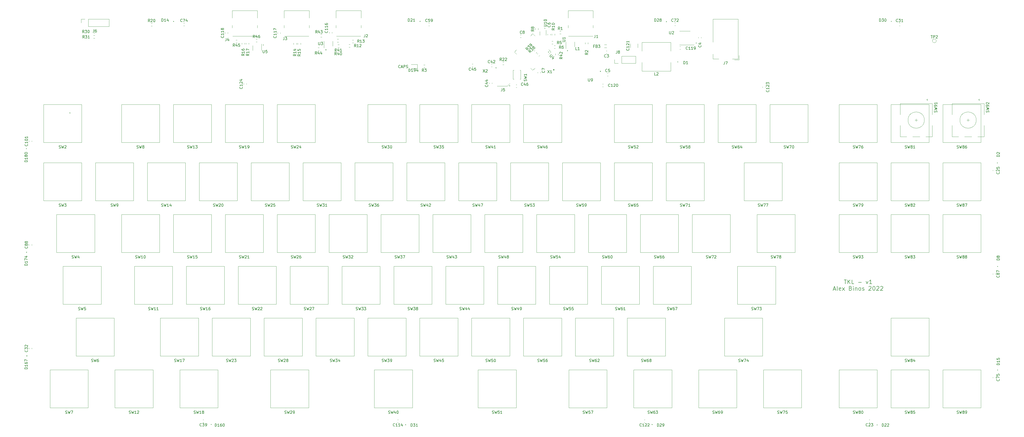
<source format=gbr>
%TF.GenerationSoftware,KiCad,Pcbnew,(5.1.8)-1*%
%TF.CreationDate,2022-08-08T12:33:42+10:00*%
%TF.ProjectId,tkl_keyboard,746b6c5f-6b65-4796-926f-6172642e6b69,rev?*%
%TF.SameCoordinates,Original*%
%TF.FileFunction,Legend,Top*%
%TF.FilePolarity,Positive*%
%FSLAX46Y46*%
G04 Gerber Fmt 4.6, Leading zero omitted, Abs format (unit mm)*
G04 Created by KiCad (PCBNEW (5.1.8)-1) date 2022-08-08 12:33:42*
%MOMM*%
%LPD*%
G01*
G04 APERTURE LIST*
%ADD10C,0.200000*%
%ADD11C,0.150000*%
%ADD12C,0.120000*%
%ADD13C,0.300000*%
G04 APERTURE END LIST*
D10*
X210498360Y-55422800D02*
G75*
G03*
X210498360Y-55422800I-100000J0D01*
G01*
D11*
X157273761Y-69953142D02*
X157226142Y-70000761D01*
X157083285Y-70048380D01*
X156988047Y-70048380D01*
X156845190Y-70000761D01*
X156749952Y-69905523D01*
X156702333Y-69810285D01*
X156654714Y-69619809D01*
X156654714Y-69476952D01*
X156702333Y-69286476D01*
X156749952Y-69191238D01*
X156845190Y-69096000D01*
X156988047Y-69048380D01*
X157083285Y-69048380D01*
X157226142Y-69096000D01*
X157273761Y-69143619D01*
X157654714Y-69762666D02*
X158130904Y-69762666D01*
X157559476Y-70048380D02*
X157892809Y-69048380D01*
X158226142Y-70048380D01*
X158559476Y-70048380D02*
X158559476Y-69048380D01*
X158940428Y-69048380D01*
X159035666Y-69096000D01*
X159083285Y-69143619D01*
X159130904Y-69238857D01*
X159130904Y-69381714D01*
X159083285Y-69476952D01*
X159035666Y-69524571D01*
X158940428Y-69572190D01*
X158559476Y-69572190D01*
X159511857Y-70000761D02*
X159654714Y-70048380D01*
X159892809Y-70048380D01*
X159988047Y-70000761D01*
X160035666Y-69953142D01*
X160083285Y-69857904D01*
X160083285Y-69762666D01*
X160035666Y-69667428D01*
X159988047Y-69619809D01*
X159892809Y-69572190D01*
X159702333Y-69524571D01*
X159607095Y-69476952D01*
X159559476Y-69429333D01*
X159511857Y-69334095D01*
X159511857Y-69238857D01*
X159559476Y-69143619D01*
X159607095Y-69096000D01*
X159702333Y-69048380D01*
X159940428Y-69048380D01*
X160083285Y-69096000D01*
X320294642Y-147997321D02*
X321151785Y-147997321D01*
X320723214Y-149497321D02*
X320723214Y-147997321D01*
X321651785Y-149497321D02*
X321651785Y-147997321D01*
X322508928Y-149497321D02*
X321866071Y-148640178D01*
X322508928Y-147997321D02*
X321651785Y-148854464D01*
X323866071Y-149497321D02*
X323151785Y-149497321D01*
X323151785Y-147997321D01*
X325508928Y-148925892D02*
X326651785Y-148925892D01*
X328366071Y-148497321D02*
X328723214Y-149497321D01*
X329080357Y-148497321D01*
X330437500Y-149497321D02*
X329580357Y-149497321D01*
X330008928Y-149497321D02*
X330008928Y-147997321D01*
X329866071Y-148211607D01*
X329723214Y-148354464D01*
X329580357Y-148425892D01*
X316366071Y-151468750D02*
X317080357Y-151468750D01*
X316223214Y-151897321D02*
X316723214Y-150397321D01*
X317223214Y-151897321D01*
X317937500Y-151897321D02*
X317794642Y-151825892D01*
X317723214Y-151683035D01*
X317723214Y-150397321D01*
X319080357Y-151825892D02*
X318937500Y-151897321D01*
X318651785Y-151897321D01*
X318508928Y-151825892D01*
X318437500Y-151683035D01*
X318437500Y-151111607D01*
X318508928Y-150968750D01*
X318651785Y-150897321D01*
X318937500Y-150897321D01*
X319080357Y-150968750D01*
X319151785Y-151111607D01*
X319151785Y-151254464D01*
X318437500Y-151397321D01*
X319651785Y-151897321D02*
X320437500Y-150897321D01*
X319651785Y-150897321D02*
X320437500Y-151897321D01*
X322651785Y-151111607D02*
X322866071Y-151183035D01*
X322937500Y-151254464D01*
X323008928Y-151397321D01*
X323008928Y-151611607D01*
X322937500Y-151754464D01*
X322866071Y-151825892D01*
X322723214Y-151897321D01*
X322151785Y-151897321D01*
X322151785Y-150397321D01*
X322651785Y-150397321D01*
X322794642Y-150468750D01*
X322866071Y-150540178D01*
X322937500Y-150683035D01*
X322937500Y-150825892D01*
X322866071Y-150968750D01*
X322794642Y-151040178D01*
X322651785Y-151111607D01*
X322151785Y-151111607D01*
X323651785Y-151897321D02*
X323651785Y-150897321D01*
X323651785Y-150397321D02*
X323580357Y-150468750D01*
X323651785Y-150540178D01*
X323723214Y-150468750D01*
X323651785Y-150397321D01*
X323651785Y-150540178D01*
X324366071Y-150897321D02*
X324366071Y-151897321D01*
X324366071Y-151040178D02*
X324437500Y-150968750D01*
X324580357Y-150897321D01*
X324794642Y-150897321D01*
X324937500Y-150968750D01*
X325008928Y-151111607D01*
X325008928Y-151897321D01*
X325937500Y-151897321D02*
X325794642Y-151825892D01*
X325723214Y-151754464D01*
X325651785Y-151611607D01*
X325651785Y-151183035D01*
X325723214Y-151040178D01*
X325794642Y-150968750D01*
X325937500Y-150897321D01*
X326151785Y-150897321D01*
X326294642Y-150968750D01*
X326366071Y-151040178D01*
X326437500Y-151183035D01*
X326437500Y-151611607D01*
X326366071Y-151754464D01*
X326294642Y-151825892D01*
X326151785Y-151897321D01*
X325937500Y-151897321D01*
X327008928Y-151825892D02*
X327151785Y-151897321D01*
X327437500Y-151897321D01*
X327580357Y-151825892D01*
X327651785Y-151683035D01*
X327651785Y-151611607D01*
X327580357Y-151468750D01*
X327437500Y-151397321D01*
X327223214Y-151397321D01*
X327080357Y-151325892D01*
X327008928Y-151183035D01*
X327008928Y-151111607D01*
X327080357Y-150968750D01*
X327223214Y-150897321D01*
X327437500Y-150897321D01*
X327580357Y-150968750D01*
X329366071Y-150540178D02*
X329437500Y-150468750D01*
X329580357Y-150397321D01*
X329937500Y-150397321D01*
X330080357Y-150468750D01*
X330151785Y-150540178D01*
X330223214Y-150683035D01*
X330223214Y-150825892D01*
X330151785Y-151040178D01*
X329294642Y-151897321D01*
X330223214Y-151897321D01*
X331151785Y-150397321D02*
X331294642Y-150397321D01*
X331437500Y-150468750D01*
X331508928Y-150540178D01*
X331580357Y-150683035D01*
X331651785Y-150968750D01*
X331651785Y-151325892D01*
X331580357Y-151611607D01*
X331508928Y-151754464D01*
X331437500Y-151825892D01*
X331294642Y-151897321D01*
X331151785Y-151897321D01*
X331008928Y-151825892D01*
X330937500Y-151754464D01*
X330866071Y-151611607D01*
X330794642Y-151325892D01*
X330794642Y-150968750D01*
X330866071Y-150683035D01*
X330937500Y-150540178D01*
X331008928Y-150468750D01*
X331151785Y-150397321D01*
X332223214Y-150540178D02*
X332294642Y-150468750D01*
X332437500Y-150397321D01*
X332794642Y-150397321D01*
X332937500Y-150468750D01*
X333008928Y-150540178D01*
X333080357Y-150683035D01*
X333080357Y-150825892D01*
X333008928Y-151040178D01*
X332151785Y-151897321D01*
X333080357Y-151897321D01*
X333651785Y-150540178D02*
X333723214Y-150468750D01*
X333866071Y-150397321D01*
X334223214Y-150397321D01*
X334366071Y-150468750D01*
X334437500Y-150540178D01*
X334508928Y-150683035D01*
X334508928Y-150825892D01*
X334437500Y-151040178D01*
X333580357Y-151897321D01*
X334508928Y-151897321D01*
D10*
X36117200Y-86608920D02*
G75*
G03*
X36117200Y-86608920I-100000J0D01*
G01*
X20140600Y-99766120D02*
G75*
G03*
X20140600Y-99766120I-100000J0D01*
G01*
X20191400Y-137871200D02*
G75*
G03*
X20191400Y-137871200I-100000J0D01*
G01*
X20287920Y-176011840D02*
G75*
G03*
X20287920Y-176011840I-100000J0D01*
G01*
X87994160Y-201249280D02*
G75*
G03*
X87994160Y-201249280I-100000J0D01*
G01*
X159388480Y-201350880D02*
G75*
G03*
X159388480Y-201350880I-100000J0D01*
G01*
X249898840Y-201249280D02*
G75*
G03*
X249898840Y-201249280I-100000J0D01*
G01*
X332489480Y-201411840D02*
G75*
G03*
X332489480Y-201411840I-100000J0D01*
G01*
X376761680Y-181208680D02*
G75*
G03*
X376761680Y-181208680I-100000J0D01*
G01*
X376746440Y-143129000D02*
G75*
G03*
X376746440Y-143129000I-100000J0D01*
G01*
X376639760Y-105018840D02*
G75*
G03*
X376639760Y-105018840I-100000J0D01*
G01*
X337701560Y-52959000D02*
G75*
G03*
X337701560Y-52959000I-100000J0D01*
G01*
X255146480Y-53050440D02*
G75*
G03*
X255146480Y-53050440I-100000J0D01*
G01*
X164661520Y-52913280D02*
G75*
G03*
X164661520Y-52913280I-100000J0D01*
G01*
X74161320Y-52974240D02*
G75*
G03*
X74161320Y-52974240I-100000J0D01*
G01*
X130112440Y-63403480D02*
G75*
G03*
X130112440Y-63403480I-100000J0D01*
G01*
X107125440Y-61625480D02*
G75*
G03*
X107125440Y-61625480I-100000J0D01*
G01*
X266098960Y-60904120D02*
G75*
G03*
X266098960Y-60904120I-100000J0D01*
G01*
X230899640Y-71313040D02*
G75*
G03*
X230899640Y-71313040I-100000J0D01*
G01*
X192591360Y-70017640D02*
G75*
G03*
X192591360Y-70017640I-100000J0D01*
G01*
X197569760Y-76616560D02*
G75*
G03*
X197569760Y-76616560I-100000J0D01*
G01*
X211844560Y-64211200D02*
G75*
G03*
X211844560Y-64211200I-100000J0D01*
G01*
X218834640Y-63723520D02*
G75*
G03*
X218834640Y-63723520I-100000J0D01*
G01*
D12*
%TO.C,U10*%
X208537080Y-56648080D02*
X208537080Y-58048080D01*
X210857080Y-58048080D02*
X210857080Y-56148080D01*
%TO.C,R8*%
X206929460Y-55497462D02*
X206929460Y-55971978D01*
X207974460Y-55497462D02*
X207974460Y-55971978D01*
%TO.C,R46*%
X104280702Y-60486820D02*
X104755218Y-60486820D01*
X104280702Y-59441820D02*
X104755218Y-59441820D01*
%TO.C,R45*%
X97390218Y-59787260D02*
X96915702Y-59787260D01*
X97390218Y-60832260D02*
X96915702Y-60832260D01*
%TO.C,R44*%
X127540018Y-62621900D02*
X127065502Y-62621900D01*
X127540018Y-63666900D02*
X127065502Y-63666900D01*
%TO.C,R43*%
X128530618Y-57684140D02*
X128056102Y-57684140D01*
X128530618Y-58729140D02*
X128056102Y-58729140D01*
%TO.C,R42*%
X214300540Y-64809102D02*
X214300540Y-65283618D01*
X215345540Y-64809102D02*
X215345540Y-65283618D01*
%TO.C,R41*%
X134151102Y-60542700D02*
X134625618Y-60542700D01*
X134151102Y-59497700D02*
X134625618Y-59497700D01*
%TO.C,R40*%
X134369542Y-62564540D02*
X134844058Y-62564540D01*
X134369542Y-61519540D02*
X134844058Y-61519540D01*
%TO.C,C124*%
X100840000Y-76086580D02*
X100840000Y-75805420D01*
X99820000Y-76086580D02*
X99820000Y-75805420D01*
%TO.C,C123*%
X290320000Y-76994420D02*
X290320000Y-77275580D01*
X291340000Y-76994420D02*
X291340000Y-77275580D01*
%TO.C,C122*%
X247142580Y-199515000D02*
X246861420Y-199515000D01*
X247142580Y-200535000D02*
X246861420Y-200535000D01*
%TO.C,R15*%
X120705140Y-60913742D02*
X120705140Y-61388258D01*
X119660140Y-60913742D02*
X119660140Y-61388258D01*
%TO.C,R3*%
X166350058Y-68957300D02*
X165875542Y-68957300D01*
X166350058Y-70002300D02*
X165875542Y-70002300D01*
%TO.C,D194*%
X163587800Y-68784800D02*
X161302800Y-68784800D01*
X163587800Y-70254800D02*
X163587800Y-68784800D01*
X161302800Y-70254800D02*
X163587800Y-70254800D01*
%TO.C,TP2*%
X354115600Y-60121800D02*
G75*
G03*
X354115600Y-60121800I-700000J0D01*
G01*
%TO.C,U2*%
X261772400Y-56459440D02*
X259822400Y-56459440D01*
X261772400Y-56459440D02*
X263722400Y-56459440D01*
X261772400Y-61579440D02*
X259822400Y-61579440D01*
X261772400Y-61579440D02*
X265222400Y-61579440D01*
%TO.C,L2*%
X246033000Y-63828240D02*
X246033000Y-60628240D01*
X246033000Y-60628240D02*
X256633000Y-60628240D01*
X256633000Y-60628240D02*
X256633000Y-63828240D01*
X256633000Y-68028240D02*
X256633000Y-71228240D01*
X256633000Y-71228240D02*
X246033000Y-71228240D01*
X246033000Y-71228240D02*
X246033000Y-68028240D01*
%TO.C,J8*%
X243732360Y-68350440D02*
X243732360Y-65690440D01*
X238592360Y-68350440D02*
X243732360Y-68350440D01*
X238592360Y-65690440D02*
X243732360Y-65690440D01*
X238592360Y-68350440D02*
X238592360Y-65690440D01*
X237322360Y-68350440D02*
X235992360Y-68350440D01*
X235992360Y-68350440D02*
X235992360Y-67020440D01*
%TO.C,J7*%
X272163480Y-60580920D02*
X272163480Y-52080920D01*
X272163480Y-52080920D02*
X281363480Y-52080920D01*
X281363480Y-52080920D02*
X281363480Y-66780920D01*
X274263480Y-66780920D02*
X272163480Y-66780920D01*
X272163480Y-66780920D02*
X272163480Y-64980920D01*
X279963480Y-67080920D02*
X281663480Y-67080920D01*
X281663480Y-67080920D02*
X281663480Y-65480920D01*
X281363480Y-66780920D02*
X279263480Y-66780920D01*
D10*
%TO.C,D1*%
X259290700Y-67872640D02*
G75*
G03*
X259290700Y-67872640I-80000J0D01*
G01*
D12*
%TO.C,C121*%
X241824680Y-62565332D02*
X241824680Y-61142828D01*
X244544680Y-62565332D02*
X244544680Y-61142828D01*
%TO.C,C120*%
X231583620Y-75964320D02*
X231864780Y-75964320D01*
X231583620Y-76984320D02*
X231864780Y-76984320D01*
%TO.C,C119*%
X260198780Y-63161640D02*
X259917620Y-63161640D01*
X260198780Y-62141640D02*
X259917620Y-62141640D01*
%TO.C,C5*%
X233326060Y-71966360D02*
X233607220Y-71966360D01*
X233326060Y-72986360D02*
X233607220Y-72986360D01*
%TO.C,C4*%
X266799600Y-59060660D02*
X266799600Y-58779500D01*
X267819600Y-59060660D02*
X267819600Y-58779500D01*
%TO.C,J5*%
X196570600Y-76733400D02*
X192836800Y-76733400D01*
X197586600Y-75717400D02*
X196570600Y-76733400D01*
%TO.C,J6*%
X42732960Y-52137000D02*
X50412960Y-52137000D01*
X42732960Y-54797000D02*
X42732960Y-52137000D01*
X42732960Y-54797000D02*
X50412960Y-54797000D01*
X50412960Y-54797000D02*
X50412960Y-52137000D01*
X40132960Y-53467000D02*
X40132960Y-52137000D01*
X40132960Y-52137000D02*
X41462960Y-52137000D01*
%TO.C,J2*%
X142907500Y-55289750D02*
X142907500Y-54389750D01*
X133717500Y-55289750D02*
X133717500Y-54389750D01*
X142907500Y-51689750D02*
X142907500Y-48959750D01*
X133717500Y-51689750D02*
X133717500Y-48959750D01*
X142787500Y-58369750D02*
X133837500Y-58369750D01*
X142907500Y-48959750D02*
X133717500Y-48959750D01*
%TO.C,SW93*%
X332437500Y-137968750D02*
X332437500Y-123968750D01*
X332437500Y-137968750D02*
X318437500Y-137968750D01*
X318437500Y-137968750D02*
X318437500Y-123968750D01*
X318437500Y-123968750D02*
X332437500Y-123968750D01*
%TO.C,SW74*%
X290368750Y-176068750D02*
X290368750Y-162068750D01*
X290368750Y-176068750D02*
X276368750Y-176068750D01*
X276368750Y-176068750D02*
X276368750Y-162068750D01*
X276368750Y-162068750D02*
X290368750Y-162068750D01*
%TO.C,C3*%
X233177660Y-64782160D02*
X232896500Y-64782160D01*
X233177660Y-63762160D02*
X232896500Y-63762160D01*
%TO.C,C6*%
X211427600Y-57631420D02*
X211427600Y-57912580D01*
X212447600Y-57631420D02*
X212447600Y-57912580D01*
%TO.C,C7*%
X208797620Y-71616660D02*
X208797620Y-71897820D01*
X207777620Y-71616660D02*
X207777620Y-71897820D01*
%TO.C,C8*%
X201643860Y-57838880D02*
X201362700Y-57838880D01*
X201643860Y-58858880D02*
X201362700Y-58858880D01*
%TO.C,C23*%
X329735760Y-199466740D02*
X329454600Y-199466740D01*
X329735760Y-200486740D02*
X329454600Y-200486740D01*
%TO.C,C25*%
X374896920Y-107649700D02*
X374896920Y-107930860D01*
X375916920Y-107649700D02*
X375916920Y-107930860D01*
%TO.C,C31*%
X340511820Y-53541200D02*
X340792980Y-53541200D01*
X340511820Y-54561200D02*
X340792980Y-54561200D01*
%TO.C,C32*%
X20960620Y-173401300D02*
X20960620Y-173120140D01*
X21980620Y-173401300D02*
X21980620Y-173120140D01*
%TO.C,C39*%
X85128680Y-200491820D02*
X84847520Y-200491820D01*
X85128680Y-199471820D02*
X84847520Y-199471820D01*
%TO.C,C42*%
X191033980Y-68603400D02*
X190752820Y-68603400D01*
X191033980Y-69623400D02*
X190752820Y-69623400D01*
%TO.C,C44*%
X189980000Y-75845580D02*
X189980000Y-75564420D01*
X191000000Y-75845580D02*
X191000000Y-75564420D01*
%TO.C,C45*%
X183960080Y-68616100D02*
X183678920Y-68616100D01*
X183960080Y-69636100D02*
X183678920Y-69636100D01*
%TO.C,C46*%
X199807920Y-77207840D02*
X200089080Y-77207840D01*
X199807920Y-76187840D02*
X200089080Y-76187840D01*
%TO.C,C59*%
X167730860Y-54548500D02*
X168012020Y-54548500D01*
X167730860Y-53528500D02*
X168012020Y-53528500D01*
%TO.C,C72*%
X258038020Y-53465000D02*
X258319180Y-53465000D01*
X258038020Y-54485000D02*
X258319180Y-54485000D01*
%TO.C,C74*%
X77759650Y-54551040D02*
X78040810Y-54551040D01*
X77759650Y-53531040D02*
X78040810Y-53531040D01*
%TO.C,C75*%
X375932160Y-183803980D02*
X375932160Y-184085140D01*
X374912160Y-183803980D02*
X374912160Y-184085140D01*
%TO.C,C87*%
X375927080Y-145714140D02*
X375927080Y-145995300D01*
X374907080Y-145714140D02*
X374907080Y-145995300D01*
%TO.C,C88*%
X20958080Y-135288600D02*
X20958080Y-135007440D01*
X21978080Y-135288600D02*
X21978080Y-135007440D01*
%TO.C,C101*%
X21990780Y-97165740D02*
X21990780Y-96884580D01*
X20970780Y-97165740D02*
X20970780Y-96884580D01*
%TO.C,C114*%
X156578880Y-200501980D02*
X156297720Y-200501980D01*
X156578880Y-199481980D02*
X156297720Y-199481980D01*
%TO.C,C116*%
X132234400Y-57226780D02*
X132234400Y-56945620D01*
X131214400Y-57226780D02*
X131214400Y-56945620D01*
%TO.C,C117*%
X112266000Y-57379180D02*
X112266000Y-57098020D01*
X113286000Y-57379180D02*
X113286000Y-57098020D01*
%TO.C,C118*%
X92962000Y-57328380D02*
X92962000Y-57047220D01*
X93982000Y-57328380D02*
X93982000Y-57047220D01*
%TO.C,FB3*%
X233074562Y-61456640D02*
X232275318Y-61456640D01*
X233074562Y-62576640D02*
X232275318Y-62576640D01*
%TO.C,J1*%
X228128310Y-55296090D02*
X228128310Y-54396090D01*
X218938310Y-55296090D02*
X218938310Y-54396090D01*
X228128310Y-51696090D02*
X228128310Y-48966090D01*
X218938310Y-51696090D02*
X218938310Y-48966090D01*
X228008310Y-58376090D02*
X219058310Y-58376090D01*
X228128310Y-48966090D02*
X218938310Y-48966090D01*
%TO.C,J3*%
X123857500Y-48959750D02*
X114667500Y-48959750D01*
X123737500Y-58369750D02*
X114787500Y-58369750D01*
X114667500Y-51689750D02*
X114667500Y-48959750D01*
X123857500Y-51689750D02*
X123857500Y-48959750D01*
X114667500Y-55289750D02*
X114667500Y-54389750D01*
X123857500Y-55289750D02*
X123857500Y-54389750D01*
%TO.C,J4*%
X104807500Y-48959750D02*
X95617500Y-48959750D01*
X104687500Y-58369750D02*
X95737500Y-58369750D01*
X95617500Y-51689750D02*
X95617500Y-48959750D01*
X104807500Y-51689750D02*
X104807500Y-48959750D01*
X95617500Y-55289750D02*
X95617500Y-54389750D01*
X104807500Y-55289750D02*
X104807500Y-54389750D01*
%TO.C,R1*%
X215841042Y-56462400D02*
X216315558Y-56462400D01*
X215841042Y-57507400D02*
X216315558Y-57507400D01*
%TO.C,R2*%
X226262460Y-61234858D02*
X226262460Y-60760342D01*
X225217460Y-61234858D02*
X225217460Y-60760342D01*
%TO.C,R5*%
X212919042Y-60208900D02*
X213393558Y-60208900D01*
X212919042Y-61253900D02*
X213393558Y-61253900D01*
%TO.C,R6*%
X213753162Y-62851560D02*
X214227678Y-62851560D01*
X213753162Y-61806560D02*
X214227678Y-61806560D01*
%TO.C,R10*%
X214024740Y-57530462D02*
X214024740Y-58004978D01*
X212979740Y-57530462D02*
X212979740Y-58004978D01*
%TO.C,R12*%
X138421342Y-61377300D02*
X138895858Y-61377300D01*
X138421342Y-62422300D02*
X138895858Y-62422300D01*
%TO.C,R13*%
X139665942Y-59802500D02*
X140140458Y-59802500D01*
X139665942Y-60847500D02*
X140140458Y-60847500D01*
%TO.C,R14*%
X118136140Y-60913742D02*
X118136140Y-61388258D01*
X119181140Y-60913742D02*
X119181140Y-61388258D01*
%TO.C,R16*%
X99119160Y-60878182D02*
X99119160Y-61352698D01*
X100164160Y-60878182D02*
X100164160Y-61352698D01*
%TO.C,R17*%
X101688160Y-60878182D02*
X101688160Y-61352698D01*
X100643160Y-60878182D02*
X100643160Y-61352698D01*
%TO.C,R20*%
X65754982Y-53588390D02*
X66229498Y-53588390D01*
X65754982Y-54633390D02*
X66229498Y-54633390D01*
%TO.C,R22*%
X194898742Y-67854300D02*
X195373258Y-67854300D01*
X194898742Y-68899300D02*
X195373258Y-68899300D01*
%TO.C,R30*%
X44647742Y-57162500D02*
X45122258Y-57162500D01*
X44647742Y-56117500D02*
X45122258Y-56117500D01*
%TO.C,R31*%
X44647742Y-58117500D02*
X45122258Y-58117500D01*
X44647742Y-59162500D02*
X45122258Y-59162500D01*
%TO.C,R38*%
X207484527Y-64971326D02*
X207820060Y-64635793D01*
X208223454Y-65710253D02*
X208558987Y-65374720D01*
%TO.C,R39*%
X207143954Y-64635833D02*
X207479487Y-64300300D01*
X206405027Y-63896906D02*
X206740560Y-63561373D01*
%TO.C,SW1*%
X199021520Y-70856840D02*
X198721520Y-70856840D01*
X198721520Y-74156840D02*
X199021520Y-74156840D01*
X198721520Y-70856840D02*
X198721520Y-74156840D01*
X201521520Y-70856840D02*
X201521520Y-74156840D01*
X201221520Y-70856840D02*
X201521520Y-70856840D01*
X201521520Y-74156840D02*
X201221520Y-74156840D01*
%TO.C,SW2*%
X26337500Y-83487500D02*
X40337500Y-83487500D01*
X26337500Y-97487500D02*
X26337500Y-83487500D01*
X40337500Y-97487500D02*
X26337500Y-97487500D01*
X40337500Y-97487500D02*
X40337500Y-83487500D01*
%TO.C,SW3*%
X40337500Y-118918750D02*
X40337500Y-104918750D01*
X40337500Y-118918750D02*
X26337500Y-118918750D01*
X26337500Y-118918750D02*
X26337500Y-104918750D01*
X26337500Y-104918750D02*
X40337500Y-104918750D01*
%TO.C,SW4*%
X31100000Y-123968750D02*
X45100000Y-123968750D01*
X31100000Y-137968750D02*
X31100000Y-123968750D01*
X45100000Y-137968750D02*
X31100000Y-137968750D01*
X45100000Y-137968750D02*
X45100000Y-123968750D01*
%TO.C,SW5*%
X33481250Y-143018750D02*
X47481250Y-143018750D01*
X33481250Y-157018750D02*
X33481250Y-143018750D01*
X47481250Y-157018750D02*
X33481250Y-157018750D01*
X47481250Y-157018750D02*
X47481250Y-143018750D01*
%TO.C,SW6*%
X38243750Y-162068750D02*
X52243750Y-162068750D01*
X38243750Y-176068750D02*
X38243750Y-162068750D01*
X52243750Y-176068750D02*
X38243750Y-176068750D01*
X52243750Y-176068750D02*
X52243750Y-162068750D01*
%TO.C,SW7*%
X42718750Y-195118750D02*
X42718750Y-181118750D01*
X42718750Y-195118750D02*
X28718750Y-195118750D01*
X28718750Y-195118750D02*
X28718750Y-181118750D01*
X28718750Y-181118750D02*
X42718750Y-181118750D01*
%TO.C,SW8*%
X68912500Y-97487500D02*
X68912500Y-83487500D01*
X68912500Y-97487500D02*
X54912500Y-97487500D01*
X54912500Y-97487500D02*
X54912500Y-83487500D01*
X54912500Y-83487500D02*
X68912500Y-83487500D01*
%TO.C,SW9*%
X45387500Y-104918750D02*
X59387500Y-104918750D01*
X45387500Y-118918750D02*
X45387500Y-104918750D01*
X59387500Y-118918750D02*
X45387500Y-118918750D01*
X59387500Y-118918750D02*
X59387500Y-104918750D01*
%TO.C,SW10*%
X68912500Y-137968750D02*
X68912500Y-123968750D01*
X68912500Y-137968750D02*
X54912500Y-137968750D01*
X54912500Y-137968750D02*
X54912500Y-123968750D01*
X54912500Y-123968750D02*
X68912500Y-123968750D01*
%TO.C,SW11*%
X73675000Y-157018750D02*
X73675000Y-143018750D01*
X73675000Y-157018750D02*
X59675000Y-157018750D01*
X59675000Y-157018750D02*
X59675000Y-143018750D01*
X59675000Y-143018750D02*
X73675000Y-143018750D01*
%TO.C,SW12*%
X66531250Y-195118750D02*
X66531250Y-181118750D01*
X66531250Y-195118750D02*
X52531250Y-195118750D01*
X52531250Y-195118750D02*
X52531250Y-181118750D01*
X52531250Y-181118750D02*
X66531250Y-181118750D01*
%TO.C,SW13*%
X73962500Y-83487500D02*
X87962500Y-83487500D01*
X73962500Y-97487500D02*
X73962500Y-83487500D01*
X87962500Y-97487500D02*
X73962500Y-97487500D01*
X87962500Y-97487500D02*
X87962500Y-83487500D01*
%TO.C,SW14*%
X64437500Y-104918750D02*
X78437500Y-104918750D01*
X64437500Y-118918750D02*
X64437500Y-104918750D01*
X78437500Y-118918750D02*
X64437500Y-118918750D01*
X78437500Y-118918750D02*
X78437500Y-104918750D01*
%TO.C,SW15*%
X87962500Y-137968750D02*
X87962500Y-123968750D01*
X87962500Y-137968750D02*
X73962500Y-137968750D01*
X73962500Y-137968750D02*
X73962500Y-123968750D01*
X73962500Y-123968750D02*
X87962500Y-123968750D01*
%TO.C,SW16*%
X78725000Y-143018750D02*
X92725000Y-143018750D01*
X78725000Y-157018750D02*
X78725000Y-143018750D01*
X92725000Y-157018750D02*
X78725000Y-157018750D01*
X92725000Y-157018750D02*
X92725000Y-143018750D01*
%TO.C,SW17*%
X83200000Y-176068750D02*
X83200000Y-162068750D01*
X83200000Y-176068750D02*
X69200000Y-176068750D01*
X69200000Y-176068750D02*
X69200000Y-162068750D01*
X69200000Y-162068750D02*
X83200000Y-162068750D01*
%TO.C,SW18*%
X76343750Y-181118750D02*
X90343750Y-181118750D01*
X76343750Y-195118750D02*
X76343750Y-181118750D01*
X90343750Y-195118750D02*
X76343750Y-195118750D01*
X90343750Y-195118750D02*
X90343750Y-181118750D01*
%TO.C,SW19*%
X107012500Y-97487500D02*
X107012500Y-83487500D01*
X107012500Y-97487500D02*
X93012500Y-97487500D01*
X93012500Y-97487500D02*
X93012500Y-83487500D01*
X93012500Y-83487500D02*
X107012500Y-83487500D01*
%TO.C,SW20*%
X97487500Y-118918750D02*
X97487500Y-104918750D01*
X97487500Y-118918750D02*
X83487500Y-118918750D01*
X83487500Y-118918750D02*
X83487500Y-104918750D01*
X83487500Y-104918750D02*
X97487500Y-104918750D01*
%TO.C,SW21*%
X93012500Y-123968750D02*
X107012500Y-123968750D01*
X93012500Y-137968750D02*
X93012500Y-123968750D01*
X107012500Y-137968750D02*
X93012500Y-137968750D01*
X107012500Y-137968750D02*
X107012500Y-123968750D01*
%TO.C,SW22*%
X111775000Y-157018750D02*
X111775000Y-143018750D01*
X111775000Y-157018750D02*
X97775000Y-157018750D01*
X97775000Y-157018750D02*
X97775000Y-143018750D01*
X97775000Y-143018750D02*
X111775000Y-143018750D01*
%TO.C,SW23*%
X88250000Y-162068750D02*
X102250000Y-162068750D01*
X88250000Y-176068750D02*
X88250000Y-162068750D01*
X102250000Y-176068750D02*
X88250000Y-176068750D01*
X102250000Y-176068750D02*
X102250000Y-162068750D01*
%TO.C,SW24*%
X112062500Y-83487500D02*
X126062500Y-83487500D01*
X112062500Y-97487500D02*
X112062500Y-83487500D01*
X126062500Y-97487500D02*
X112062500Y-97487500D01*
X126062500Y-97487500D02*
X126062500Y-83487500D01*
%TO.C,SW25*%
X102537500Y-104918750D02*
X116537500Y-104918750D01*
X102537500Y-118918750D02*
X102537500Y-104918750D01*
X116537500Y-118918750D02*
X102537500Y-118918750D01*
X116537500Y-118918750D02*
X116537500Y-104918750D01*
%TO.C,SW26*%
X126062500Y-137968750D02*
X126062500Y-123968750D01*
X126062500Y-137968750D02*
X112062500Y-137968750D01*
X112062500Y-137968750D02*
X112062500Y-123968750D01*
X112062500Y-123968750D02*
X126062500Y-123968750D01*
%TO.C,SW27*%
X116825000Y-143018750D02*
X130825000Y-143018750D01*
X116825000Y-157018750D02*
X116825000Y-143018750D01*
X130825000Y-157018750D02*
X116825000Y-157018750D01*
X130825000Y-157018750D02*
X130825000Y-143018750D01*
%TO.C,SW28*%
X121300000Y-176068750D02*
X121300000Y-162068750D01*
X121300000Y-176068750D02*
X107300000Y-176068750D01*
X107300000Y-176068750D02*
X107300000Y-162068750D01*
X107300000Y-162068750D02*
X121300000Y-162068750D01*
%TO.C,SW29*%
X109681250Y-181118750D02*
X123681250Y-181118750D01*
X109681250Y-195118750D02*
X109681250Y-181118750D01*
X123681250Y-195118750D02*
X109681250Y-195118750D01*
X123681250Y-195118750D02*
X123681250Y-181118750D01*
%TO.C,SW30*%
X159400000Y-97487500D02*
X159400000Y-83487500D01*
X159400000Y-97487500D02*
X145400000Y-97487500D01*
X145400000Y-97487500D02*
X145400000Y-83487500D01*
X145400000Y-83487500D02*
X159400000Y-83487500D01*
%TO.C,SW31*%
X135587500Y-118918750D02*
X135587500Y-104918750D01*
X135587500Y-118918750D02*
X121587500Y-118918750D01*
X121587500Y-118918750D02*
X121587500Y-104918750D01*
X121587500Y-104918750D02*
X135587500Y-104918750D01*
%TO.C,SW32*%
X145112500Y-137968750D02*
X145112500Y-123968750D01*
X145112500Y-137968750D02*
X131112500Y-137968750D01*
X131112500Y-137968750D02*
X131112500Y-123968750D01*
X131112500Y-123968750D02*
X145112500Y-123968750D01*
%TO.C,SW33*%
X135875000Y-143018750D02*
X149875000Y-143018750D01*
X135875000Y-157018750D02*
X135875000Y-143018750D01*
X149875000Y-157018750D02*
X135875000Y-157018750D01*
X149875000Y-157018750D02*
X149875000Y-143018750D01*
%TO.C,SW34*%
X140350000Y-176068750D02*
X140350000Y-162068750D01*
X140350000Y-176068750D02*
X126350000Y-176068750D01*
X126350000Y-176068750D02*
X126350000Y-162068750D01*
X126350000Y-162068750D02*
X140350000Y-162068750D01*
%TO.C,SW35*%
X164450000Y-83487500D02*
X178450000Y-83487500D01*
X164450000Y-97487500D02*
X164450000Y-83487500D01*
X178450000Y-97487500D02*
X164450000Y-97487500D01*
X178450000Y-97487500D02*
X178450000Y-83487500D01*
%TO.C,SW36*%
X154637500Y-118918750D02*
X154637500Y-104918750D01*
X154637500Y-118918750D02*
X140637500Y-118918750D01*
X140637500Y-118918750D02*
X140637500Y-104918750D01*
X140637500Y-104918750D02*
X154637500Y-104918750D01*
%TO.C,SW37*%
X150162500Y-123968750D02*
X164162500Y-123968750D01*
X150162500Y-137968750D02*
X150162500Y-123968750D01*
X164162500Y-137968750D02*
X150162500Y-137968750D01*
X164162500Y-137968750D02*
X164162500Y-123968750D01*
%TO.C,SW38*%
X168925000Y-157018750D02*
X168925000Y-143018750D01*
X168925000Y-157018750D02*
X154925000Y-157018750D01*
X154925000Y-157018750D02*
X154925000Y-143018750D01*
X154925000Y-143018750D02*
X168925000Y-143018750D01*
%TO.C,SW39*%
X145400000Y-162068750D02*
X159400000Y-162068750D01*
X145400000Y-176068750D02*
X145400000Y-162068750D01*
X159400000Y-176068750D02*
X145400000Y-176068750D01*
X159400000Y-176068750D02*
X159400000Y-162068750D01*
%TO.C,SW40*%
X147781250Y-181118750D02*
X161781250Y-181118750D01*
X147781250Y-195118750D02*
X147781250Y-181118750D01*
X161781250Y-195118750D02*
X147781250Y-195118750D01*
X161781250Y-195118750D02*
X161781250Y-181118750D01*
%TO.C,SW41*%
X197500000Y-97487500D02*
X197500000Y-83487500D01*
X197500000Y-97487500D02*
X183500000Y-97487500D01*
X183500000Y-97487500D02*
X183500000Y-83487500D01*
X183500000Y-83487500D02*
X197500000Y-83487500D01*
%TO.C,SW42*%
X159687500Y-104918750D02*
X173687500Y-104918750D01*
X159687500Y-118918750D02*
X159687500Y-104918750D01*
X173687500Y-118918750D02*
X159687500Y-118918750D01*
X173687500Y-118918750D02*
X173687500Y-104918750D01*
%TO.C,SW43*%
X183212500Y-137968750D02*
X183212500Y-123968750D01*
X183212500Y-137968750D02*
X169212500Y-137968750D01*
X169212500Y-137968750D02*
X169212500Y-123968750D01*
X169212500Y-123968750D02*
X183212500Y-123968750D01*
%TO.C,SW44*%
X173975000Y-143018750D02*
X187975000Y-143018750D01*
X173975000Y-157018750D02*
X173975000Y-143018750D01*
X187975000Y-157018750D02*
X173975000Y-157018750D01*
X187975000Y-157018750D02*
X187975000Y-143018750D01*
%TO.C,SW45*%
X178450000Y-176068750D02*
X178450000Y-162068750D01*
X178450000Y-176068750D02*
X164450000Y-176068750D01*
X164450000Y-176068750D02*
X164450000Y-162068750D01*
X164450000Y-162068750D02*
X178450000Y-162068750D01*
%TO.C,SW46*%
X202550000Y-83487500D02*
X216550000Y-83487500D01*
X202550000Y-97487500D02*
X202550000Y-83487500D01*
X216550000Y-97487500D02*
X202550000Y-97487500D01*
X216550000Y-97487500D02*
X216550000Y-83487500D01*
%TO.C,SW47*%
X178737500Y-104918750D02*
X192737500Y-104918750D01*
X178737500Y-118918750D02*
X178737500Y-104918750D01*
X192737500Y-118918750D02*
X178737500Y-118918750D01*
X192737500Y-118918750D02*
X192737500Y-104918750D01*
%TO.C,SW48*%
X188262500Y-123968750D02*
X202262500Y-123968750D01*
X188262500Y-137968750D02*
X188262500Y-123968750D01*
X202262500Y-137968750D02*
X188262500Y-137968750D01*
X202262500Y-137968750D02*
X202262500Y-123968750D01*
%TO.C,SW49*%
X207025000Y-157018750D02*
X207025000Y-143018750D01*
X207025000Y-157018750D02*
X193025000Y-157018750D01*
X193025000Y-157018750D02*
X193025000Y-143018750D01*
X193025000Y-143018750D02*
X207025000Y-143018750D01*
%TO.C,SW50*%
X183500000Y-162068750D02*
X197500000Y-162068750D01*
X183500000Y-176068750D02*
X183500000Y-162068750D01*
X197500000Y-176068750D02*
X183500000Y-176068750D01*
X197500000Y-176068750D02*
X197500000Y-162068750D01*
%TO.C,SW51*%
X199881250Y-195118750D02*
X199881250Y-181118750D01*
X199881250Y-195118750D02*
X185881250Y-195118750D01*
X185881250Y-195118750D02*
X185881250Y-181118750D01*
X185881250Y-181118750D02*
X199881250Y-181118750D01*
%TO.C,SW52*%
X249887500Y-97487500D02*
X249887500Y-83487500D01*
X249887500Y-97487500D02*
X235887500Y-97487500D01*
X235887500Y-97487500D02*
X235887500Y-83487500D01*
X235887500Y-83487500D02*
X249887500Y-83487500D01*
%TO.C,SW53*%
X211787500Y-118918750D02*
X211787500Y-104918750D01*
X211787500Y-118918750D02*
X197787500Y-118918750D01*
X197787500Y-118918750D02*
X197787500Y-104918750D01*
X197787500Y-104918750D02*
X211787500Y-104918750D01*
%TO.C,SW54*%
X221312500Y-137968750D02*
X221312500Y-123968750D01*
X221312500Y-137968750D02*
X207312500Y-137968750D01*
X207312500Y-137968750D02*
X207312500Y-123968750D01*
X207312500Y-123968750D02*
X221312500Y-123968750D01*
%TO.C,SW55*%
X212075000Y-143018750D02*
X226075000Y-143018750D01*
X212075000Y-157018750D02*
X212075000Y-143018750D01*
X226075000Y-157018750D02*
X212075000Y-157018750D01*
X226075000Y-157018750D02*
X226075000Y-143018750D01*
%TO.C,SW56*%
X216550000Y-176068750D02*
X216550000Y-162068750D01*
X216550000Y-176068750D02*
X202550000Y-176068750D01*
X202550000Y-176068750D02*
X202550000Y-162068750D01*
X202550000Y-162068750D02*
X216550000Y-162068750D01*
%TO.C,SW57*%
X219218750Y-181118750D02*
X233218750Y-181118750D01*
X219218750Y-195118750D02*
X219218750Y-181118750D01*
X233218750Y-195118750D02*
X219218750Y-195118750D01*
X233218750Y-195118750D02*
X233218750Y-181118750D01*
%TO.C,SW58*%
X254937500Y-83487500D02*
X268937500Y-83487500D01*
X254937500Y-97487500D02*
X254937500Y-83487500D01*
X268937500Y-97487500D02*
X254937500Y-97487500D01*
X268937500Y-97487500D02*
X268937500Y-83487500D01*
%TO.C,SW59*%
X230837500Y-118918750D02*
X230837500Y-104918750D01*
X230837500Y-118918750D02*
X216837500Y-118918750D01*
X216837500Y-118918750D02*
X216837500Y-104918750D01*
X216837500Y-104918750D02*
X230837500Y-104918750D01*
%TO.C,SW60*%
X226362500Y-123968750D02*
X240362500Y-123968750D01*
X226362500Y-137968750D02*
X226362500Y-123968750D01*
X240362500Y-137968750D02*
X226362500Y-137968750D01*
X240362500Y-137968750D02*
X240362500Y-123968750D01*
%TO.C,SW61*%
X231125000Y-143018750D02*
X245125000Y-143018750D01*
X231125000Y-157018750D02*
X231125000Y-143018750D01*
X245125000Y-157018750D02*
X231125000Y-157018750D01*
X245125000Y-157018750D02*
X245125000Y-143018750D01*
%TO.C,SW62*%
X235600000Y-176068750D02*
X235600000Y-162068750D01*
X235600000Y-176068750D02*
X221600000Y-176068750D01*
X221600000Y-176068750D02*
X221600000Y-162068750D01*
X221600000Y-162068750D02*
X235600000Y-162068750D01*
%TO.C,SW63*%
X243031250Y-181118750D02*
X257031250Y-181118750D01*
X243031250Y-195118750D02*
X243031250Y-181118750D01*
X257031250Y-195118750D02*
X243031250Y-195118750D01*
X257031250Y-195118750D02*
X257031250Y-181118750D01*
%TO.C,SW64*%
X273987500Y-83487500D02*
X287987500Y-83487500D01*
X273987500Y-97487500D02*
X273987500Y-83487500D01*
X287987500Y-97487500D02*
X273987500Y-97487500D01*
X287987500Y-97487500D02*
X287987500Y-83487500D01*
%TO.C,SW65*%
X249887500Y-118918750D02*
X249887500Y-104918750D01*
X249887500Y-118918750D02*
X235887500Y-118918750D01*
X235887500Y-118918750D02*
X235887500Y-104918750D01*
X235887500Y-104918750D02*
X249887500Y-104918750D01*
%TO.C,SW66*%
X245412500Y-123968750D02*
X259412500Y-123968750D01*
X245412500Y-137968750D02*
X245412500Y-123968750D01*
X259412500Y-137968750D02*
X245412500Y-137968750D01*
X259412500Y-137968750D02*
X259412500Y-123968750D01*
%TO.C,SW67*%
X264175000Y-157018750D02*
X264175000Y-143018750D01*
X264175000Y-157018750D02*
X250175000Y-157018750D01*
X250175000Y-157018750D02*
X250175000Y-143018750D01*
X250175000Y-143018750D02*
X264175000Y-143018750D01*
%TO.C,SW68*%
X240650000Y-162068750D02*
X254650000Y-162068750D01*
X240650000Y-176068750D02*
X240650000Y-162068750D01*
X254650000Y-176068750D02*
X240650000Y-176068750D01*
X254650000Y-176068750D02*
X254650000Y-162068750D01*
%TO.C,SW69*%
X280843750Y-195118750D02*
X280843750Y-181118750D01*
X280843750Y-195118750D02*
X266843750Y-195118750D01*
X266843750Y-195118750D02*
X266843750Y-181118750D01*
X266843750Y-181118750D02*
X280843750Y-181118750D01*
%TO.C,SW70*%
X307037500Y-97487500D02*
X307037500Y-83487500D01*
X307037500Y-97487500D02*
X293037500Y-97487500D01*
X293037500Y-97487500D02*
X293037500Y-83487500D01*
X293037500Y-83487500D02*
X307037500Y-83487500D01*
%TO.C,SW71*%
X268937500Y-118918750D02*
X268937500Y-104918750D01*
X268937500Y-118918750D02*
X254937500Y-118918750D01*
X254937500Y-118918750D02*
X254937500Y-104918750D01*
X254937500Y-104918750D02*
X268937500Y-104918750D01*
%TO.C,SW72*%
X264462500Y-123968750D02*
X278462500Y-123968750D01*
X264462500Y-137968750D02*
X264462500Y-123968750D01*
X278462500Y-137968750D02*
X264462500Y-137968750D01*
X278462500Y-137968750D02*
X278462500Y-123968750D01*
%TO.C,SW73*%
X295131250Y-157018750D02*
X295131250Y-143018750D01*
X295131250Y-157018750D02*
X281131250Y-157018750D01*
X281131250Y-157018750D02*
X281131250Y-143018750D01*
X281131250Y-143018750D02*
X295131250Y-143018750D01*
%TO.C,SW75*%
X290656250Y-181118750D02*
X304656250Y-181118750D01*
X290656250Y-195118750D02*
X290656250Y-181118750D01*
X304656250Y-195118750D02*
X290656250Y-195118750D01*
X304656250Y-195118750D02*
X304656250Y-181118750D01*
%TO.C,SW76*%
X318437500Y-83487500D02*
X332437500Y-83487500D01*
X318437500Y-97487500D02*
X318437500Y-83487500D01*
X332437500Y-97487500D02*
X318437500Y-97487500D01*
X332437500Y-97487500D02*
X332437500Y-83487500D01*
%TO.C,SW77*%
X283512500Y-104918750D02*
X297512500Y-104918750D01*
X283512500Y-118918750D02*
X283512500Y-104918750D01*
X297512500Y-118918750D02*
X283512500Y-118918750D01*
X297512500Y-118918750D02*
X297512500Y-104918750D01*
%TO.C,SW78*%
X302275000Y-137968750D02*
X302275000Y-123968750D01*
X302275000Y-137968750D02*
X288275000Y-137968750D01*
X288275000Y-137968750D02*
X288275000Y-123968750D01*
X288275000Y-123968750D02*
X302275000Y-123968750D01*
%TO.C,SW79*%
X332437500Y-118918750D02*
X332437500Y-104918750D01*
X332437500Y-118918750D02*
X318437500Y-118918750D01*
X318437500Y-118918750D02*
X318437500Y-104918750D01*
X318437500Y-104918750D02*
X332437500Y-104918750D01*
%TO.C,SW80*%
X318437500Y-181118750D02*
X332437500Y-181118750D01*
X318437500Y-195118750D02*
X318437500Y-181118750D01*
X332437500Y-195118750D02*
X318437500Y-195118750D01*
X332437500Y-195118750D02*
X332437500Y-181118750D01*
%TO.C,SW81*%
X351487500Y-97487500D02*
X351487500Y-83487500D01*
X351487500Y-97487500D02*
X337487500Y-97487500D01*
X337487500Y-97487500D02*
X337487500Y-83487500D01*
X337487500Y-83487500D02*
X351487500Y-83487500D01*
%TO.C,SW82*%
X337487500Y-104918750D02*
X351487500Y-104918750D01*
X337487500Y-118918750D02*
X337487500Y-104918750D01*
X351487500Y-118918750D02*
X337487500Y-118918750D01*
X351487500Y-118918750D02*
X351487500Y-104918750D01*
%TO.C,SW83*%
X351487500Y-137968750D02*
X351487500Y-123968750D01*
X351487500Y-137968750D02*
X337487500Y-137968750D01*
X337487500Y-137968750D02*
X337487500Y-123968750D01*
X337487500Y-123968750D02*
X351487500Y-123968750D01*
%TO.C,SW84*%
X337487500Y-162068750D02*
X351487500Y-162068750D01*
X337487500Y-176068750D02*
X337487500Y-162068750D01*
X351487500Y-176068750D02*
X337487500Y-176068750D01*
X351487500Y-176068750D02*
X351487500Y-162068750D01*
%TO.C,SW85*%
X337487500Y-181118750D02*
X351487500Y-181118750D01*
X337487500Y-195118750D02*
X337487500Y-181118750D01*
X351487500Y-195118750D02*
X337487500Y-195118750D01*
X351487500Y-195118750D02*
X351487500Y-181118750D01*
%TO.C,SW86*%
X356537500Y-83487500D02*
X370537500Y-83487500D01*
X356537500Y-97487500D02*
X356537500Y-83487500D01*
X370537500Y-97487500D02*
X356537500Y-97487500D01*
X370537500Y-97487500D02*
X370537500Y-83487500D01*
%TO.C,SW87*%
X356537500Y-104918750D02*
X370537500Y-104918750D01*
X356537500Y-118918750D02*
X356537500Y-104918750D01*
X370537500Y-118918750D02*
X356537500Y-118918750D01*
X370537500Y-118918750D02*
X370537500Y-104918750D01*
%TO.C,SW88*%
X370537500Y-137968750D02*
X370537500Y-123968750D01*
X370537500Y-137968750D02*
X356537500Y-137968750D01*
X356537500Y-137968750D02*
X356537500Y-123968750D01*
X356537500Y-123968750D02*
X370537500Y-123968750D01*
%TO.C,SW89*%
X356537500Y-181118750D02*
X370537500Y-181118750D01*
X356537500Y-195118750D02*
X356537500Y-181118750D01*
X370537500Y-195118750D02*
X356537500Y-195118750D01*
X370537500Y-195118750D02*
X370537500Y-181118750D01*
%TO.C,SW91*%
X346750000Y-88756250D02*
X346750000Y-89756250D01*
X347250000Y-89256250D02*
X346250000Y-89256250D01*
X343250000Y-95356250D02*
X340850000Y-95356250D01*
X348050000Y-95356250D02*
X345450000Y-95356250D01*
X352650000Y-95356250D02*
X350250000Y-95356250D01*
X350850000Y-82056250D02*
X350550000Y-81756250D01*
X350850000Y-81456250D02*
X350850000Y-82056250D01*
X350550000Y-81756250D02*
X350850000Y-81456250D01*
X352650000Y-83156250D02*
X340850000Y-83156250D01*
X352650000Y-87256250D02*
X352650000Y-83156250D01*
X340850000Y-87256250D02*
X340850000Y-83156250D01*
X340850000Y-95356250D02*
X340850000Y-91256250D01*
X352650000Y-91256250D02*
X352650000Y-95356250D01*
X349750000Y-89256250D02*
G75*
G03*
X349750000Y-89256250I-3000000J0D01*
G01*
%TO.C,SW92*%
X368800000Y-89256250D02*
G75*
G03*
X368800000Y-89256250I-3000000J0D01*
G01*
X371700000Y-91256250D02*
X371700000Y-95356250D01*
X359900000Y-95356250D02*
X359900000Y-91256250D01*
X359900000Y-87256250D02*
X359900000Y-83156250D01*
X371700000Y-87256250D02*
X371700000Y-83156250D01*
X371700000Y-83156250D02*
X359900000Y-83156250D01*
X369600000Y-81756250D02*
X369900000Y-81456250D01*
X369900000Y-81456250D02*
X369900000Y-82056250D01*
X369900000Y-82056250D02*
X369600000Y-81756250D01*
X371700000Y-95356250D02*
X369300000Y-95356250D01*
X367100000Y-95356250D02*
X364500000Y-95356250D01*
X362300000Y-95356250D02*
X359900000Y-95356250D01*
X366300000Y-89256250D02*
X365300000Y-89256250D01*
X365800000Y-88756250D02*
X365800000Y-89756250D01*
%TO.C,U1*%
X221320000Y-62274200D02*
X221320000Y-60474200D01*
X218100000Y-60474200D02*
X218100000Y-62924200D01*
%TO.C,U3*%
X129327000Y-60225100D02*
X129327000Y-62675100D01*
X132547000Y-62025100D02*
X132547000Y-60225100D01*
%TO.C,U4*%
X211829342Y-64999730D02*
X212642514Y-64186557D01*
X212642514Y-64186557D02*
X211829342Y-63373384D01*
X211829342Y-63373384D02*
X211970763Y-63231963D01*
X206738173Y-70090899D02*
X205925000Y-70904071D01*
X205925000Y-70904071D02*
X205111827Y-70090899D01*
X205111827Y-58282215D02*
X205925000Y-57469043D01*
X205925000Y-57469043D02*
X206738173Y-58282215D01*
X200020658Y-63373384D02*
X199207486Y-64186557D01*
X199207486Y-64186557D02*
X200020658Y-64999730D01*
%TO.C,U5*%
X103109120Y-61853240D02*
X103109120Y-63653240D01*
X106329120Y-63653240D02*
X106329120Y-61203240D01*
D13*
%TO.C,X1*%
X213777500Y-70759320D02*
G75*
G03*
X213777500Y-70759320I-100000J0D01*
G01*
%TO.C,D180*%
D11*
X20411700Y-104587146D02*
X19411700Y-104587146D01*
X19411700Y-104349050D01*
X19459320Y-104206193D01*
X19554558Y-104110955D01*
X19649796Y-104063336D01*
X19840272Y-104015717D01*
X19983129Y-104015717D01*
X20173605Y-104063336D01*
X20268843Y-104110955D01*
X20364081Y-104206193D01*
X20411700Y-104349050D01*
X20411700Y-104587146D01*
X20411700Y-103063336D02*
X20411700Y-103634765D01*
X20411700Y-103349050D02*
X19411700Y-103349050D01*
X19554558Y-103444289D01*
X19649796Y-103539527D01*
X19697415Y-103634765D01*
X19840272Y-102491908D02*
X19792653Y-102587146D01*
X19745034Y-102634765D01*
X19649796Y-102682384D01*
X19602177Y-102682384D01*
X19506939Y-102634765D01*
X19459320Y-102587146D01*
X19411700Y-102491908D01*
X19411700Y-102301431D01*
X19459320Y-102206193D01*
X19506939Y-102158574D01*
X19602177Y-102110955D01*
X19649796Y-102110955D01*
X19745034Y-102158574D01*
X19792653Y-102206193D01*
X19840272Y-102301431D01*
X19840272Y-102491908D01*
X19887891Y-102587146D01*
X19935510Y-102634765D01*
X20030748Y-102682384D01*
X20221224Y-102682384D01*
X20316462Y-102634765D01*
X20364081Y-102587146D01*
X20411700Y-102491908D01*
X20411700Y-102301431D01*
X20364081Y-102206193D01*
X20316462Y-102158574D01*
X20221224Y-102110955D01*
X20030748Y-102110955D01*
X19935510Y-102158574D01*
X19887891Y-102206193D01*
X19840272Y-102301431D01*
X19411700Y-101491908D02*
X19411700Y-101396670D01*
X19459320Y-101301431D01*
X19506939Y-101253812D01*
X19602177Y-101206193D01*
X19792653Y-101158574D01*
X20030748Y-101158574D01*
X20221224Y-101206193D01*
X20316462Y-101253812D01*
X20364081Y-101301431D01*
X20411700Y-101396670D01*
X20411700Y-101491908D01*
X20364081Y-101587146D01*
X20316462Y-101634765D01*
X20221224Y-101682384D01*
X20030748Y-101730003D01*
X19792653Y-101730003D01*
X19602177Y-101682384D01*
X19506939Y-101634765D01*
X19459320Y-101587146D01*
X19411700Y-101491908D01*
%TO.C,D174*%
X20411700Y-142687146D02*
X19411700Y-142687146D01*
X19411700Y-142449050D01*
X19459320Y-142306193D01*
X19554558Y-142210955D01*
X19649796Y-142163336D01*
X19840272Y-142115717D01*
X19983129Y-142115717D01*
X20173605Y-142163336D01*
X20268843Y-142210955D01*
X20364081Y-142306193D01*
X20411700Y-142449050D01*
X20411700Y-142687146D01*
X20411700Y-141163336D02*
X20411700Y-141734765D01*
X20411700Y-141449050D02*
X19411700Y-141449050D01*
X19554558Y-141544289D01*
X19649796Y-141639527D01*
X19697415Y-141734765D01*
X19411700Y-140830003D02*
X19411700Y-140163336D01*
X20411700Y-140591908D01*
X19745034Y-139353812D02*
X20411700Y-139353812D01*
X19364081Y-139591908D02*
X20078367Y-139830003D01*
X20078367Y-139210955D01*
%TO.C,D167*%
X20411700Y-180787146D02*
X19411700Y-180787146D01*
X19411700Y-180549050D01*
X19459320Y-180406193D01*
X19554558Y-180310955D01*
X19649796Y-180263336D01*
X19840272Y-180215717D01*
X19983129Y-180215717D01*
X20173605Y-180263336D01*
X20268843Y-180310955D01*
X20364081Y-180406193D01*
X20411700Y-180549050D01*
X20411700Y-180787146D01*
X20411700Y-179263336D02*
X20411700Y-179834765D01*
X20411700Y-179549050D02*
X19411700Y-179549050D01*
X19554558Y-179644289D01*
X19649796Y-179739527D01*
X19697415Y-179834765D01*
X19411700Y-178406193D02*
X19411700Y-178596670D01*
X19459320Y-178691908D01*
X19506939Y-178739527D01*
X19649796Y-178834765D01*
X19840272Y-178882384D01*
X20221224Y-178882384D01*
X20316462Y-178834765D01*
X20364081Y-178787146D01*
X20411700Y-178691908D01*
X20411700Y-178501431D01*
X20364081Y-178406193D01*
X20316462Y-178358574D01*
X20221224Y-178310955D01*
X19983129Y-178310955D01*
X19887891Y-178358574D01*
X19840272Y-178406193D01*
X19792653Y-178501431D01*
X19792653Y-178691908D01*
X19840272Y-178787146D01*
X19887891Y-178834765D01*
X19983129Y-178882384D01*
X19411700Y-177977622D02*
X19411700Y-177310955D01*
X20411700Y-177739527D01*
%TO.C,D160*%
X89299943Y-201949310D02*
X89299943Y-200949310D01*
X89538039Y-200949310D01*
X89680896Y-200996930D01*
X89776134Y-201092168D01*
X89823753Y-201187406D01*
X89871372Y-201377882D01*
X89871372Y-201520739D01*
X89823753Y-201711215D01*
X89776134Y-201806453D01*
X89680896Y-201901691D01*
X89538039Y-201949310D01*
X89299943Y-201949310D01*
X90823753Y-201949310D02*
X90252324Y-201949310D01*
X90538039Y-201949310D02*
X90538039Y-200949310D01*
X90442800Y-201092168D01*
X90347562Y-201187406D01*
X90252324Y-201235025D01*
X91680896Y-200949310D02*
X91490420Y-200949310D01*
X91395181Y-200996930D01*
X91347562Y-201044549D01*
X91252324Y-201187406D01*
X91204705Y-201377882D01*
X91204705Y-201758834D01*
X91252324Y-201854072D01*
X91299943Y-201901691D01*
X91395181Y-201949310D01*
X91585658Y-201949310D01*
X91680896Y-201901691D01*
X91728515Y-201854072D01*
X91776134Y-201758834D01*
X91776134Y-201520739D01*
X91728515Y-201425501D01*
X91680896Y-201377882D01*
X91585658Y-201330263D01*
X91395181Y-201330263D01*
X91299943Y-201377882D01*
X91252324Y-201425501D01*
X91204705Y-201520739D01*
X92395181Y-200949310D02*
X92490420Y-200949310D01*
X92585658Y-200996930D01*
X92633277Y-201044549D01*
X92680896Y-201139787D01*
X92728515Y-201330263D01*
X92728515Y-201568358D01*
X92680896Y-201758834D01*
X92633277Y-201854072D01*
X92585658Y-201901691D01*
X92490420Y-201949310D01*
X92395181Y-201949310D01*
X92299943Y-201901691D01*
X92252324Y-201854072D01*
X92204705Y-201758834D01*
X92157086Y-201568358D01*
X92157086Y-201330263D01*
X92204705Y-201139787D01*
X92252324Y-201044549D01*
X92299943Y-200996930D01*
X92395181Y-200949310D01*
%TO.C,D31*%
X161213634Y-201949310D02*
X161213634Y-200949310D01*
X161451729Y-200949310D01*
X161594586Y-200996930D01*
X161689824Y-201092168D01*
X161737443Y-201187406D01*
X161785062Y-201377882D01*
X161785062Y-201520739D01*
X161737443Y-201711215D01*
X161689824Y-201806453D01*
X161594586Y-201901691D01*
X161451729Y-201949310D01*
X161213634Y-201949310D01*
X162118396Y-200949310D02*
X162737443Y-200949310D01*
X162404110Y-201330263D01*
X162546967Y-201330263D01*
X162642205Y-201377882D01*
X162689824Y-201425501D01*
X162737443Y-201520739D01*
X162737443Y-201758834D01*
X162689824Y-201854072D01*
X162642205Y-201901691D01*
X162546967Y-201949310D01*
X162261253Y-201949310D01*
X162166015Y-201901691D01*
X162118396Y-201854072D01*
X163689824Y-201949310D02*
X163118396Y-201949310D01*
X163404110Y-201949310D02*
X163404110Y-200949310D01*
X163308872Y-201092168D01*
X163213634Y-201187406D01*
X163118396Y-201235025D01*
%TO.C,D30*%
X333245294Y-52955450D02*
X333245294Y-51955450D01*
X333483389Y-51955450D01*
X333626246Y-52003070D01*
X333721484Y-52098308D01*
X333769103Y-52193546D01*
X333816722Y-52384022D01*
X333816722Y-52526879D01*
X333769103Y-52717355D01*
X333721484Y-52812593D01*
X333626246Y-52907831D01*
X333483389Y-52955450D01*
X333245294Y-52955450D01*
X334150056Y-51955450D02*
X334769103Y-51955450D01*
X334435770Y-52336403D01*
X334578627Y-52336403D01*
X334673865Y-52384022D01*
X334721484Y-52431641D01*
X334769103Y-52526879D01*
X334769103Y-52764974D01*
X334721484Y-52860212D01*
X334673865Y-52907831D01*
X334578627Y-52955450D01*
X334292913Y-52955450D01*
X334197675Y-52907831D01*
X334150056Y-52860212D01*
X335388151Y-51955450D02*
X335483389Y-51955450D01*
X335578627Y-52003070D01*
X335626246Y-52050689D01*
X335673865Y-52145927D01*
X335721484Y-52336403D01*
X335721484Y-52574498D01*
X335673865Y-52764974D01*
X335626246Y-52860212D01*
X335578627Y-52907831D01*
X335483389Y-52955450D01*
X335388151Y-52955450D01*
X335292913Y-52907831D01*
X335245294Y-52860212D01*
X335197675Y-52764974D01*
X335150056Y-52574498D01*
X335150056Y-52336403D01*
X335197675Y-52145927D01*
X335245294Y-52050689D01*
X335292913Y-52003070D01*
X335388151Y-51955450D01*
%TO.C,D29*%
X251701134Y-201949310D02*
X251701134Y-200949310D01*
X251939229Y-200949310D01*
X252082086Y-200996930D01*
X252177324Y-201092168D01*
X252224943Y-201187406D01*
X252272562Y-201377882D01*
X252272562Y-201520739D01*
X252224943Y-201711215D01*
X252177324Y-201806453D01*
X252082086Y-201901691D01*
X251939229Y-201949310D01*
X251701134Y-201949310D01*
X252653515Y-201044549D02*
X252701134Y-200996930D01*
X252796372Y-200949310D01*
X253034467Y-200949310D01*
X253129705Y-200996930D01*
X253177324Y-201044549D01*
X253224943Y-201139787D01*
X253224943Y-201235025D01*
X253177324Y-201377882D01*
X252605896Y-201949310D01*
X253224943Y-201949310D01*
X253701134Y-201949310D02*
X253891610Y-201949310D01*
X253986848Y-201901691D01*
X254034467Y-201854072D01*
X254129705Y-201711215D01*
X254177324Y-201520739D01*
X254177324Y-201139787D01*
X254129705Y-201044549D01*
X254082086Y-200996930D01*
X253986848Y-200949310D01*
X253796372Y-200949310D01*
X253701134Y-200996930D01*
X253653515Y-201044549D01*
X253605896Y-201139787D01*
X253605896Y-201377882D01*
X253653515Y-201473120D01*
X253701134Y-201520739D01*
X253796372Y-201568358D01*
X253986848Y-201568358D01*
X254082086Y-201520739D01*
X254129705Y-201473120D01*
X254177324Y-201377882D01*
%TO.C,D28*%
X250695294Y-52955450D02*
X250695294Y-51955450D01*
X250933389Y-51955450D01*
X251076246Y-52003070D01*
X251171484Y-52098308D01*
X251219103Y-52193546D01*
X251266722Y-52384022D01*
X251266722Y-52526879D01*
X251219103Y-52717355D01*
X251171484Y-52812593D01*
X251076246Y-52907831D01*
X250933389Y-52955450D01*
X250695294Y-52955450D01*
X251647675Y-52050689D02*
X251695294Y-52003070D01*
X251790532Y-51955450D01*
X252028627Y-51955450D01*
X252123865Y-52003070D01*
X252171484Y-52050689D01*
X252219103Y-52145927D01*
X252219103Y-52241165D01*
X252171484Y-52384022D01*
X251600056Y-52955450D01*
X252219103Y-52955450D01*
X252790532Y-52384022D02*
X252695294Y-52336403D01*
X252647675Y-52288784D01*
X252600056Y-52193546D01*
X252600056Y-52145927D01*
X252647675Y-52050689D01*
X252695294Y-52003070D01*
X252790532Y-51955450D01*
X252981008Y-51955450D01*
X253076246Y-52003070D01*
X253123865Y-52050689D01*
X253171484Y-52145927D01*
X253171484Y-52193546D01*
X253123865Y-52288784D01*
X253076246Y-52336403D01*
X252981008Y-52384022D01*
X252790532Y-52384022D01*
X252695294Y-52431641D01*
X252647675Y-52479260D01*
X252600056Y-52574498D01*
X252600056Y-52764974D01*
X252647675Y-52860212D01*
X252695294Y-52907831D01*
X252790532Y-52955450D01*
X252981008Y-52955450D01*
X253076246Y-52907831D01*
X253123865Y-52860212D01*
X253171484Y-52764974D01*
X253171484Y-52574498D01*
X253123865Y-52479260D01*
X253076246Y-52431641D01*
X252981008Y-52384022D01*
%TO.C,D22*%
X334251134Y-201949310D02*
X334251134Y-200949310D01*
X334489229Y-200949310D01*
X334632086Y-200996930D01*
X334727324Y-201092168D01*
X334774943Y-201187406D01*
X334822562Y-201377882D01*
X334822562Y-201520739D01*
X334774943Y-201711215D01*
X334727324Y-201806453D01*
X334632086Y-201901691D01*
X334489229Y-201949310D01*
X334251134Y-201949310D01*
X335203515Y-201044549D02*
X335251134Y-200996930D01*
X335346372Y-200949310D01*
X335584467Y-200949310D01*
X335679705Y-200996930D01*
X335727324Y-201044549D01*
X335774943Y-201139787D01*
X335774943Y-201235025D01*
X335727324Y-201377882D01*
X335155896Y-201949310D01*
X335774943Y-201949310D01*
X336155896Y-201044549D02*
X336203515Y-200996930D01*
X336298753Y-200949310D01*
X336536848Y-200949310D01*
X336632086Y-200996930D01*
X336679705Y-201044549D01*
X336727324Y-201139787D01*
X336727324Y-201235025D01*
X336679705Y-201377882D01*
X336108277Y-201949310D01*
X336727324Y-201949310D01*
%TO.C,D21*%
X160207794Y-52955450D02*
X160207794Y-51955450D01*
X160445889Y-51955450D01*
X160588746Y-52003070D01*
X160683984Y-52098308D01*
X160731603Y-52193546D01*
X160779222Y-52384022D01*
X160779222Y-52526879D01*
X160731603Y-52717355D01*
X160683984Y-52812593D01*
X160588746Y-52907831D01*
X160445889Y-52955450D01*
X160207794Y-52955450D01*
X161160175Y-52050689D02*
X161207794Y-52003070D01*
X161303032Y-51955450D01*
X161541127Y-51955450D01*
X161636365Y-52003070D01*
X161683984Y-52050689D01*
X161731603Y-52145927D01*
X161731603Y-52241165D01*
X161683984Y-52384022D01*
X161112556Y-52955450D01*
X161731603Y-52955450D01*
X162683984Y-52955450D02*
X162112556Y-52955450D01*
X162398270Y-52955450D02*
X162398270Y-51955450D01*
X162303032Y-52098308D01*
X162207794Y-52193546D01*
X162112556Y-52241165D01*
%TO.C,D15*%
X377368060Y-179305115D02*
X376368060Y-179305115D01*
X376368060Y-179067020D01*
X376415680Y-178924163D01*
X376510918Y-178828925D01*
X376606156Y-178781306D01*
X376796632Y-178733687D01*
X376939489Y-178733687D01*
X377129965Y-178781306D01*
X377225203Y-178828925D01*
X377320441Y-178924163D01*
X377368060Y-179067020D01*
X377368060Y-179305115D01*
X377368060Y-177781306D02*
X377368060Y-178352734D01*
X377368060Y-178067020D02*
X376368060Y-178067020D01*
X376510918Y-178162258D01*
X376606156Y-178257496D01*
X376653775Y-178352734D01*
X376368060Y-176876544D02*
X376368060Y-177352734D01*
X376844251Y-177400353D01*
X376796632Y-177352734D01*
X376749013Y-177257496D01*
X376749013Y-177019401D01*
X376796632Y-176924163D01*
X376844251Y-176876544D01*
X376939489Y-176828925D01*
X377177584Y-176828925D01*
X377272822Y-176876544D01*
X377320441Y-176924163D01*
X377368060Y-177019401D01*
X377368060Y-177257496D01*
X377320441Y-177352734D01*
X377272822Y-177400353D01*
%TO.C,D14*%
X69720294Y-52955450D02*
X69720294Y-51955450D01*
X69958389Y-51955450D01*
X70101246Y-52003070D01*
X70196484Y-52098308D01*
X70244103Y-52193546D01*
X70291722Y-52384022D01*
X70291722Y-52526879D01*
X70244103Y-52717355D01*
X70196484Y-52812593D01*
X70101246Y-52907831D01*
X69958389Y-52955450D01*
X69720294Y-52955450D01*
X71244103Y-52955450D02*
X70672675Y-52955450D01*
X70958389Y-52955450D02*
X70958389Y-51955450D01*
X70863151Y-52098308D01*
X70767913Y-52193546D01*
X70672675Y-52241165D01*
X72101246Y-52288784D02*
X72101246Y-52955450D01*
X71863151Y-51907831D02*
X71625056Y-52622117D01*
X72244103Y-52622117D01*
%TO.C,D8*%
X377368060Y-140728925D02*
X376368060Y-140728925D01*
X376368060Y-140490830D01*
X376415680Y-140347972D01*
X376510918Y-140252734D01*
X376606156Y-140205115D01*
X376796632Y-140157496D01*
X376939489Y-140157496D01*
X377129965Y-140205115D01*
X377225203Y-140252734D01*
X377320441Y-140347972D01*
X377368060Y-140490830D01*
X377368060Y-140728925D01*
X376796632Y-139586068D02*
X376749013Y-139681306D01*
X376701394Y-139728925D01*
X376606156Y-139776544D01*
X376558537Y-139776544D01*
X376463299Y-139728925D01*
X376415680Y-139681306D01*
X376368060Y-139586068D01*
X376368060Y-139395591D01*
X376415680Y-139300353D01*
X376463299Y-139252734D01*
X376558537Y-139205115D01*
X376606156Y-139205115D01*
X376701394Y-139252734D01*
X376749013Y-139300353D01*
X376796632Y-139395591D01*
X376796632Y-139586068D01*
X376844251Y-139681306D01*
X376891870Y-139728925D01*
X376987108Y-139776544D01*
X377177584Y-139776544D01*
X377272822Y-139728925D01*
X377320441Y-139681306D01*
X377368060Y-139586068D01*
X377368060Y-139395591D01*
X377320441Y-139300353D01*
X377272822Y-139252734D01*
X377177584Y-139205115D01*
X376987108Y-139205115D01*
X376891870Y-139252734D01*
X376844251Y-139300353D01*
X376796632Y-139395591D01*
%TO.C,D2*%
X377368060Y-102628925D02*
X376368060Y-102628925D01*
X376368060Y-102390830D01*
X376415680Y-102247972D01*
X376510918Y-102152734D01*
X376606156Y-102105115D01*
X376796632Y-102057496D01*
X376939489Y-102057496D01*
X377129965Y-102105115D01*
X377225203Y-102152734D01*
X377320441Y-102247972D01*
X377368060Y-102390830D01*
X377368060Y-102628925D01*
X376463299Y-101676544D02*
X376415680Y-101628925D01*
X376368060Y-101533687D01*
X376368060Y-101295591D01*
X376415680Y-101200353D01*
X376463299Y-101152734D01*
X376558537Y-101105115D01*
X376653775Y-101105115D01*
X376796632Y-101152734D01*
X377368060Y-101724163D01*
X377368060Y-101105115D01*
%TO.C,U10*%
X210069180Y-54755895D02*
X210878704Y-54755895D01*
X210973942Y-54708276D01*
X211021561Y-54660657D01*
X211069180Y-54565419D01*
X211069180Y-54374942D01*
X211021561Y-54279704D01*
X210973942Y-54232085D01*
X210878704Y-54184466D01*
X210069180Y-54184466D01*
X211069180Y-53184466D02*
X211069180Y-53755895D01*
X211069180Y-53470180D02*
X210069180Y-53470180D01*
X210212038Y-53565419D01*
X210307276Y-53660657D01*
X210354895Y-53755895D01*
X210069180Y-52565419D02*
X210069180Y-52470180D01*
X210116800Y-52374942D01*
X210164419Y-52327323D01*
X210259657Y-52279704D01*
X210450133Y-52232085D01*
X210688228Y-52232085D01*
X210878704Y-52279704D01*
X210973942Y-52327323D01*
X211021561Y-52374942D01*
X211069180Y-52470180D01*
X211069180Y-52565419D01*
X211021561Y-52660657D01*
X210973942Y-52708276D01*
X210878704Y-52755895D01*
X210688228Y-52803514D01*
X210450133Y-52803514D01*
X210259657Y-52755895D01*
X210164419Y-52708276D01*
X210116800Y-52660657D01*
X210069180Y-52565419D01*
%TO.C,R8*%
X206420980Y-55919666D02*
X205944790Y-56253000D01*
X206420980Y-56491095D02*
X205420980Y-56491095D01*
X205420980Y-56110142D01*
X205468600Y-56014904D01*
X205516219Y-55967285D01*
X205611457Y-55919666D01*
X205754314Y-55919666D01*
X205849552Y-55967285D01*
X205897171Y-56014904D01*
X205944790Y-56110142D01*
X205944790Y-56491095D01*
X205849552Y-55348238D02*
X205801933Y-55443476D01*
X205754314Y-55491095D01*
X205659076Y-55538714D01*
X205611457Y-55538714D01*
X205516219Y-55491095D01*
X205468600Y-55443476D01*
X205420980Y-55348238D01*
X205420980Y-55157761D01*
X205468600Y-55062523D01*
X205516219Y-55014904D01*
X205611457Y-54967285D01*
X205659076Y-54967285D01*
X205754314Y-55014904D01*
X205801933Y-55062523D01*
X205849552Y-55157761D01*
X205849552Y-55348238D01*
X205897171Y-55443476D01*
X205944790Y-55491095D01*
X206040028Y-55538714D01*
X206230504Y-55538714D01*
X206325742Y-55491095D01*
X206373361Y-55443476D01*
X206420980Y-55348238D01*
X206420980Y-55157761D01*
X206373361Y-55062523D01*
X206325742Y-55014904D01*
X206230504Y-54967285D01*
X206040028Y-54967285D01*
X205944790Y-55014904D01*
X205897171Y-55062523D01*
X205849552Y-55157761D01*
%TO.C,R46*%
X103875102Y-58986700D02*
X103541769Y-58510510D01*
X103303674Y-58986700D02*
X103303674Y-57986700D01*
X103684626Y-57986700D01*
X103779864Y-58034320D01*
X103827483Y-58081939D01*
X103875102Y-58177177D01*
X103875102Y-58320034D01*
X103827483Y-58415272D01*
X103779864Y-58462891D01*
X103684626Y-58510510D01*
X103303674Y-58510510D01*
X104732245Y-58320034D02*
X104732245Y-58986700D01*
X104494150Y-57939081D02*
X104256055Y-58653367D01*
X104875102Y-58653367D01*
X105684626Y-57986700D02*
X105494150Y-57986700D01*
X105398912Y-58034320D01*
X105351293Y-58081939D01*
X105256055Y-58224796D01*
X105208436Y-58415272D01*
X105208436Y-58796224D01*
X105256055Y-58891462D01*
X105303674Y-58939081D01*
X105398912Y-58986700D01*
X105589388Y-58986700D01*
X105684626Y-58939081D01*
X105732245Y-58891462D01*
X105779864Y-58796224D01*
X105779864Y-58558129D01*
X105732245Y-58462891D01*
X105684626Y-58415272D01*
X105589388Y-58367653D01*
X105398912Y-58367653D01*
X105303674Y-58415272D01*
X105256055Y-58462891D01*
X105208436Y-58558129D01*
%TO.C,R45*%
X96510102Y-62192140D02*
X96176769Y-61715950D01*
X95938674Y-62192140D02*
X95938674Y-61192140D01*
X96319626Y-61192140D01*
X96414864Y-61239760D01*
X96462483Y-61287379D01*
X96510102Y-61382617D01*
X96510102Y-61525474D01*
X96462483Y-61620712D01*
X96414864Y-61668331D01*
X96319626Y-61715950D01*
X95938674Y-61715950D01*
X97367245Y-61525474D02*
X97367245Y-62192140D01*
X97129150Y-61144521D02*
X96891055Y-61858807D01*
X97510102Y-61858807D01*
X98367245Y-61192140D02*
X97891055Y-61192140D01*
X97843436Y-61668331D01*
X97891055Y-61620712D01*
X97986293Y-61573093D01*
X98224388Y-61573093D01*
X98319626Y-61620712D01*
X98367245Y-61668331D01*
X98414864Y-61763569D01*
X98414864Y-62001664D01*
X98367245Y-62096902D01*
X98319626Y-62144521D01*
X98224388Y-62192140D01*
X97986293Y-62192140D01*
X97891055Y-62144521D01*
X97843436Y-62096902D01*
%TO.C,R44*%
X126659902Y-65026780D02*
X126326569Y-64550590D01*
X126088474Y-65026780D02*
X126088474Y-64026780D01*
X126469426Y-64026780D01*
X126564664Y-64074400D01*
X126612283Y-64122019D01*
X126659902Y-64217257D01*
X126659902Y-64360114D01*
X126612283Y-64455352D01*
X126564664Y-64502971D01*
X126469426Y-64550590D01*
X126088474Y-64550590D01*
X127517045Y-64360114D02*
X127517045Y-65026780D01*
X127278950Y-63979161D02*
X127040855Y-64693447D01*
X127659902Y-64693447D01*
X128469426Y-64360114D02*
X128469426Y-65026780D01*
X128231331Y-63979161D02*
X127993236Y-64693447D01*
X128612283Y-64693447D01*
%TO.C,R43*%
X126804182Y-57251860D02*
X126470849Y-56775670D01*
X126232754Y-57251860D02*
X126232754Y-56251860D01*
X126613706Y-56251860D01*
X126708944Y-56299480D01*
X126756563Y-56347099D01*
X126804182Y-56442337D01*
X126804182Y-56585194D01*
X126756563Y-56680432D01*
X126708944Y-56728051D01*
X126613706Y-56775670D01*
X126232754Y-56775670D01*
X127661325Y-56585194D02*
X127661325Y-57251860D01*
X127423230Y-56204241D02*
X127185135Y-56918527D01*
X127804182Y-56918527D01*
X128089897Y-56251860D02*
X128708944Y-56251860D01*
X128375611Y-56632813D01*
X128518468Y-56632813D01*
X128613706Y-56680432D01*
X128661325Y-56728051D01*
X128708944Y-56823289D01*
X128708944Y-57061384D01*
X128661325Y-57156622D01*
X128613706Y-57204241D01*
X128518468Y-57251860D01*
X128232754Y-57251860D01*
X128137516Y-57204241D01*
X128089897Y-57156622D01*
%TO.C,R42*%
X216834980Y-66124057D02*
X216358790Y-66457390D01*
X216834980Y-66695485D02*
X215834980Y-66695485D01*
X215834980Y-66314533D01*
X215882600Y-66219295D01*
X215930219Y-66171676D01*
X216025457Y-66124057D01*
X216168314Y-66124057D01*
X216263552Y-66171676D01*
X216311171Y-66219295D01*
X216358790Y-66314533D01*
X216358790Y-66695485D01*
X216168314Y-65266914D02*
X216834980Y-65266914D01*
X215787361Y-65505009D02*
X216501647Y-65743104D01*
X216501647Y-65124057D01*
X215930219Y-64790723D02*
X215882600Y-64743104D01*
X215834980Y-64647866D01*
X215834980Y-64409771D01*
X215882600Y-64314533D01*
X215930219Y-64266914D01*
X216025457Y-64219295D01*
X216120695Y-64219295D01*
X216263552Y-64266914D01*
X216834980Y-64838342D01*
X216834980Y-64219295D01*
%TO.C,R41*%
X133895862Y-63982860D02*
X133562529Y-63506670D01*
X133324434Y-63982860D02*
X133324434Y-62982860D01*
X133705386Y-62982860D01*
X133800624Y-63030480D01*
X133848243Y-63078099D01*
X133895862Y-63173337D01*
X133895862Y-63316194D01*
X133848243Y-63411432D01*
X133800624Y-63459051D01*
X133705386Y-63506670D01*
X133324434Y-63506670D01*
X134753005Y-63316194D02*
X134753005Y-63982860D01*
X134514910Y-62935241D02*
X134276815Y-63649527D01*
X134895862Y-63649527D01*
X135800624Y-63982860D02*
X135229196Y-63982860D01*
X135514910Y-63982860D02*
X135514910Y-62982860D01*
X135419672Y-63125718D01*
X135324434Y-63220956D01*
X135229196Y-63268575D01*
%TO.C,R40*%
X133875542Y-65313820D02*
X133542209Y-64837630D01*
X133304114Y-65313820D02*
X133304114Y-64313820D01*
X133685066Y-64313820D01*
X133780304Y-64361440D01*
X133827923Y-64409059D01*
X133875542Y-64504297D01*
X133875542Y-64647154D01*
X133827923Y-64742392D01*
X133780304Y-64790011D01*
X133685066Y-64837630D01*
X133304114Y-64837630D01*
X134732685Y-64647154D02*
X134732685Y-65313820D01*
X134494590Y-64266201D02*
X134256495Y-64980487D01*
X134875542Y-64980487D01*
X135446971Y-64313820D02*
X135542209Y-64313820D01*
X135637447Y-64361440D01*
X135685066Y-64409059D01*
X135732685Y-64504297D01*
X135780304Y-64694773D01*
X135780304Y-64932868D01*
X135732685Y-65123344D01*
X135685066Y-65218582D01*
X135637447Y-65266201D01*
X135542209Y-65313820D01*
X135446971Y-65313820D01*
X135351733Y-65266201D01*
X135304114Y-65218582D01*
X135256495Y-65123344D01*
X135208876Y-64932868D01*
X135208876Y-64694773D01*
X135256495Y-64504297D01*
X135304114Y-64409059D01*
X135351733Y-64361440D01*
X135446971Y-64313820D01*
%TO.C,C124*%
X99257142Y-77065047D02*
X99304761Y-77112666D01*
X99352380Y-77255523D01*
X99352380Y-77350761D01*
X99304761Y-77493619D01*
X99209523Y-77588857D01*
X99114285Y-77636476D01*
X98923809Y-77684095D01*
X98780952Y-77684095D01*
X98590476Y-77636476D01*
X98495238Y-77588857D01*
X98400000Y-77493619D01*
X98352380Y-77350761D01*
X98352380Y-77255523D01*
X98400000Y-77112666D01*
X98447619Y-77065047D01*
X99352380Y-76112666D02*
X99352380Y-76684095D01*
X99352380Y-76398380D02*
X98352380Y-76398380D01*
X98495238Y-76493619D01*
X98590476Y-76588857D01*
X98638095Y-76684095D01*
X98447619Y-75731714D02*
X98400000Y-75684095D01*
X98352380Y-75588857D01*
X98352380Y-75350761D01*
X98400000Y-75255523D01*
X98447619Y-75207904D01*
X98542857Y-75160285D01*
X98638095Y-75160285D01*
X98780952Y-75207904D01*
X99352380Y-75779333D01*
X99352380Y-75160285D01*
X98685714Y-74303142D02*
X99352380Y-74303142D01*
X98304761Y-74541238D02*
X99019047Y-74779333D01*
X99019047Y-74160285D01*
%TO.C,C123*%
X292617142Y-78254047D02*
X292664761Y-78301666D01*
X292712380Y-78444523D01*
X292712380Y-78539761D01*
X292664761Y-78682619D01*
X292569523Y-78777857D01*
X292474285Y-78825476D01*
X292283809Y-78873095D01*
X292140952Y-78873095D01*
X291950476Y-78825476D01*
X291855238Y-78777857D01*
X291760000Y-78682619D01*
X291712380Y-78539761D01*
X291712380Y-78444523D01*
X291760000Y-78301666D01*
X291807619Y-78254047D01*
X292712380Y-77301666D02*
X292712380Y-77873095D01*
X292712380Y-77587380D02*
X291712380Y-77587380D01*
X291855238Y-77682619D01*
X291950476Y-77777857D01*
X291998095Y-77873095D01*
X291807619Y-76920714D02*
X291760000Y-76873095D01*
X291712380Y-76777857D01*
X291712380Y-76539761D01*
X291760000Y-76444523D01*
X291807619Y-76396904D01*
X291902857Y-76349285D01*
X291998095Y-76349285D01*
X292140952Y-76396904D01*
X292712380Y-76968333D01*
X292712380Y-76349285D01*
X291712380Y-76015952D02*
X291712380Y-75396904D01*
X292093333Y-75730238D01*
X292093333Y-75587380D01*
X292140952Y-75492142D01*
X292188571Y-75444523D01*
X292283809Y-75396904D01*
X292521904Y-75396904D01*
X292617142Y-75444523D01*
X292664761Y-75492142D01*
X292712380Y-75587380D01*
X292712380Y-75873095D01*
X292664761Y-75968333D01*
X292617142Y-76015952D01*
%TO.C,C122*%
X245882952Y-201812142D02*
X245835333Y-201859761D01*
X245692476Y-201907380D01*
X245597238Y-201907380D01*
X245454380Y-201859761D01*
X245359142Y-201764523D01*
X245311523Y-201669285D01*
X245263904Y-201478809D01*
X245263904Y-201335952D01*
X245311523Y-201145476D01*
X245359142Y-201050238D01*
X245454380Y-200955000D01*
X245597238Y-200907380D01*
X245692476Y-200907380D01*
X245835333Y-200955000D01*
X245882952Y-201002619D01*
X246835333Y-201907380D02*
X246263904Y-201907380D01*
X246549619Y-201907380D02*
X246549619Y-200907380D01*
X246454380Y-201050238D01*
X246359142Y-201145476D01*
X246263904Y-201193095D01*
X247216285Y-201002619D02*
X247263904Y-200955000D01*
X247359142Y-200907380D01*
X247597238Y-200907380D01*
X247692476Y-200955000D01*
X247740095Y-201002619D01*
X247787714Y-201097857D01*
X247787714Y-201193095D01*
X247740095Y-201335952D01*
X247168666Y-201907380D01*
X247787714Y-201907380D01*
X248168666Y-201002619D02*
X248216285Y-200955000D01*
X248311523Y-200907380D01*
X248549619Y-200907380D01*
X248644857Y-200955000D01*
X248692476Y-201002619D01*
X248740095Y-201097857D01*
X248740095Y-201193095D01*
X248692476Y-201335952D01*
X248121047Y-201907380D01*
X248740095Y-201907380D01*
%TO.C,R15*%
X120680740Y-65057257D02*
X120204550Y-65390590D01*
X120680740Y-65628685D02*
X119680740Y-65628685D01*
X119680740Y-65247733D01*
X119728360Y-65152495D01*
X119775979Y-65104876D01*
X119871217Y-65057257D01*
X120014074Y-65057257D01*
X120109312Y-65104876D01*
X120156931Y-65152495D01*
X120204550Y-65247733D01*
X120204550Y-65628685D01*
X120680740Y-64104876D02*
X120680740Y-64676304D01*
X120680740Y-64390590D02*
X119680740Y-64390590D01*
X119823598Y-64485828D01*
X119918836Y-64581066D01*
X119966455Y-64676304D01*
X119680740Y-63200114D02*
X119680740Y-63676304D01*
X120156931Y-63723923D01*
X120109312Y-63676304D01*
X120061693Y-63581066D01*
X120061693Y-63342971D01*
X120109312Y-63247733D01*
X120156931Y-63200114D01*
X120252169Y-63152495D01*
X120490264Y-63152495D01*
X120585502Y-63200114D01*
X120633121Y-63247733D01*
X120680740Y-63342971D01*
X120680740Y-63581066D01*
X120633121Y-63676304D01*
X120585502Y-63723923D01*
%TO.C,R3*%
X165946133Y-71362180D02*
X165612800Y-70885990D01*
X165374704Y-71362180D02*
X165374704Y-70362180D01*
X165755657Y-70362180D01*
X165850895Y-70409800D01*
X165898514Y-70457419D01*
X165946133Y-70552657D01*
X165946133Y-70695514D01*
X165898514Y-70790752D01*
X165850895Y-70838371D01*
X165755657Y-70885990D01*
X165374704Y-70885990D01*
X166279466Y-70362180D02*
X166898514Y-70362180D01*
X166565180Y-70743133D01*
X166708038Y-70743133D01*
X166803276Y-70790752D01*
X166850895Y-70838371D01*
X166898514Y-70933609D01*
X166898514Y-71171704D01*
X166850895Y-71266942D01*
X166803276Y-71314561D01*
X166708038Y-71362180D01*
X166422323Y-71362180D01*
X166327085Y-71314561D01*
X166279466Y-71266942D01*
%TO.C,D194*%
X160412323Y-71402180D02*
X160412323Y-70402180D01*
X160650419Y-70402180D01*
X160793276Y-70449800D01*
X160888514Y-70545038D01*
X160936133Y-70640276D01*
X160983752Y-70830752D01*
X160983752Y-70973609D01*
X160936133Y-71164085D01*
X160888514Y-71259323D01*
X160793276Y-71354561D01*
X160650419Y-71402180D01*
X160412323Y-71402180D01*
X161936133Y-71402180D02*
X161364704Y-71402180D01*
X161650419Y-71402180D02*
X161650419Y-70402180D01*
X161555180Y-70545038D01*
X161459942Y-70640276D01*
X161364704Y-70687895D01*
X162412323Y-71402180D02*
X162602800Y-71402180D01*
X162698038Y-71354561D01*
X162745657Y-71306942D01*
X162840895Y-71164085D01*
X162888514Y-70973609D01*
X162888514Y-70592657D01*
X162840895Y-70497419D01*
X162793276Y-70449800D01*
X162698038Y-70402180D01*
X162507561Y-70402180D01*
X162412323Y-70449800D01*
X162364704Y-70497419D01*
X162317085Y-70592657D01*
X162317085Y-70830752D01*
X162364704Y-70925990D01*
X162412323Y-70973609D01*
X162507561Y-71021228D01*
X162698038Y-71021228D01*
X162793276Y-70973609D01*
X162840895Y-70925990D01*
X162888514Y-70830752D01*
X163745657Y-70735514D02*
X163745657Y-71402180D01*
X163507561Y-70354561D02*
X163269466Y-71068847D01*
X163888514Y-71068847D01*
%TO.C,TP2*%
X352153695Y-58126180D02*
X352725123Y-58126180D01*
X352439409Y-59126180D02*
X352439409Y-58126180D01*
X353058457Y-59126180D02*
X353058457Y-58126180D01*
X353439409Y-58126180D01*
X353534647Y-58173800D01*
X353582266Y-58221419D01*
X353629885Y-58316657D01*
X353629885Y-58459514D01*
X353582266Y-58554752D01*
X353534647Y-58602371D01*
X353439409Y-58649990D01*
X353058457Y-58649990D01*
X354010838Y-58221419D02*
X354058457Y-58173800D01*
X354153695Y-58126180D01*
X354391790Y-58126180D01*
X354487028Y-58173800D01*
X354534647Y-58221419D01*
X354582266Y-58316657D01*
X354582266Y-58411895D01*
X354534647Y-58554752D01*
X353963219Y-59126180D01*
X354582266Y-59126180D01*
%TO.C,U9*%
X226359815Y-73965820D02*
X226359815Y-74775344D01*
X226407434Y-74870582D01*
X226455053Y-74918201D01*
X226550291Y-74965820D01*
X226740767Y-74965820D01*
X226836005Y-74918201D01*
X226883624Y-74870582D01*
X226931243Y-74775344D01*
X226931243Y-73965820D01*
X227455053Y-74965820D02*
X227645529Y-74965820D01*
X227740767Y-74918201D01*
X227788386Y-74870582D01*
X227883624Y-74727725D01*
X227931243Y-74537249D01*
X227931243Y-74156297D01*
X227883624Y-74061059D01*
X227836005Y-74013440D01*
X227740767Y-73965820D01*
X227550291Y-73965820D01*
X227455053Y-74013440D01*
X227407434Y-74061059D01*
X227359815Y-74156297D01*
X227359815Y-74394392D01*
X227407434Y-74489630D01*
X227455053Y-74537249D01*
X227550291Y-74584868D01*
X227740767Y-74584868D01*
X227836005Y-74537249D01*
X227883624Y-74489630D01*
X227931243Y-74394392D01*
%TO.C,U2*%
X256143855Y-56582060D02*
X256143855Y-57391584D01*
X256191474Y-57486822D01*
X256239093Y-57534441D01*
X256334331Y-57582060D01*
X256524807Y-57582060D01*
X256620045Y-57534441D01*
X256667664Y-57486822D01*
X256715283Y-57391584D01*
X256715283Y-56582060D01*
X257143855Y-56677299D02*
X257191474Y-56629680D01*
X257286712Y-56582060D01*
X257524807Y-56582060D01*
X257620045Y-56629680D01*
X257667664Y-56677299D01*
X257715283Y-56772537D01*
X257715283Y-56867775D01*
X257667664Y-57010632D01*
X257096236Y-57582060D01*
X257715283Y-57582060D01*
%TO.C,L2*%
X251166333Y-72730620D02*
X250690142Y-72730620D01*
X250690142Y-71730620D01*
X251452047Y-71825859D02*
X251499666Y-71778240D01*
X251594904Y-71730620D01*
X251833000Y-71730620D01*
X251928238Y-71778240D01*
X251975857Y-71825859D01*
X252023476Y-71921097D01*
X252023476Y-72016335D01*
X251975857Y-72159192D01*
X251404428Y-72730620D01*
X252023476Y-72730620D01*
%TO.C,J8*%
X236862026Y-63734700D02*
X236862026Y-64448986D01*
X236814407Y-64591843D01*
X236719169Y-64687081D01*
X236576312Y-64734700D01*
X236481074Y-64734700D01*
X237481074Y-64163272D02*
X237385836Y-64115653D01*
X237338217Y-64068034D01*
X237290598Y-63972796D01*
X237290598Y-63925177D01*
X237338217Y-63829939D01*
X237385836Y-63782320D01*
X237481074Y-63734700D01*
X237671550Y-63734700D01*
X237766788Y-63782320D01*
X237814407Y-63829939D01*
X237862026Y-63925177D01*
X237862026Y-63972796D01*
X237814407Y-64068034D01*
X237766788Y-64115653D01*
X237671550Y-64163272D01*
X237481074Y-64163272D01*
X237385836Y-64210891D01*
X237338217Y-64258510D01*
X237290598Y-64353748D01*
X237290598Y-64544224D01*
X237338217Y-64639462D01*
X237385836Y-64687081D01*
X237481074Y-64734700D01*
X237671550Y-64734700D01*
X237766788Y-64687081D01*
X237814407Y-64639462D01*
X237862026Y-64544224D01*
X237862026Y-64353748D01*
X237814407Y-64258510D01*
X237766788Y-64210891D01*
X237671550Y-64163272D01*
%TO.C,J7*%
X276430146Y-67733300D02*
X276430146Y-68447586D01*
X276382527Y-68590443D01*
X276287289Y-68685681D01*
X276144432Y-68733300D01*
X276049194Y-68733300D01*
X276811099Y-67733300D02*
X277477765Y-67733300D01*
X277049194Y-68733300D01*
%TO.C,D1*%
X261369584Y-68625980D02*
X261369584Y-67625980D01*
X261607680Y-67625980D01*
X261750537Y-67673600D01*
X261845775Y-67768838D01*
X261893394Y-67864076D01*
X261941013Y-68054552D01*
X261941013Y-68197409D01*
X261893394Y-68387885D01*
X261845775Y-68483123D01*
X261750537Y-68578361D01*
X261607680Y-68625980D01*
X261369584Y-68625980D01*
X262893394Y-68625980D02*
X262321965Y-68625980D01*
X262607680Y-68625980D02*
X262607680Y-67625980D01*
X262512441Y-67768838D01*
X262417203Y-67864076D01*
X262321965Y-67911695D01*
%TO.C,C121*%
X241241822Y-62973127D02*
X241289441Y-63020746D01*
X241337060Y-63163603D01*
X241337060Y-63258841D01*
X241289441Y-63401699D01*
X241194203Y-63496937D01*
X241098965Y-63544556D01*
X240908489Y-63592175D01*
X240765632Y-63592175D01*
X240575156Y-63544556D01*
X240479918Y-63496937D01*
X240384680Y-63401699D01*
X240337060Y-63258841D01*
X240337060Y-63163603D01*
X240384680Y-63020746D01*
X240432299Y-62973127D01*
X241337060Y-62020746D02*
X241337060Y-62592175D01*
X241337060Y-62306460D02*
X240337060Y-62306460D01*
X240479918Y-62401699D01*
X240575156Y-62496937D01*
X240622775Y-62592175D01*
X240432299Y-61639794D02*
X240384680Y-61592175D01*
X240337060Y-61496937D01*
X240337060Y-61258841D01*
X240384680Y-61163603D01*
X240432299Y-61115984D01*
X240527537Y-61068365D01*
X240622775Y-61068365D01*
X240765632Y-61115984D01*
X241337060Y-61687413D01*
X241337060Y-61068365D01*
X241337060Y-60115984D02*
X241337060Y-60687413D01*
X241337060Y-60401699D02*
X240337060Y-60401699D01*
X240479918Y-60496937D01*
X240575156Y-60592175D01*
X240622775Y-60687413D01*
%TO.C,C120*%
X234344032Y-76851782D02*
X234296413Y-76899401D01*
X234153556Y-76947020D01*
X234058318Y-76947020D01*
X233915460Y-76899401D01*
X233820222Y-76804163D01*
X233772603Y-76708925D01*
X233724984Y-76518449D01*
X233724984Y-76375592D01*
X233772603Y-76185116D01*
X233820222Y-76089878D01*
X233915460Y-75994640D01*
X234058318Y-75947020D01*
X234153556Y-75947020D01*
X234296413Y-75994640D01*
X234344032Y-76042259D01*
X235296413Y-76947020D02*
X234724984Y-76947020D01*
X235010699Y-76947020D02*
X235010699Y-75947020D01*
X234915460Y-76089878D01*
X234820222Y-76185116D01*
X234724984Y-76232735D01*
X235677365Y-76042259D02*
X235724984Y-75994640D01*
X235820222Y-75947020D01*
X236058318Y-75947020D01*
X236153556Y-75994640D01*
X236201175Y-76042259D01*
X236248794Y-76137497D01*
X236248794Y-76232735D01*
X236201175Y-76375592D01*
X235629746Y-76947020D01*
X236248794Y-76947020D01*
X236867841Y-75947020D02*
X236963080Y-75947020D01*
X237058318Y-75994640D01*
X237105937Y-76042259D01*
X237153556Y-76137497D01*
X237201175Y-76327973D01*
X237201175Y-76566068D01*
X237153556Y-76756544D01*
X237105937Y-76851782D01*
X237058318Y-76899401D01*
X236963080Y-76947020D01*
X236867841Y-76947020D01*
X236772603Y-76899401D01*
X236724984Y-76851782D01*
X236677365Y-76756544D01*
X236629746Y-76566068D01*
X236629746Y-76327973D01*
X236677365Y-76137497D01*
X236724984Y-76042259D01*
X236772603Y-75994640D01*
X236867841Y-75947020D01*
%TO.C,C119*%
X262842832Y-63181502D02*
X262795213Y-63229121D01*
X262652356Y-63276740D01*
X262557118Y-63276740D01*
X262414260Y-63229121D01*
X262319022Y-63133883D01*
X262271403Y-63038645D01*
X262223784Y-62848169D01*
X262223784Y-62705312D01*
X262271403Y-62514836D01*
X262319022Y-62419598D01*
X262414260Y-62324360D01*
X262557118Y-62276740D01*
X262652356Y-62276740D01*
X262795213Y-62324360D01*
X262842832Y-62371979D01*
X263795213Y-63276740D02*
X263223784Y-63276740D01*
X263509499Y-63276740D02*
X263509499Y-62276740D01*
X263414260Y-62419598D01*
X263319022Y-62514836D01*
X263223784Y-62562455D01*
X264747594Y-63276740D02*
X264176165Y-63276740D01*
X264461880Y-63276740D02*
X264461880Y-62276740D01*
X264366641Y-62419598D01*
X264271403Y-62514836D01*
X264176165Y-62562455D01*
X265223784Y-63276740D02*
X265414260Y-63276740D01*
X265509499Y-63229121D01*
X265557118Y-63181502D01*
X265652356Y-63038645D01*
X265699975Y-62848169D01*
X265699975Y-62467217D01*
X265652356Y-62371979D01*
X265604737Y-62324360D01*
X265509499Y-62276740D01*
X265319022Y-62276740D01*
X265223784Y-62324360D01*
X265176165Y-62371979D01*
X265128546Y-62467217D01*
X265128546Y-62705312D01*
X265176165Y-62800550D01*
X265223784Y-62848169D01*
X265319022Y-62895788D01*
X265509499Y-62895788D01*
X265604737Y-62848169D01*
X265652356Y-62800550D01*
X265699975Y-62705312D01*
%TO.C,C5*%
X233299973Y-71403502D02*
X233252354Y-71451121D01*
X233109497Y-71498740D01*
X233014259Y-71498740D01*
X232871401Y-71451121D01*
X232776163Y-71355883D01*
X232728544Y-71260645D01*
X232680925Y-71070169D01*
X232680925Y-70927312D01*
X232728544Y-70736836D01*
X232776163Y-70641598D01*
X232871401Y-70546360D01*
X233014259Y-70498740D01*
X233109497Y-70498740D01*
X233252354Y-70546360D01*
X233299973Y-70593979D01*
X234204735Y-70498740D02*
X233728544Y-70498740D01*
X233680925Y-70974931D01*
X233728544Y-70927312D01*
X233823782Y-70879693D01*
X234061878Y-70879693D01*
X234157116Y-70927312D01*
X234204735Y-70974931D01*
X234252354Y-71070169D01*
X234252354Y-71308264D01*
X234204735Y-71403502D01*
X234157116Y-71451121D01*
X234061878Y-71498740D01*
X233823782Y-71498740D01*
X233728544Y-71451121D01*
X233680925Y-71403502D01*
%TO.C,C4*%
X267702302Y-61776906D02*
X267749921Y-61824525D01*
X267797540Y-61967382D01*
X267797540Y-62062620D01*
X267749921Y-62205478D01*
X267654683Y-62300716D01*
X267559445Y-62348335D01*
X267368969Y-62395954D01*
X267226112Y-62395954D01*
X267035636Y-62348335D01*
X266940398Y-62300716D01*
X266845160Y-62205478D01*
X266797540Y-62062620D01*
X266797540Y-61967382D01*
X266845160Y-61824525D01*
X266892779Y-61776906D01*
X267130874Y-60919763D02*
X267797540Y-60919763D01*
X266749921Y-61157859D02*
X267464207Y-61395954D01*
X267464207Y-60776906D01*
%TO.C,J5*%
X194675166Y-77582780D02*
X194675166Y-78297066D01*
X194627547Y-78439923D01*
X194532309Y-78535161D01*
X194389452Y-78582780D01*
X194294214Y-78582780D01*
X195627547Y-77582780D02*
X195151357Y-77582780D01*
X195103738Y-78058971D01*
X195151357Y-78011352D01*
X195246595Y-77963733D01*
X195484690Y-77963733D01*
X195579928Y-78011352D01*
X195627547Y-78058971D01*
X195675166Y-78154209D01*
X195675166Y-78392304D01*
X195627547Y-78487542D01*
X195579928Y-78535161D01*
X195484690Y-78582780D01*
X195246595Y-78582780D01*
X195151357Y-78535161D01*
X195103738Y-78487542D01*
%TO.C,J6*%
X44822786Y-55921660D02*
X44822786Y-56635946D01*
X44775167Y-56778803D01*
X44679929Y-56874041D01*
X44537072Y-56921660D01*
X44441834Y-56921660D01*
X45727548Y-55921660D02*
X45537072Y-55921660D01*
X45441834Y-55969280D01*
X45394215Y-56016899D01*
X45298977Y-56159756D01*
X45251358Y-56350232D01*
X45251358Y-56731184D01*
X45298977Y-56826422D01*
X45346596Y-56874041D01*
X45441834Y-56921660D01*
X45632310Y-56921660D01*
X45727548Y-56874041D01*
X45775167Y-56826422D01*
X45822786Y-56731184D01*
X45822786Y-56493089D01*
X45775167Y-56397851D01*
X45727548Y-56350232D01*
X45632310Y-56302613D01*
X45441834Y-56302613D01*
X45346596Y-56350232D01*
X45298977Y-56397851D01*
X45251358Y-56493089D01*
%TO.C,J2*%
X144319666Y-57735220D02*
X144319666Y-58449506D01*
X144272047Y-58592363D01*
X144176809Y-58687601D01*
X144033952Y-58735220D01*
X143938714Y-58735220D01*
X144748238Y-57830459D02*
X144795857Y-57782840D01*
X144891095Y-57735220D01*
X145129190Y-57735220D01*
X145224428Y-57782840D01*
X145272047Y-57830459D01*
X145319666Y-57925697D01*
X145319666Y-58020935D01*
X145272047Y-58163792D01*
X144700619Y-58735220D01*
X145319666Y-58735220D01*
%TO.C,SW93*%
X323627976Y-140036011D02*
X323770833Y-140083630D01*
X324008928Y-140083630D01*
X324104166Y-140036011D01*
X324151785Y-139988392D01*
X324199404Y-139893154D01*
X324199404Y-139797916D01*
X324151785Y-139702678D01*
X324104166Y-139655059D01*
X324008928Y-139607440D01*
X323818452Y-139559821D01*
X323723214Y-139512202D01*
X323675595Y-139464583D01*
X323627976Y-139369345D01*
X323627976Y-139274107D01*
X323675595Y-139178869D01*
X323723214Y-139131250D01*
X323818452Y-139083630D01*
X324056547Y-139083630D01*
X324199404Y-139131250D01*
X324532738Y-139083630D02*
X324770833Y-140083630D01*
X324961309Y-139369345D01*
X325151785Y-140083630D01*
X325389880Y-139083630D01*
X325818452Y-140083630D02*
X326008928Y-140083630D01*
X326104166Y-140036011D01*
X326151785Y-139988392D01*
X326247023Y-139845535D01*
X326294642Y-139655059D01*
X326294642Y-139274107D01*
X326247023Y-139178869D01*
X326199404Y-139131250D01*
X326104166Y-139083630D01*
X325913690Y-139083630D01*
X325818452Y-139131250D01*
X325770833Y-139178869D01*
X325723214Y-139274107D01*
X325723214Y-139512202D01*
X325770833Y-139607440D01*
X325818452Y-139655059D01*
X325913690Y-139702678D01*
X326104166Y-139702678D01*
X326199404Y-139655059D01*
X326247023Y-139607440D01*
X326294642Y-139512202D01*
X326627976Y-139083630D02*
X327247023Y-139083630D01*
X326913690Y-139464583D01*
X327056547Y-139464583D01*
X327151785Y-139512202D01*
X327199404Y-139559821D01*
X327247023Y-139655059D01*
X327247023Y-139893154D01*
X327199404Y-139988392D01*
X327151785Y-140036011D01*
X327056547Y-140083630D01*
X326770833Y-140083630D01*
X326675595Y-140036011D01*
X326627976Y-139988392D01*
%TO.C,SW74*%
X281559226Y-178136011D02*
X281702083Y-178183630D01*
X281940178Y-178183630D01*
X282035416Y-178136011D01*
X282083035Y-178088392D01*
X282130654Y-177993154D01*
X282130654Y-177897916D01*
X282083035Y-177802678D01*
X282035416Y-177755059D01*
X281940178Y-177707440D01*
X281749702Y-177659821D01*
X281654464Y-177612202D01*
X281606845Y-177564583D01*
X281559226Y-177469345D01*
X281559226Y-177374107D01*
X281606845Y-177278869D01*
X281654464Y-177231250D01*
X281749702Y-177183630D01*
X281987797Y-177183630D01*
X282130654Y-177231250D01*
X282463988Y-177183630D02*
X282702083Y-178183630D01*
X282892559Y-177469345D01*
X283083035Y-178183630D01*
X283321130Y-177183630D01*
X283606845Y-177183630D02*
X284273511Y-177183630D01*
X283844940Y-178183630D01*
X285083035Y-177516964D02*
X285083035Y-178183630D01*
X284844940Y-177136011D02*
X284606845Y-177850297D01*
X285225892Y-177850297D01*
%TO.C,C3*%
X232870413Y-66059302D02*
X232822794Y-66106921D01*
X232679937Y-66154540D01*
X232584699Y-66154540D01*
X232441841Y-66106921D01*
X232346603Y-66011683D01*
X232298984Y-65916445D01*
X232251365Y-65725969D01*
X232251365Y-65583112D01*
X232298984Y-65392636D01*
X232346603Y-65297398D01*
X232441841Y-65202160D01*
X232584699Y-65154540D01*
X232679937Y-65154540D01*
X232822794Y-65202160D01*
X232870413Y-65249779D01*
X233203746Y-65154540D02*
X233822794Y-65154540D01*
X233489460Y-65535493D01*
X233632318Y-65535493D01*
X233727556Y-65583112D01*
X233775175Y-65630731D01*
X233822794Y-65725969D01*
X233822794Y-65964064D01*
X233775175Y-66059302D01*
X233727556Y-66106921D01*
X233632318Y-66154540D01*
X233346603Y-66154540D01*
X233251365Y-66106921D01*
X233203746Y-66059302D01*
%TO.C,C6*%
X212320142Y-54370266D02*
X212367761Y-54417885D01*
X212415380Y-54560742D01*
X212415380Y-54655980D01*
X212367761Y-54798838D01*
X212272523Y-54894076D01*
X212177285Y-54941695D01*
X211986809Y-54989314D01*
X211843952Y-54989314D01*
X211653476Y-54941695D01*
X211558238Y-54894076D01*
X211463000Y-54798838D01*
X211415380Y-54655980D01*
X211415380Y-54560742D01*
X211463000Y-54417885D01*
X211510619Y-54370266D01*
X211415380Y-53513123D02*
X211415380Y-53703600D01*
X211463000Y-53798838D01*
X211510619Y-53846457D01*
X211653476Y-53941695D01*
X211843952Y-53989314D01*
X212224904Y-53989314D01*
X212320142Y-53941695D01*
X212367761Y-53894076D01*
X212415380Y-53798838D01*
X212415380Y-53608361D01*
X212367761Y-53513123D01*
X212320142Y-53465504D01*
X212224904Y-53417885D01*
X211986809Y-53417885D01*
X211891571Y-53465504D01*
X211843952Y-53513123D01*
X211796333Y-53608361D01*
X211796333Y-53798838D01*
X211843952Y-53894076D01*
X211891571Y-53941695D01*
X211986809Y-53989314D01*
%TO.C,C7*%
X210257662Y-71144426D02*
X210305281Y-71192045D01*
X210352900Y-71334902D01*
X210352900Y-71430140D01*
X210305281Y-71572998D01*
X210210043Y-71668236D01*
X210114805Y-71715855D01*
X209924329Y-71763474D01*
X209781472Y-71763474D01*
X209590996Y-71715855D01*
X209495758Y-71668236D01*
X209400520Y-71572998D01*
X209352900Y-71430140D01*
X209352900Y-71334902D01*
X209400520Y-71192045D01*
X209448139Y-71144426D01*
X209352900Y-70811093D02*
X209352900Y-70144426D01*
X210352900Y-70572998D01*
%TO.C,C8*%
X201920813Y-57319182D02*
X201873194Y-57366801D01*
X201730337Y-57414420D01*
X201635099Y-57414420D01*
X201492241Y-57366801D01*
X201397003Y-57271563D01*
X201349384Y-57176325D01*
X201301765Y-56985849D01*
X201301765Y-56842992D01*
X201349384Y-56652516D01*
X201397003Y-56557278D01*
X201492241Y-56462040D01*
X201635099Y-56414420D01*
X201730337Y-56414420D01*
X201873194Y-56462040D01*
X201920813Y-56509659D01*
X202492241Y-56842992D02*
X202397003Y-56795373D01*
X202349384Y-56747754D01*
X202301765Y-56652516D01*
X202301765Y-56604897D01*
X202349384Y-56509659D01*
X202397003Y-56462040D01*
X202492241Y-56414420D01*
X202682718Y-56414420D01*
X202777956Y-56462040D01*
X202825575Y-56509659D01*
X202873194Y-56604897D01*
X202873194Y-56652516D01*
X202825575Y-56747754D01*
X202777956Y-56795373D01*
X202682718Y-56842992D01*
X202492241Y-56842992D01*
X202397003Y-56890611D01*
X202349384Y-56938230D01*
X202301765Y-57033468D01*
X202301765Y-57223944D01*
X202349384Y-57319182D01*
X202397003Y-57366801D01*
X202492241Y-57414420D01*
X202682718Y-57414420D01*
X202777956Y-57366801D01*
X202825575Y-57319182D01*
X202873194Y-57223944D01*
X202873194Y-57033468D01*
X202825575Y-56938230D01*
X202777956Y-56890611D01*
X202682718Y-56842992D01*
%TO.C,C23*%
X328952322Y-201763882D02*
X328904703Y-201811501D01*
X328761846Y-201859120D01*
X328666608Y-201859120D01*
X328523751Y-201811501D01*
X328428513Y-201716263D01*
X328380894Y-201621025D01*
X328333275Y-201430549D01*
X328333275Y-201287692D01*
X328380894Y-201097216D01*
X328428513Y-201001978D01*
X328523751Y-200906740D01*
X328666608Y-200859120D01*
X328761846Y-200859120D01*
X328904703Y-200906740D01*
X328952322Y-200954359D01*
X329333275Y-200954359D02*
X329380894Y-200906740D01*
X329476132Y-200859120D01*
X329714227Y-200859120D01*
X329809465Y-200906740D01*
X329857084Y-200954359D01*
X329904703Y-201049597D01*
X329904703Y-201144835D01*
X329857084Y-201287692D01*
X329285656Y-201859120D01*
X329904703Y-201859120D01*
X330238037Y-200859120D02*
X330857084Y-200859120D01*
X330523751Y-201240073D01*
X330666608Y-201240073D01*
X330761846Y-201287692D01*
X330809465Y-201335311D01*
X330857084Y-201430549D01*
X330857084Y-201668644D01*
X330809465Y-201763882D01*
X330761846Y-201811501D01*
X330666608Y-201859120D01*
X330380894Y-201859120D01*
X330285656Y-201811501D01*
X330238037Y-201763882D01*
%TO.C,C25*%
X377194062Y-108433137D02*
X377241681Y-108480756D01*
X377289300Y-108623613D01*
X377289300Y-108718851D01*
X377241681Y-108861708D01*
X377146443Y-108956946D01*
X377051205Y-109004565D01*
X376860729Y-109052184D01*
X376717872Y-109052184D01*
X376527396Y-109004565D01*
X376432158Y-108956946D01*
X376336920Y-108861708D01*
X376289300Y-108718851D01*
X376289300Y-108623613D01*
X376336920Y-108480756D01*
X376384539Y-108433137D01*
X376384539Y-108052184D02*
X376336920Y-108004565D01*
X376289300Y-107909327D01*
X376289300Y-107671232D01*
X376336920Y-107575994D01*
X376384539Y-107528375D01*
X376479777Y-107480756D01*
X376575015Y-107480756D01*
X376717872Y-107528375D01*
X377289300Y-108099803D01*
X377289300Y-107480756D01*
X376289300Y-106575994D02*
X376289300Y-107052184D01*
X376765491Y-107099803D01*
X376717872Y-107052184D01*
X376670253Y-106956946D01*
X376670253Y-106718851D01*
X376717872Y-106623613D01*
X376765491Y-106575994D01*
X376860729Y-106528375D01*
X377098824Y-106528375D01*
X377194062Y-106575994D01*
X377241681Y-106623613D01*
X377289300Y-106718851D01*
X377289300Y-106956946D01*
X377241681Y-107052184D01*
X377194062Y-107099803D01*
%TO.C,C31*%
X340009542Y-52978342D02*
X339961923Y-53025961D01*
X339819066Y-53073580D01*
X339723828Y-53073580D01*
X339580971Y-53025961D01*
X339485733Y-52930723D01*
X339438114Y-52835485D01*
X339390495Y-52645009D01*
X339390495Y-52502152D01*
X339438114Y-52311676D01*
X339485733Y-52216438D01*
X339580971Y-52121200D01*
X339723828Y-52073580D01*
X339819066Y-52073580D01*
X339961923Y-52121200D01*
X340009542Y-52168819D01*
X340342876Y-52073580D02*
X340961923Y-52073580D01*
X340628590Y-52454533D01*
X340771447Y-52454533D01*
X340866685Y-52502152D01*
X340914304Y-52549771D01*
X340961923Y-52645009D01*
X340961923Y-52883104D01*
X340914304Y-52978342D01*
X340866685Y-53025961D01*
X340771447Y-53073580D01*
X340485733Y-53073580D01*
X340390495Y-53025961D01*
X340342876Y-52978342D01*
X341914304Y-53073580D02*
X341342876Y-53073580D01*
X341628590Y-53073580D02*
X341628590Y-52073580D01*
X341533352Y-52216438D01*
X341438114Y-52311676D01*
X341342876Y-52359295D01*
%TO.C,C32*%
X20397762Y-173903577D02*
X20445381Y-173951196D01*
X20493000Y-174094053D01*
X20493000Y-174189291D01*
X20445381Y-174332148D01*
X20350143Y-174427386D01*
X20254905Y-174475005D01*
X20064429Y-174522624D01*
X19921572Y-174522624D01*
X19731096Y-174475005D01*
X19635858Y-174427386D01*
X19540620Y-174332148D01*
X19493000Y-174189291D01*
X19493000Y-174094053D01*
X19540620Y-173951196D01*
X19588239Y-173903577D01*
X19493000Y-173570243D02*
X19493000Y-172951196D01*
X19873953Y-173284529D01*
X19873953Y-173141672D01*
X19921572Y-173046434D01*
X19969191Y-172998815D01*
X20064429Y-172951196D01*
X20302524Y-172951196D01*
X20397762Y-172998815D01*
X20445381Y-173046434D01*
X20493000Y-173141672D01*
X20493000Y-173427386D01*
X20445381Y-173522624D01*
X20397762Y-173570243D01*
X19588239Y-172570243D02*
X19540620Y-172522624D01*
X19493000Y-172427386D01*
X19493000Y-172189291D01*
X19540620Y-172094053D01*
X19588239Y-172046434D01*
X19683477Y-171998815D01*
X19778715Y-171998815D01*
X19921572Y-172046434D01*
X20493000Y-172617862D01*
X20493000Y-171998815D01*
%TO.C,C39*%
X84345242Y-201768962D02*
X84297623Y-201816581D01*
X84154766Y-201864200D01*
X84059528Y-201864200D01*
X83916671Y-201816581D01*
X83821433Y-201721343D01*
X83773814Y-201626105D01*
X83726195Y-201435629D01*
X83726195Y-201292772D01*
X83773814Y-201102296D01*
X83821433Y-201007058D01*
X83916671Y-200911820D01*
X84059528Y-200864200D01*
X84154766Y-200864200D01*
X84297623Y-200911820D01*
X84345242Y-200959439D01*
X84678576Y-200864200D02*
X85297623Y-200864200D01*
X84964290Y-201245153D01*
X85107147Y-201245153D01*
X85202385Y-201292772D01*
X85250004Y-201340391D01*
X85297623Y-201435629D01*
X85297623Y-201673724D01*
X85250004Y-201768962D01*
X85202385Y-201816581D01*
X85107147Y-201864200D01*
X84821433Y-201864200D01*
X84726195Y-201816581D01*
X84678576Y-201768962D01*
X85773814Y-201864200D02*
X85964290Y-201864200D01*
X86059528Y-201816581D01*
X86107147Y-201768962D01*
X86202385Y-201626105D01*
X86250004Y-201435629D01*
X86250004Y-201054677D01*
X86202385Y-200959439D01*
X86154766Y-200911820D01*
X86059528Y-200864200D01*
X85869052Y-200864200D01*
X85773814Y-200911820D01*
X85726195Y-200959439D01*
X85678576Y-201054677D01*
X85678576Y-201292772D01*
X85726195Y-201388010D01*
X85773814Y-201435629D01*
X85869052Y-201483248D01*
X86059528Y-201483248D01*
X86154766Y-201435629D01*
X86202385Y-201388010D01*
X86250004Y-201292772D01*
%TO.C,C42*%
X190182262Y-68134502D02*
X190134643Y-68182121D01*
X189991786Y-68229740D01*
X189896548Y-68229740D01*
X189753691Y-68182121D01*
X189658453Y-68086883D01*
X189610834Y-67991645D01*
X189563215Y-67801169D01*
X189563215Y-67658312D01*
X189610834Y-67467836D01*
X189658453Y-67372598D01*
X189753691Y-67277360D01*
X189896548Y-67229740D01*
X189991786Y-67229740D01*
X190134643Y-67277360D01*
X190182262Y-67324979D01*
X191039405Y-67563074D02*
X191039405Y-68229740D01*
X190801310Y-67182121D02*
X190563215Y-67896407D01*
X191182262Y-67896407D01*
X191515596Y-67324979D02*
X191563215Y-67277360D01*
X191658453Y-67229740D01*
X191896548Y-67229740D01*
X191991786Y-67277360D01*
X192039405Y-67324979D01*
X192087024Y-67420217D01*
X192087024Y-67515455D01*
X192039405Y-67658312D01*
X191467977Y-68229740D01*
X192087024Y-68229740D01*
%TO.C,C44*%
X189417142Y-76347857D02*
X189464761Y-76395476D01*
X189512380Y-76538333D01*
X189512380Y-76633571D01*
X189464761Y-76776428D01*
X189369523Y-76871666D01*
X189274285Y-76919285D01*
X189083809Y-76966904D01*
X188940952Y-76966904D01*
X188750476Y-76919285D01*
X188655238Y-76871666D01*
X188560000Y-76776428D01*
X188512380Y-76633571D01*
X188512380Y-76538333D01*
X188560000Y-76395476D01*
X188607619Y-76347857D01*
X188845714Y-75490714D02*
X189512380Y-75490714D01*
X188464761Y-75728809D02*
X189179047Y-75966904D01*
X189179047Y-75347857D01*
X188845714Y-74538333D02*
X189512380Y-74538333D01*
X188464761Y-74776428D02*
X189179047Y-75014523D01*
X189179047Y-74395476D01*
%TO.C,C45*%
X183176642Y-70913242D02*
X183129023Y-70960861D01*
X182986166Y-71008480D01*
X182890928Y-71008480D01*
X182748071Y-70960861D01*
X182652833Y-70865623D01*
X182605214Y-70770385D01*
X182557595Y-70579909D01*
X182557595Y-70437052D01*
X182605214Y-70246576D01*
X182652833Y-70151338D01*
X182748071Y-70056100D01*
X182890928Y-70008480D01*
X182986166Y-70008480D01*
X183129023Y-70056100D01*
X183176642Y-70103719D01*
X184033785Y-70341814D02*
X184033785Y-71008480D01*
X183795690Y-69960861D02*
X183557595Y-70675147D01*
X184176642Y-70675147D01*
X185033785Y-70008480D02*
X184557595Y-70008480D01*
X184509976Y-70484671D01*
X184557595Y-70437052D01*
X184652833Y-70389433D01*
X184890928Y-70389433D01*
X184986166Y-70437052D01*
X185033785Y-70484671D01*
X185081404Y-70579909D01*
X185081404Y-70818004D01*
X185033785Y-70913242D01*
X184986166Y-70960861D01*
X184890928Y-71008480D01*
X184652833Y-71008480D01*
X184557595Y-70960861D01*
X184509976Y-70913242D01*
%TO.C,C46*%
X202343782Y-76445382D02*
X202296163Y-76493001D01*
X202153306Y-76540620D01*
X202058068Y-76540620D01*
X201915211Y-76493001D01*
X201819973Y-76397763D01*
X201772354Y-76302525D01*
X201724735Y-76112049D01*
X201724735Y-75969192D01*
X201772354Y-75778716D01*
X201819973Y-75683478D01*
X201915211Y-75588240D01*
X202058068Y-75540620D01*
X202153306Y-75540620D01*
X202296163Y-75588240D01*
X202343782Y-75635859D01*
X203200925Y-75873954D02*
X203200925Y-76540620D01*
X202962830Y-75493001D02*
X202724735Y-76207287D01*
X203343782Y-76207287D01*
X204153306Y-75540620D02*
X203962830Y-75540620D01*
X203867592Y-75588240D01*
X203819973Y-75635859D01*
X203724735Y-75778716D01*
X203677116Y-75969192D01*
X203677116Y-76350144D01*
X203724735Y-76445382D01*
X203772354Y-76493001D01*
X203867592Y-76540620D01*
X204058068Y-76540620D01*
X204153306Y-76493001D01*
X204200925Y-76445382D01*
X204248544Y-76350144D01*
X204248544Y-76112049D01*
X204200925Y-76016811D01*
X204153306Y-75969192D01*
X204058068Y-75921573D01*
X203867592Y-75921573D01*
X203772354Y-75969192D01*
X203724735Y-76016811D01*
X203677116Y-76112049D01*
%TO.C,C59*%
X167228582Y-52965642D02*
X167180963Y-53013261D01*
X167038106Y-53060880D01*
X166942868Y-53060880D01*
X166800011Y-53013261D01*
X166704773Y-52918023D01*
X166657154Y-52822785D01*
X166609535Y-52632309D01*
X166609535Y-52489452D01*
X166657154Y-52298976D01*
X166704773Y-52203738D01*
X166800011Y-52108500D01*
X166942868Y-52060880D01*
X167038106Y-52060880D01*
X167180963Y-52108500D01*
X167228582Y-52156119D01*
X168133344Y-52060880D02*
X167657154Y-52060880D01*
X167609535Y-52537071D01*
X167657154Y-52489452D01*
X167752392Y-52441833D01*
X167990487Y-52441833D01*
X168085725Y-52489452D01*
X168133344Y-52537071D01*
X168180963Y-52632309D01*
X168180963Y-52870404D01*
X168133344Y-52965642D01*
X168085725Y-53013261D01*
X167990487Y-53060880D01*
X167752392Y-53060880D01*
X167657154Y-53013261D01*
X167609535Y-52965642D01*
X168657154Y-53060880D02*
X168847630Y-53060880D01*
X168942868Y-53013261D01*
X168990487Y-52965642D01*
X169085725Y-52822785D01*
X169133344Y-52632309D01*
X169133344Y-52251357D01*
X169085725Y-52156119D01*
X169038106Y-52108500D01*
X168942868Y-52060880D01*
X168752392Y-52060880D01*
X168657154Y-52108500D01*
X168609535Y-52156119D01*
X168561916Y-52251357D01*
X168561916Y-52489452D01*
X168609535Y-52584690D01*
X168657154Y-52632309D01*
X168752392Y-52679928D01*
X168942868Y-52679928D01*
X169038106Y-52632309D01*
X169085725Y-52584690D01*
X169133344Y-52489452D01*
%TO.C,C72*%
X257535742Y-52902142D02*
X257488123Y-52949761D01*
X257345266Y-52997380D01*
X257250028Y-52997380D01*
X257107171Y-52949761D01*
X257011933Y-52854523D01*
X256964314Y-52759285D01*
X256916695Y-52568809D01*
X256916695Y-52425952D01*
X256964314Y-52235476D01*
X257011933Y-52140238D01*
X257107171Y-52045000D01*
X257250028Y-51997380D01*
X257345266Y-51997380D01*
X257488123Y-52045000D01*
X257535742Y-52092619D01*
X257869076Y-51997380D02*
X258535742Y-51997380D01*
X258107171Y-52997380D01*
X258869076Y-52092619D02*
X258916695Y-52045000D01*
X259011933Y-51997380D01*
X259250028Y-51997380D01*
X259345266Y-52045000D01*
X259392885Y-52092619D01*
X259440504Y-52187857D01*
X259440504Y-52283095D01*
X259392885Y-52425952D01*
X258821457Y-52997380D01*
X259440504Y-52997380D01*
%TO.C,C74*%
X77257372Y-52968182D02*
X77209753Y-53015801D01*
X77066896Y-53063420D01*
X76971658Y-53063420D01*
X76828801Y-53015801D01*
X76733563Y-52920563D01*
X76685944Y-52825325D01*
X76638325Y-52634849D01*
X76638325Y-52491992D01*
X76685944Y-52301516D01*
X76733563Y-52206278D01*
X76828801Y-52111040D01*
X76971658Y-52063420D01*
X77066896Y-52063420D01*
X77209753Y-52111040D01*
X77257372Y-52158659D01*
X77590706Y-52063420D02*
X78257372Y-52063420D01*
X77828801Y-53063420D01*
X79066896Y-52396754D02*
X79066896Y-53063420D01*
X78828801Y-52015801D02*
X78590706Y-52730087D01*
X79209753Y-52730087D01*
%TO.C,C75*%
X377209302Y-184587417D02*
X377256921Y-184635036D01*
X377304540Y-184777893D01*
X377304540Y-184873131D01*
X377256921Y-185015988D01*
X377161683Y-185111226D01*
X377066445Y-185158845D01*
X376875969Y-185206464D01*
X376733112Y-185206464D01*
X376542636Y-185158845D01*
X376447398Y-185111226D01*
X376352160Y-185015988D01*
X376304540Y-184873131D01*
X376304540Y-184777893D01*
X376352160Y-184635036D01*
X376399779Y-184587417D01*
X376304540Y-184254083D02*
X376304540Y-183587417D01*
X377304540Y-184015988D01*
X376304540Y-182730274D02*
X376304540Y-183206464D01*
X376780731Y-183254083D01*
X376733112Y-183206464D01*
X376685493Y-183111226D01*
X376685493Y-182873131D01*
X376733112Y-182777893D01*
X376780731Y-182730274D01*
X376875969Y-182682655D01*
X377114064Y-182682655D01*
X377209302Y-182730274D01*
X377256921Y-182777893D01*
X377304540Y-182873131D01*
X377304540Y-183111226D01*
X377256921Y-183206464D01*
X377209302Y-183254083D01*
%TO.C,C87*%
X377204222Y-146497577D02*
X377251841Y-146545196D01*
X377299460Y-146688053D01*
X377299460Y-146783291D01*
X377251841Y-146926148D01*
X377156603Y-147021386D01*
X377061365Y-147069005D01*
X376870889Y-147116624D01*
X376728032Y-147116624D01*
X376537556Y-147069005D01*
X376442318Y-147021386D01*
X376347080Y-146926148D01*
X376299460Y-146783291D01*
X376299460Y-146688053D01*
X376347080Y-146545196D01*
X376394699Y-146497577D01*
X376728032Y-145926148D02*
X376680413Y-146021386D01*
X376632794Y-146069005D01*
X376537556Y-146116624D01*
X376489937Y-146116624D01*
X376394699Y-146069005D01*
X376347080Y-146021386D01*
X376299460Y-145926148D01*
X376299460Y-145735672D01*
X376347080Y-145640434D01*
X376394699Y-145592815D01*
X376489937Y-145545196D01*
X376537556Y-145545196D01*
X376632794Y-145592815D01*
X376680413Y-145640434D01*
X376728032Y-145735672D01*
X376728032Y-145926148D01*
X376775651Y-146021386D01*
X376823270Y-146069005D01*
X376918508Y-146116624D01*
X377108984Y-146116624D01*
X377204222Y-146069005D01*
X377251841Y-146021386D01*
X377299460Y-145926148D01*
X377299460Y-145735672D01*
X377251841Y-145640434D01*
X377204222Y-145592815D01*
X377108984Y-145545196D01*
X376918508Y-145545196D01*
X376823270Y-145592815D01*
X376775651Y-145640434D01*
X376728032Y-145735672D01*
X376299460Y-145211862D02*
X376299460Y-144545196D01*
X377299460Y-144973767D01*
%TO.C,C88*%
X20395222Y-135790877D02*
X20442841Y-135838496D01*
X20490460Y-135981353D01*
X20490460Y-136076591D01*
X20442841Y-136219448D01*
X20347603Y-136314686D01*
X20252365Y-136362305D01*
X20061889Y-136409924D01*
X19919032Y-136409924D01*
X19728556Y-136362305D01*
X19633318Y-136314686D01*
X19538080Y-136219448D01*
X19490460Y-136076591D01*
X19490460Y-135981353D01*
X19538080Y-135838496D01*
X19585699Y-135790877D01*
X19919032Y-135219448D02*
X19871413Y-135314686D01*
X19823794Y-135362305D01*
X19728556Y-135409924D01*
X19680937Y-135409924D01*
X19585699Y-135362305D01*
X19538080Y-135314686D01*
X19490460Y-135219448D01*
X19490460Y-135028972D01*
X19538080Y-134933734D01*
X19585699Y-134886115D01*
X19680937Y-134838496D01*
X19728556Y-134838496D01*
X19823794Y-134886115D01*
X19871413Y-134933734D01*
X19919032Y-135028972D01*
X19919032Y-135219448D01*
X19966651Y-135314686D01*
X20014270Y-135362305D01*
X20109508Y-135409924D01*
X20299984Y-135409924D01*
X20395222Y-135362305D01*
X20442841Y-135314686D01*
X20490460Y-135219448D01*
X20490460Y-135028972D01*
X20442841Y-134933734D01*
X20395222Y-134886115D01*
X20299984Y-134838496D01*
X20109508Y-134838496D01*
X20014270Y-134886115D01*
X19966651Y-134933734D01*
X19919032Y-135028972D01*
X19919032Y-134267067D02*
X19871413Y-134362305D01*
X19823794Y-134409924D01*
X19728556Y-134457543D01*
X19680937Y-134457543D01*
X19585699Y-134409924D01*
X19538080Y-134362305D01*
X19490460Y-134267067D01*
X19490460Y-134076591D01*
X19538080Y-133981353D01*
X19585699Y-133933734D01*
X19680937Y-133886115D01*
X19728556Y-133886115D01*
X19823794Y-133933734D01*
X19871413Y-133981353D01*
X19919032Y-134076591D01*
X19919032Y-134267067D01*
X19966651Y-134362305D01*
X20014270Y-134409924D01*
X20109508Y-134457543D01*
X20299984Y-134457543D01*
X20395222Y-134409924D01*
X20442841Y-134362305D01*
X20490460Y-134267067D01*
X20490460Y-134076591D01*
X20442841Y-133981353D01*
X20395222Y-133933734D01*
X20299984Y-133886115D01*
X20109508Y-133886115D01*
X20014270Y-133933734D01*
X19966651Y-133981353D01*
X19919032Y-134076591D01*
%TO.C,C101*%
X20407922Y-98144207D02*
X20455541Y-98191826D01*
X20503160Y-98334683D01*
X20503160Y-98429921D01*
X20455541Y-98572779D01*
X20360303Y-98668017D01*
X20265065Y-98715636D01*
X20074589Y-98763255D01*
X19931732Y-98763255D01*
X19741256Y-98715636D01*
X19646018Y-98668017D01*
X19550780Y-98572779D01*
X19503160Y-98429921D01*
X19503160Y-98334683D01*
X19550780Y-98191826D01*
X19598399Y-98144207D01*
X20503160Y-97191826D02*
X20503160Y-97763255D01*
X20503160Y-97477540D02*
X19503160Y-97477540D01*
X19646018Y-97572779D01*
X19741256Y-97668017D01*
X19788875Y-97763255D01*
X19503160Y-96572779D02*
X19503160Y-96477540D01*
X19550780Y-96382302D01*
X19598399Y-96334683D01*
X19693637Y-96287064D01*
X19884113Y-96239445D01*
X20122208Y-96239445D01*
X20312684Y-96287064D01*
X20407922Y-96334683D01*
X20455541Y-96382302D01*
X20503160Y-96477540D01*
X20503160Y-96572779D01*
X20455541Y-96668017D01*
X20407922Y-96715636D01*
X20312684Y-96763255D01*
X20122208Y-96810874D01*
X19884113Y-96810874D01*
X19693637Y-96763255D01*
X19598399Y-96715636D01*
X19550780Y-96668017D01*
X19503160Y-96572779D01*
X20503160Y-95287064D02*
X20503160Y-95858493D01*
X20503160Y-95572779D02*
X19503160Y-95572779D01*
X19646018Y-95668017D01*
X19741256Y-95763255D01*
X19788875Y-95858493D01*
%TO.C,C114*%
X155319252Y-201779122D02*
X155271633Y-201826741D01*
X155128776Y-201874360D01*
X155033538Y-201874360D01*
X154890680Y-201826741D01*
X154795442Y-201731503D01*
X154747823Y-201636265D01*
X154700204Y-201445789D01*
X154700204Y-201302932D01*
X154747823Y-201112456D01*
X154795442Y-201017218D01*
X154890680Y-200921980D01*
X155033538Y-200874360D01*
X155128776Y-200874360D01*
X155271633Y-200921980D01*
X155319252Y-200969599D01*
X156271633Y-201874360D02*
X155700204Y-201874360D01*
X155985919Y-201874360D02*
X155985919Y-200874360D01*
X155890680Y-201017218D01*
X155795442Y-201112456D01*
X155700204Y-201160075D01*
X157224014Y-201874360D02*
X156652585Y-201874360D01*
X156938300Y-201874360D02*
X156938300Y-200874360D01*
X156843061Y-201017218D01*
X156747823Y-201112456D01*
X156652585Y-201160075D01*
X158081157Y-201207694D02*
X158081157Y-201874360D01*
X157843061Y-200826741D02*
X157604966Y-201541027D01*
X158224014Y-201541027D01*
%TO.C,C116*%
X130537222Y-56480887D02*
X130584841Y-56528506D01*
X130632460Y-56671363D01*
X130632460Y-56766601D01*
X130584841Y-56909459D01*
X130489603Y-57004697D01*
X130394365Y-57052316D01*
X130203889Y-57099935D01*
X130061032Y-57099935D01*
X129870556Y-57052316D01*
X129775318Y-57004697D01*
X129680080Y-56909459D01*
X129632460Y-56766601D01*
X129632460Y-56671363D01*
X129680080Y-56528506D01*
X129727699Y-56480887D01*
X130632460Y-55528506D02*
X130632460Y-56099935D01*
X130632460Y-55814220D02*
X129632460Y-55814220D01*
X129775318Y-55909459D01*
X129870556Y-56004697D01*
X129918175Y-56099935D01*
X130632460Y-54576125D02*
X130632460Y-55147554D01*
X130632460Y-54861840D02*
X129632460Y-54861840D01*
X129775318Y-54957078D01*
X129870556Y-55052316D01*
X129918175Y-55147554D01*
X129632460Y-53718982D02*
X129632460Y-53909459D01*
X129680080Y-54004697D01*
X129727699Y-54052316D01*
X129870556Y-54147554D01*
X130061032Y-54195173D01*
X130441984Y-54195173D01*
X130537222Y-54147554D01*
X130584841Y-54099935D01*
X130632460Y-54004697D01*
X130632460Y-53814220D01*
X130584841Y-53718982D01*
X130537222Y-53671363D01*
X130441984Y-53623744D01*
X130203889Y-53623744D01*
X130108651Y-53671363D01*
X130061032Y-53718982D01*
X130013413Y-53814220D01*
X130013413Y-54004697D01*
X130061032Y-54099935D01*
X130108651Y-54147554D01*
X130203889Y-54195173D01*
%TO.C,C117*%
X111703142Y-58357647D02*
X111750761Y-58405266D01*
X111798380Y-58548123D01*
X111798380Y-58643361D01*
X111750761Y-58786219D01*
X111655523Y-58881457D01*
X111560285Y-58929076D01*
X111369809Y-58976695D01*
X111226952Y-58976695D01*
X111036476Y-58929076D01*
X110941238Y-58881457D01*
X110846000Y-58786219D01*
X110798380Y-58643361D01*
X110798380Y-58548123D01*
X110846000Y-58405266D01*
X110893619Y-58357647D01*
X111798380Y-57405266D02*
X111798380Y-57976695D01*
X111798380Y-57690980D02*
X110798380Y-57690980D01*
X110941238Y-57786219D01*
X111036476Y-57881457D01*
X111084095Y-57976695D01*
X111798380Y-56452885D02*
X111798380Y-57024314D01*
X111798380Y-56738600D02*
X110798380Y-56738600D01*
X110941238Y-56833838D01*
X111036476Y-56929076D01*
X111084095Y-57024314D01*
X110798380Y-56119552D02*
X110798380Y-55452885D01*
X111798380Y-55881457D01*
%TO.C,C118*%
X92399142Y-58306847D02*
X92446761Y-58354466D01*
X92494380Y-58497323D01*
X92494380Y-58592561D01*
X92446761Y-58735419D01*
X92351523Y-58830657D01*
X92256285Y-58878276D01*
X92065809Y-58925895D01*
X91922952Y-58925895D01*
X91732476Y-58878276D01*
X91637238Y-58830657D01*
X91542000Y-58735419D01*
X91494380Y-58592561D01*
X91494380Y-58497323D01*
X91542000Y-58354466D01*
X91589619Y-58306847D01*
X92494380Y-57354466D02*
X92494380Y-57925895D01*
X92494380Y-57640180D02*
X91494380Y-57640180D01*
X91637238Y-57735419D01*
X91732476Y-57830657D01*
X91780095Y-57925895D01*
X92494380Y-56402085D02*
X92494380Y-56973514D01*
X92494380Y-56687800D02*
X91494380Y-56687800D01*
X91637238Y-56783038D01*
X91732476Y-56878276D01*
X91780095Y-56973514D01*
X91922952Y-55830657D02*
X91875333Y-55925895D01*
X91827714Y-55973514D01*
X91732476Y-56021133D01*
X91684857Y-56021133D01*
X91589619Y-55973514D01*
X91542000Y-55925895D01*
X91494380Y-55830657D01*
X91494380Y-55640180D01*
X91542000Y-55544942D01*
X91589619Y-55497323D01*
X91684857Y-55449704D01*
X91732476Y-55449704D01*
X91827714Y-55497323D01*
X91875333Y-55544942D01*
X91922952Y-55640180D01*
X91922952Y-55830657D01*
X91970571Y-55925895D01*
X92018190Y-55973514D01*
X92113428Y-56021133D01*
X92303904Y-56021133D01*
X92399142Y-55973514D01*
X92446761Y-55925895D01*
X92494380Y-55830657D01*
X92494380Y-55640180D01*
X92446761Y-55544942D01*
X92399142Y-55497323D01*
X92303904Y-55449704D01*
X92113428Y-55449704D01*
X92018190Y-55497323D01*
X91970571Y-55544942D01*
X91922952Y-55640180D01*
%TO.C,FB3*%
X228620106Y-62062051D02*
X228286773Y-62062051D01*
X228286773Y-62585860D02*
X228286773Y-61585860D01*
X228762963Y-61585860D01*
X229477249Y-62062051D02*
X229620106Y-62109670D01*
X229667725Y-62157289D01*
X229715344Y-62252527D01*
X229715344Y-62395384D01*
X229667725Y-62490622D01*
X229620106Y-62538241D01*
X229524868Y-62585860D01*
X229143916Y-62585860D01*
X229143916Y-61585860D01*
X229477249Y-61585860D01*
X229572487Y-61633480D01*
X229620106Y-61681099D01*
X229667725Y-61776337D01*
X229667725Y-61871575D01*
X229620106Y-61966813D01*
X229572487Y-62014432D01*
X229477249Y-62062051D01*
X229143916Y-62062051D01*
X230048678Y-61585860D02*
X230667725Y-61585860D01*
X230334392Y-61966813D01*
X230477249Y-61966813D01*
X230572487Y-62014432D01*
X230620106Y-62062051D01*
X230667725Y-62157289D01*
X230667725Y-62395384D01*
X230620106Y-62490622D01*
X230572487Y-62538241D01*
X230477249Y-62585860D01*
X230191535Y-62585860D01*
X230096297Y-62538241D01*
X230048678Y-62490622D01*
%TO.C,J1*%
X228896586Y-57943500D02*
X228896586Y-58657786D01*
X228848967Y-58800643D01*
X228753729Y-58895881D01*
X228610872Y-58943500D01*
X228515634Y-58943500D01*
X229896586Y-58943500D02*
X229325158Y-58943500D01*
X229610872Y-58943500D02*
X229610872Y-57943500D01*
X229515634Y-58086358D01*
X229420396Y-58181596D01*
X229325158Y-58229215D01*
%TO.C,J3*%
X114667706Y-58735980D02*
X114667706Y-59450266D01*
X114620087Y-59593123D01*
X114524849Y-59688361D01*
X114381992Y-59735980D01*
X114286754Y-59735980D01*
X115048659Y-58735980D02*
X115667706Y-58735980D01*
X115334373Y-59116933D01*
X115477230Y-59116933D01*
X115572468Y-59164552D01*
X115620087Y-59212171D01*
X115667706Y-59307409D01*
X115667706Y-59545504D01*
X115620087Y-59640742D01*
X115572468Y-59688361D01*
X115477230Y-59735980D01*
X115191516Y-59735980D01*
X115096278Y-59688361D01*
X115048659Y-59640742D01*
%TO.C,J4*%
X93423146Y-59111900D02*
X93423146Y-59826186D01*
X93375527Y-59969043D01*
X93280289Y-60064281D01*
X93137432Y-60111900D01*
X93042194Y-60111900D01*
X94327908Y-59445234D02*
X94327908Y-60111900D01*
X94089813Y-59064281D02*
X93851718Y-59778567D01*
X94470765Y-59778567D01*
%TO.C,L1*%
X222235733Y-63424060D02*
X221759542Y-63424060D01*
X221759542Y-62424060D01*
X223092876Y-63424060D02*
X222521447Y-63424060D01*
X222807161Y-63424060D02*
X222807161Y-62424060D01*
X222711923Y-62566918D01*
X222616685Y-62662156D01*
X222521447Y-62709775D01*
%TO.C,R1*%
X215911633Y-56007280D02*
X215578300Y-55531090D01*
X215340204Y-56007280D02*
X215340204Y-55007280D01*
X215721157Y-55007280D01*
X215816395Y-55054900D01*
X215864014Y-55102519D01*
X215911633Y-55197757D01*
X215911633Y-55340614D01*
X215864014Y-55435852D01*
X215816395Y-55483471D01*
X215721157Y-55531090D01*
X215340204Y-55531090D01*
X216864014Y-56007280D02*
X216292585Y-56007280D01*
X216578300Y-56007280D02*
X216578300Y-55007280D01*
X216483061Y-55150138D01*
X216387823Y-55245376D01*
X216292585Y-55292995D01*
%TO.C,R2*%
X226222820Y-64525186D02*
X225746630Y-64858520D01*
X226222820Y-65096615D02*
X225222820Y-65096615D01*
X225222820Y-64715662D01*
X225270440Y-64620424D01*
X225318059Y-64572805D01*
X225413297Y-64525186D01*
X225556154Y-64525186D01*
X225651392Y-64572805D01*
X225699011Y-64620424D01*
X225746630Y-64715662D01*
X225746630Y-65096615D01*
X225318059Y-64144234D02*
X225270440Y-64096615D01*
X225222820Y-64001377D01*
X225222820Y-63763281D01*
X225270440Y-63668043D01*
X225318059Y-63620424D01*
X225413297Y-63572805D01*
X225508535Y-63572805D01*
X225651392Y-63620424D01*
X226222820Y-64191853D01*
X226222820Y-63572805D01*
%TO.C,R5*%
X215529133Y-61244740D02*
X215195800Y-60768550D01*
X214957704Y-61244740D02*
X214957704Y-60244740D01*
X215338657Y-60244740D01*
X215433895Y-60292360D01*
X215481514Y-60339979D01*
X215529133Y-60435217D01*
X215529133Y-60578074D01*
X215481514Y-60673312D01*
X215433895Y-60720931D01*
X215338657Y-60768550D01*
X214957704Y-60768550D01*
X216433895Y-60244740D02*
X215957704Y-60244740D01*
X215910085Y-60720931D01*
X215957704Y-60673312D01*
X216052942Y-60625693D01*
X216291038Y-60625693D01*
X216386276Y-60673312D01*
X216433895Y-60720931D01*
X216481514Y-60816169D01*
X216481514Y-61054264D01*
X216433895Y-61149502D01*
X216386276Y-61197121D01*
X216291038Y-61244740D01*
X216052942Y-61244740D01*
X215957704Y-61197121D01*
X215910085Y-61149502D01*
%TO.C,R6*%
X216302293Y-62905900D02*
X215968960Y-62429710D01*
X215730864Y-62905900D02*
X215730864Y-61905900D01*
X216111817Y-61905900D01*
X216207055Y-61953520D01*
X216254674Y-62001139D01*
X216302293Y-62096377D01*
X216302293Y-62239234D01*
X216254674Y-62334472D01*
X216207055Y-62382091D01*
X216111817Y-62429710D01*
X215730864Y-62429710D01*
X217159436Y-61905900D02*
X216968960Y-61905900D01*
X216873721Y-61953520D01*
X216826102Y-62001139D01*
X216730864Y-62143996D01*
X216683245Y-62334472D01*
X216683245Y-62715424D01*
X216730864Y-62810662D01*
X216778483Y-62858281D01*
X216873721Y-62905900D01*
X217064198Y-62905900D01*
X217159436Y-62858281D01*
X217207055Y-62810662D01*
X217254674Y-62715424D01*
X217254674Y-62477329D01*
X217207055Y-62382091D01*
X217159436Y-62334472D01*
X217064198Y-62286853D01*
X216873721Y-62286853D01*
X216778483Y-62334472D01*
X216730864Y-62382091D01*
X216683245Y-62477329D01*
%TO.C,R10*%
X213990180Y-55481457D02*
X213513990Y-55814790D01*
X213990180Y-56052885D02*
X212990180Y-56052885D01*
X212990180Y-55671933D01*
X213037800Y-55576695D01*
X213085419Y-55529076D01*
X213180657Y-55481457D01*
X213323514Y-55481457D01*
X213418752Y-55529076D01*
X213466371Y-55576695D01*
X213513990Y-55671933D01*
X213513990Y-56052885D01*
X213990180Y-54529076D02*
X213990180Y-55100504D01*
X213990180Y-54814790D02*
X212990180Y-54814790D01*
X213133038Y-54910028D01*
X213228276Y-55005266D01*
X213275895Y-55100504D01*
X212990180Y-53910028D02*
X212990180Y-53814790D01*
X213037800Y-53719552D01*
X213085419Y-53671933D01*
X213180657Y-53624314D01*
X213371133Y-53576695D01*
X213609228Y-53576695D01*
X213799704Y-53624314D01*
X213894942Y-53671933D01*
X213942561Y-53719552D01*
X213990180Y-53814790D01*
X213990180Y-53910028D01*
X213942561Y-54005266D01*
X213894942Y-54052885D01*
X213799704Y-54100504D01*
X213609228Y-54148123D01*
X213371133Y-54148123D01*
X213180657Y-54100504D01*
X213085419Y-54052885D01*
X213037800Y-54005266D01*
X212990180Y-53910028D01*
%TO.C,R12*%
X141043422Y-62352180D02*
X140710089Y-61875990D01*
X140471994Y-62352180D02*
X140471994Y-61352180D01*
X140852946Y-61352180D01*
X140948184Y-61399800D01*
X140995803Y-61447419D01*
X141043422Y-61542657D01*
X141043422Y-61685514D01*
X140995803Y-61780752D01*
X140948184Y-61828371D01*
X140852946Y-61875990D01*
X140471994Y-61875990D01*
X141995803Y-62352180D02*
X141424375Y-62352180D01*
X141710089Y-62352180D02*
X141710089Y-61352180D01*
X141614851Y-61495038D01*
X141519613Y-61590276D01*
X141424375Y-61637895D01*
X142376756Y-61447419D02*
X142424375Y-61399800D01*
X142519613Y-61352180D01*
X142757708Y-61352180D01*
X142852946Y-61399800D01*
X142900565Y-61447419D01*
X142948184Y-61542657D01*
X142948184Y-61637895D01*
X142900565Y-61780752D01*
X142329137Y-62352180D01*
X142948184Y-62352180D01*
%TO.C,R13*%
X142206742Y-60691020D02*
X141873409Y-60214830D01*
X141635314Y-60691020D02*
X141635314Y-59691020D01*
X142016266Y-59691020D01*
X142111504Y-59738640D01*
X142159123Y-59786259D01*
X142206742Y-59881497D01*
X142206742Y-60024354D01*
X142159123Y-60119592D01*
X142111504Y-60167211D01*
X142016266Y-60214830D01*
X141635314Y-60214830D01*
X143159123Y-60691020D02*
X142587695Y-60691020D01*
X142873409Y-60691020D02*
X142873409Y-59691020D01*
X142778171Y-59833878D01*
X142682933Y-59929116D01*
X142587695Y-59976735D01*
X143492457Y-59691020D02*
X144111504Y-59691020D01*
X143778171Y-60071973D01*
X143921028Y-60071973D01*
X144016266Y-60119592D01*
X144063885Y-60167211D01*
X144111504Y-60262449D01*
X144111504Y-60500544D01*
X144063885Y-60595782D01*
X144016266Y-60643401D01*
X143921028Y-60691020D01*
X143635314Y-60691020D01*
X143540076Y-60643401D01*
X143492457Y-60595782D01*
%TO.C,R14*%
X119065300Y-65021697D02*
X118589110Y-65355030D01*
X119065300Y-65593125D02*
X118065300Y-65593125D01*
X118065300Y-65212173D01*
X118112920Y-65116935D01*
X118160539Y-65069316D01*
X118255777Y-65021697D01*
X118398634Y-65021697D01*
X118493872Y-65069316D01*
X118541491Y-65116935D01*
X118589110Y-65212173D01*
X118589110Y-65593125D01*
X119065300Y-64069316D02*
X119065300Y-64640744D01*
X119065300Y-64355030D02*
X118065300Y-64355030D01*
X118208158Y-64450268D01*
X118303396Y-64545506D01*
X118351015Y-64640744D01*
X118398634Y-63212173D02*
X119065300Y-63212173D01*
X118017681Y-63450268D02*
X118731967Y-63688363D01*
X118731967Y-63069316D01*
%TO.C,R16*%
X100055940Y-64920097D02*
X99579750Y-65253430D01*
X100055940Y-65491525D02*
X99055940Y-65491525D01*
X99055940Y-65110573D01*
X99103560Y-65015335D01*
X99151179Y-64967716D01*
X99246417Y-64920097D01*
X99389274Y-64920097D01*
X99484512Y-64967716D01*
X99532131Y-65015335D01*
X99579750Y-65110573D01*
X99579750Y-65491525D01*
X100055940Y-63967716D02*
X100055940Y-64539144D01*
X100055940Y-64253430D02*
X99055940Y-64253430D01*
X99198798Y-64348668D01*
X99294036Y-64443906D01*
X99341655Y-64539144D01*
X99055940Y-63110573D02*
X99055940Y-63301049D01*
X99103560Y-63396287D01*
X99151179Y-63443906D01*
X99294036Y-63539144D01*
X99484512Y-63586763D01*
X99865464Y-63586763D01*
X99960702Y-63539144D01*
X100008321Y-63491525D01*
X100055940Y-63396287D01*
X100055940Y-63205811D01*
X100008321Y-63110573D01*
X99960702Y-63062954D01*
X99865464Y-63015335D01*
X99627369Y-63015335D01*
X99532131Y-63062954D01*
X99484512Y-63110573D01*
X99436893Y-63205811D01*
X99436893Y-63396287D01*
X99484512Y-63491525D01*
X99532131Y-63539144D01*
X99627369Y-63586763D01*
%TO.C,R17*%
X101747580Y-64935337D02*
X101271390Y-65268670D01*
X101747580Y-65506765D02*
X100747580Y-65506765D01*
X100747580Y-65125813D01*
X100795200Y-65030575D01*
X100842819Y-64982956D01*
X100938057Y-64935337D01*
X101080914Y-64935337D01*
X101176152Y-64982956D01*
X101223771Y-65030575D01*
X101271390Y-65125813D01*
X101271390Y-65506765D01*
X101747580Y-63982956D02*
X101747580Y-64554384D01*
X101747580Y-64268670D02*
X100747580Y-64268670D01*
X100890438Y-64363908D01*
X100985676Y-64459146D01*
X101033295Y-64554384D01*
X100747580Y-63649622D02*
X100747580Y-62982956D01*
X101747580Y-63411527D01*
%TO.C,R20*%
X65349382Y-53133270D02*
X65016049Y-52657080D01*
X64777954Y-53133270D02*
X64777954Y-52133270D01*
X65158906Y-52133270D01*
X65254144Y-52180890D01*
X65301763Y-52228509D01*
X65349382Y-52323747D01*
X65349382Y-52466604D01*
X65301763Y-52561842D01*
X65254144Y-52609461D01*
X65158906Y-52657080D01*
X64777954Y-52657080D01*
X65730335Y-52228509D02*
X65777954Y-52180890D01*
X65873192Y-52133270D01*
X66111287Y-52133270D01*
X66206525Y-52180890D01*
X66254144Y-52228509D01*
X66301763Y-52323747D01*
X66301763Y-52418985D01*
X66254144Y-52561842D01*
X65682716Y-53133270D01*
X66301763Y-53133270D01*
X66920811Y-52133270D02*
X67016049Y-52133270D01*
X67111287Y-52180890D01*
X67158906Y-52228509D01*
X67206525Y-52323747D01*
X67254144Y-52514223D01*
X67254144Y-52752318D01*
X67206525Y-52942794D01*
X67158906Y-53038032D01*
X67111287Y-53085651D01*
X67016049Y-53133270D01*
X66920811Y-53133270D01*
X66825573Y-53085651D01*
X66777954Y-53038032D01*
X66730335Y-52942794D01*
X66682716Y-52752318D01*
X66682716Y-52514223D01*
X66730335Y-52323747D01*
X66777954Y-52228509D01*
X66825573Y-52180890D01*
X66920811Y-52133270D01*
%TO.C,R22*%
X194493142Y-67399180D02*
X194159809Y-66922990D01*
X193921714Y-67399180D02*
X193921714Y-66399180D01*
X194302666Y-66399180D01*
X194397904Y-66446800D01*
X194445523Y-66494419D01*
X194493142Y-66589657D01*
X194493142Y-66732514D01*
X194445523Y-66827752D01*
X194397904Y-66875371D01*
X194302666Y-66922990D01*
X193921714Y-66922990D01*
X194874095Y-66494419D02*
X194921714Y-66446800D01*
X195016952Y-66399180D01*
X195255047Y-66399180D01*
X195350285Y-66446800D01*
X195397904Y-66494419D01*
X195445523Y-66589657D01*
X195445523Y-66684895D01*
X195397904Y-66827752D01*
X194826476Y-67399180D01*
X195445523Y-67399180D01*
X195826476Y-66494419D02*
X195874095Y-66446800D01*
X195969333Y-66399180D01*
X196207428Y-66399180D01*
X196302666Y-66446800D01*
X196350285Y-66494419D01*
X196397904Y-66589657D01*
X196397904Y-66684895D01*
X196350285Y-66827752D01*
X195778857Y-67399180D01*
X196397904Y-67399180D01*
%TO.C,R30*%
X41236822Y-57143180D02*
X40903489Y-56666990D01*
X40665394Y-57143180D02*
X40665394Y-56143180D01*
X41046346Y-56143180D01*
X41141584Y-56190800D01*
X41189203Y-56238419D01*
X41236822Y-56333657D01*
X41236822Y-56476514D01*
X41189203Y-56571752D01*
X41141584Y-56619371D01*
X41046346Y-56666990D01*
X40665394Y-56666990D01*
X41570156Y-56143180D02*
X42189203Y-56143180D01*
X41855870Y-56524133D01*
X41998727Y-56524133D01*
X42093965Y-56571752D01*
X42141584Y-56619371D01*
X42189203Y-56714609D01*
X42189203Y-56952704D01*
X42141584Y-57047942D01*
X42093965Y-57095561D01*
X41998727Y-57143180D01*
X41713013Y-57143180D01*
X41617775Y-57095561D01*
X41570156Y-57047942D01*
X42808251Y-56143180D02*
X42903489Y-56143180D01*
X42998727Y-56190800D01*
X43046346Y-56238419D01*
X43093965Y-56333657D01*
X43141584Y-56524133D01*
X43141584Y-56762228D01*
X43093965Y-56952704D01*
X43046346Y-57047942D01*
X42998727Y-57095561D01*
X42903489Y-57143180D01*
X42808251Y-57143180D01*
X42713013Y-57095561D01*
X42665394Y-57047942D01*
X42617775Y-56952704D01*
X42570156Y-56762228D01*
X42570156Y-56524133D01*
X42617775Y-56333657D01*
X42665394Y-56238419D01*
X42713013Y-56190800D01*
X42808251Y-56143180D01*
%TO.C,R31*%
X41307942Y-59117780D02*
X40974609Y-58641590D01*
X40736514Y-59117780D02*
X40736514Y-58117780D01*
X41117466Y-58117780D01*
X41212704Y-58165400D01*
X41260323Y-58213019D01*
X41307942Y-58308257D01*
X41307942Y-58451114D01*
X41260323Y-58546352D01*
X41212704Y-58593971D01*
X41117466Y-58641590D01*
X40736514Y-58641590D01*
X41641276Y-58117780D02*
X42260323Y-58117780D01*
X41926990Y-58498733D01*
X42069847Y-58498733D01*
X42165085Y-58546352D01*
X42212704Y-58593971D01*
X42260323Y-58689209D01*
X42260323Y-58927304D01*
X42212704Y-59022542D01*
X42165085Y-59070161D01*
X42069847Y-59117780D01*
X41784133Y-59117780D01*
X41688895Y-59070161D01*
X41641276Y-59022542D01*
X43212704Y-59117780D02*
X42641276Y-59117780D01*
X42926990Y-59117780D02*
X42926990Y-58117780D01*
X42831752Y-58260638D01*
X42736514Y-58355876D01*
X42641276Y-58403495D01*
%TO.C,R38*%
X205478312Y-64056010D02*
X204905893Y-63954995D01*
X205074251Y-64460071D02*
X204367145Y-63752964D01*
X204636519Y-63483590D01*
X204737534Y-63449918D01*
X204804877Y-63449918D01*
X204905893Y-63483590D01*
X205006908Y-63584605D01*
X205040580Y-63685621D01*
X205040580Y-63752964D01*
X205006908Y-63853979D01*
X204737534Y-64123353D01*
X205006908Y-63113201D02*
X205444641Y-62675468D01*
X205478312Y-63180544D01*
X205579328Y-63079529D01*
X205680343Y-63045857D01*
X205747687Y-63045857D01*
X205848702Y-63079529D01*
X206017061Y-63247888D01*
X206050732Y-63348903D01*
X206050732Y-63416247D01*
X206017061Y-63517262D01*
X205815030Y-63719292D01*
X205714015Y-63752964D01*
X205646671Y-63752964D01*
X206151748Y-62574453D02*
X206050732Y-62608124D01*
X205983389Y-62608124D01*
X205882374Y-62574453D01*
X205848702Y-62540781D01*
X205815030Y-62439766D01*
X205815030Y-62372422D01*
X205848702Y-62271407D01*
X205983389Y-62136720D01*
X206084404Y-62103048D01*
X206151748Y-62103048D01*
X206252763Y-62136720D01*
X206286435Y-62170392D01*
X206320106Y-62271407D01*
X206320106Y-62338750D01*
X206286435Y-62439766D01*
X206151748Y-62574453D01*
X206118076Y-62675468D01*
X206118076Y-62742811D01*
X206151748Y-62843827D01*
X206286435Y-62978514D01*
X206387450Y-63012185D01*
X206454793Y-63012185D01*
X206555809Y-62978514D01*
X206690496Y-62843827D01*
X206724167Y-62742811D01*
X206724167Y-62675468D01*
X206690496Y-62574453D01*
X206555809Y-62439766D01*
X206454793Y-62406094D01*
X206387450Y-62406094D01*
X206286435Y-62439766D01*
%TO.C,R39*%
X204497872Y-63131450D02*
X203925453Y-63030435D01*
X204093811Y-63535511D02*
X203386705Y-62828404D01*
X203656079Y-62559030D01*
X203757094Y-62525358D01*
X203824437Y-62525358D01*
X203925453Y-62559030D01*
X204026468Y-62660045D01*
X204060140Y-62761061D01*
X204060140Y-62828404D01*
X204026468Y-62929419D01*
X203757094Y-63198793D01*
X204026468Y-62188641D02*
X204464201Y-61750908D01*
X204497872Y-62255984D01*
X204598888Y-62154969D01*
X204699903Y-62121297D01*
X204767247Y-62121297D01*
X204868262Y-62154969D01*
X205036621Y-62323328D01*
X205070292Y-62424343D01*
X205070292Y-62491687D01*
X205036621Y-62592702D01*
X204834590Y-62794732D01*
X204733575Y-62828404D01*
X204666231Y-62828404D01*
X205508025Y-62121297D02*
X205642712Y-61986610D01*
X205676384Y-61885595D01*
X205676384Y-61818251D01*
X205642712Y-61649893D01*
X205541697Y-61481534D01*
X205272323Y-61212160D01*
X205171308Y-61178488D01*
X205103964Y-61178488D01*
X205002949Y-61212160D01*
X204868262Y-61346847D01*
X204834590Y-61447862D01*
X204834590Y-61515206D01*
X204868262Y-61616221D01*
X205036621Y-61784580D01*
X205137636Y-61818251D01*
X205204979Y-61818251D01*
X205305995Y-61784580D01*
X205440682Y-61649893D01*
X205474353Y-61548877D01*
X205474353Y-61481534D01*
X205440682Y-61380519D01*
%TO.C,SW1*%
X203706361Y-74906973D02*
X203753980Y-74764116D01*
X203753980Y-74526020D01*
X203706361Y-74430782D01*
X203658742Y-74383163D01*
X203563504Y-74335544D01*
X203468266Y-74335544D01*
X203373028Y-74383163D01*
X203325409Y-74430782D01*
X203277790Y-74526020D01*
X203230171Y-74716497D01*
X203182552Y-74811735D01*
X203134933Y-74859354D01*
X203039695Y-74906973D01*
X202944457Y-74906973D01*
X202849219Y-74859354D01*
X202801600Y-74811735D01*
X202753980Y-74716497D01*
X202753980Y-74478401D01*
X202801600Y-74335544D01*
X202753980Y-74002211D02*
X203753980Y-73764116D01*
X203039695Y-73573640D01*
X203753980Y-73383163D01*
X202753980Y-73145068D01*
X203753980Y-72240306D02*
X203753980Y-72811735D01*
X203753980Y-72526020D02*
X202753980Y-72526020D01*
X202896838Y-72621259D01*
X202992076Y-72716497D01*
X203039695Y-72811735D01*
%TO.C,SW2*%
X32004166Y-99554761D02*
X32147023Y-99602380D01*
X32385119Y-99602380D01*
X32480357Y-99554761D01*
X32527976Y-99507142D01*
X32575595Y-99411904D01*
X32575595Y-99316666D01*
X32527976Y-99221428D01*
X32480357Y-99173809D01*
X32385119Y-99126190D01*
X32194642Y-99078571D01*
X32099404Y-99030952D01*
X32051785Y-98983333D01*
X32004166Y-98888095D01*
X32004166Y-98792857D01*
X32051785Y-98697619D01*
X32099404Y-98650000D01*
X32194642Y-98602380D01*
X32432738Y-98602380D01*
X32575595Y-98650000D01*
X32908928Y-98602380D02*
X33147023Y-99602380D01*
X33337500Y-98888095D01*
X33527976Y-99602380D01*
X33766071Y-98602380D01*
X34099404Y-98697619D02*
X34147023Y-98650000D01*
X34242261Y-98602380D01*
X34480357Y-98602380D01*
X34575595Y-98650000D01*
X34623214Y-98697619D01*
X34670833Y-98792857D01*
X34670833Y-98888095D01*
X34623214Y-99030952D01*
X34051785Y-99602380D01*
X34670833Y-99602380D01*
%TO.C,SW3*%
X32004166Y-120986011D02*
X32147023Y-121033630D01*
X32385119Y-121033630D01*
X32480357Y-120986011D01*
X32527976Y-120938392D01*
X32575595Y-120843154D01*
X32575595Y-120747916D01*
X32527976Y-120652678D01*
X32480357Y-120605059D01*
X32385119Y-120557440D01*
X32194642Y-120509821D01*
X32099404Y-120462202D01*
X32051785Y-120414583D01*
X32004166Y-120319345D01*
X32004166Y-120224107D01*
X32051785Y-120128869D01*
X32099404Y-120081250D01*
X32194642Y-120033630D01*
X32432738Y-120033630D01*
X32575595Y-120081250D01*
X32908928Y-120033630D02*
X33147023Y-121033630D01*
X33337500Y-120319345D01*
X33527976Y-121033630D01*
X33766071Y-120033630D01*
X34051785Y-120033630D02*
X34670833Y-120033630D01*
X34337500Y-120414583D01*
X34480357Y-120414583D01*
X34575595Y-120462202D01*
X34623214Y-120509821D01*
X34670833Y-120605059D01*
X34670833Y-120843154D01*
X34623214Y-120938392D01*
X34575595Y-120986011D01*
X34480357Y-121033630D01*
X34194642Y-121033630D01*
X34099404Y-120986011D01*
X34051785Y-120938392D01*
%TO.C,SW4*%
X36766666Y-140036011D02*
X36909523Y-140083630D01*
X37147619Y-140083630D01*
X37242857Y-140036011D01*
X37290476Y-139988392D01*
X37338095Y-139893154D01*
X37338095Y-139797916D01*
X37290476Y-139702678D01*
X37242857Y-139655059D01*
X37147619Y-139607440D01*
X36957142Y-139559821D01*
X36861904Y-139512202D01*
X36814285Y-139464583D01*
X36766666Y-139369345D01*
X36766666Y-139274107D01*
X36814285Y-139178869D01*
X36861904Y-139131250D01*
X36957142Y-139083630D01*
X37195238Y-139083630D01*
X37338095Y-139131250D01*
X37671428Y-139083630D02*
X37909523Y-140083630D01*
X38100000Y-139369345D01*
X38290476Y-140083630D01*
X38528571Y-139083630D01*
X39338095Y-139416964D02*
X39338095Y-140083630D01*
X39100000Y-139036011D02*
X38861904Y-139750297D01*
X39480952Y-139750297D01*
%TO.C,SW5*%
X39147916Y-159086011D02*
X39290773Y-159133630D01*
X39528869Y-159133630D01*
X39624107Y-159086011D01*
X39671726Y-159038392D01*
X39719345Y-158943154D01*
X39719345Y-158847916D01*
X39671726Y-158752678D01*
X39624107Y-158705059D01*
X39528869Y-158657440D01*
X39338392Y-158609821D01*
X39243154Y-158562202D01*
X39195535Y-158514583D01*
X39147916Y-158419345D01*
X39147916Y-158324107D01*
X39195535Y-158228869D01*
X39243154Y-158181250D01*
X39338392Y-158133630D01*
X39576488Y-158133630D01*
X39719345Y-158181250D01*
X40052678Y-158133630D02*
X40290773Y-159133630D01*
X40481250Y-158419345D01*
X40671726Y-159133630D01*
X40909821Y-158133630D01*
X41766964Y-158133630D02*
X41290773Y-158133630D01*
X41243154Y-158609821D01*
X41290773Y-158562202D01*
X41386011Y-158514583D01*
X41624107Y-158514583D01*
X41719345Y-158562202D01*
X41766964Y-158609821D01*
X41814583Y-158705059D01*
X41814583Y-158943154D01*
X41766964Y-159038392D01*
X41719345Y-159086011D01*
X41624107Y-159133630D01*
X41386011Y-159133630D01*
X41290773Y-159086011D01*
X41243154Y-159038392D01*
%TO.C,SW6*%
X43910416Y-178136011D02*
X44053273Y-178183630D01*
X44291369Y-178183630D01*
X44386607Y-178136011D01*
X44434226Y-178088392D01*
X44481845Y-177993154D01*
X44481845Y-177897916D01*
X44434226Y-177802678D01*
X44386607Y-177755059D01*
X44291369Y-177707440D01*
X44100892Y-177659821D01*
X44005654Y-177612202D01*
X43958035Y-177564583D01*
X43910416Y-177469345D01*
X43910416Y-177374107D01*
X43958035Y-177278869D01*
X44005654Y-177231250D01*
X44100892Y-177183630D01*
X44338988Y-177183630D01*
X44481845Y-177231250D01*
X44815178Y-177183630D02*
X45053273Y-178183630D01*
X45243750Y-177469345D01*
X45434226Y-178183630D01*
X45672321Y-177183630D01*
X46481845Y-177183630D02*
X46291369Y-177183630D01*
X46196130Y-177231250D01*
X46148511Y-177278869D01*
X46053273Y-177421726D01*
X46005654Y-177612202D01*
X46005654Y-177993154D01*
X46053273Y-178088392D01*
X46100892Y-178136011D01*
X46196130Y-178183630D01*
X46386607Y-178183630D01*
X46481845Y-178136011D01*
X46529464Y-178088392D01*
X46577083Y-177993154D01*
X46577083Y-177755059D01*
X46529464Y-177659821D01*
X46481845Y-177612202D01*
X46386607Y-177564583D01*
X46196130Y-177564583D01*
X46100892Y-177612202D01*
X46053273Y-177659821D01*
X46005654Y-177755059D01*
%TO.C,SW7*%
X34385416Y-197186011D02*
X34528273Y-197233630D01*
X34766369Y-197233630D01*
X34861607Y-197186011D01*
X34909226Y-197138392D01*
X34956845Y-197043154D01*
X34956845Y-196947916D01*
X34909226Y-196852678D01*
X34861607Y-196805059D01*
X34766369Y-196757440D01*
X34575892Y-196709821D01*
X34480654Y-196662202D01*
X34433035Y-196614583D01*
X34385416Y-196519345D01*
X34385416Y-196424107D01*
X34433035Y-196328869D01*
X34480654Y-196281250D01*
X34575892Y-196233630D01*
X34813988Y-196233630D01*
X34956845Y-196281250D01*
X35290178Y-196233630D02*
X35528273Y-197233630D01*
X35718750Y-196519345D01*
X35909226Y-197233630D01*
X36147321Y-196233630D01*
X36433035Y-196233630D02*
X37099702Y-196233630D01*
X36671130Y-197233630D01*
%TO.C,SW8*%
X60579166Y-99554761D02*
X60722023Y-99602380D01*
X60960119Y-99602380D01*
X61055357Y-99554761D01*
X61102976Y-99507142D01*
X61150595Y-99411904D01*
X61150595Y-99316666D01*
X61102976Y-99221428D01*
X61055357Y-99173809D01*
X60960119Y-99126190D01*
X60769642Y-99078571D01*
X60674404Y-99030952D01*
X60626785Y-98983333D01*
X60579166Y-98888095D01*
X60579166Y-98792857D01*
X60626785Y-98697619D01*
X60674404Y-98650000D01*
X60769642Y-98602380D01*
X61007738Y-98602380D01*
X61150595Y-98650000D01*
X61483928Y-98602380D02*
X61722023Y-99602380D01*
X61912500Y-98888095D01*
X62102976Y-99602380D01*
X62341071Y-98602380D01*
X62864880Y-99030952D02*
X62769642Y-98983333D01*
X62722023Y-98935714D01*
X62674404Y-98840476D01*
X62674404Y-98792857D01*
X62722023Y-98697619D01*
X62769642Y-98650000D01*
X62864880Y-98602380D01*
X63055357Y-98602380D01*
X63150595Y-98650000D01*
X63198214Y-98697619D01*
X63245833Y-98792857D01*
X63245833Y-98840476D01*
X63198214Y-98935714D01*
X63150595Y-98983333D01*
X63055357Y-99030952D01*
X62864880Y-99030952D01*
X62769642Y-99078571D01*
X62722023Y-99126190D01*
X62674404Y-99221428D01*
X62674404Y-99411904D01*
X62722023Y-99507142D01*
X62769642Y-99554761D01*
X62864880Y-99602380D01*
X63055357Y-99602380D01*
X63150595Y-99554761D01*
X63198214Y-99507142D01*
X63245833Y-99411904D01*
X63245833Y-99221428D01*
X63198214Y-99126190D01*
X63150595Y-99078571D01*
X63055357Y-99030952D01*
%TO.C,SW9*%
X51054166Y-120986011D02*
X51197023Y-121033630D01*
X51435119Y-121033630D01*
X51530357Y-120986011D01*
X51577976Y-120938392D01*
X51625595Y-120843154D01*
X51625595Y-120747916D01*
X51577976Y-120652678D01*
X51530357Y-120605059D01*
X51435119Y-120557440D01*
X51244642Y-120509821D01*
X51149404Y-120462202D01*
X51101785Y-120414583D01*
X51054166Y-120319345D01*
X51054166Y-120224107D01*
X51101785Y-120128869D01*
X51149404Y-120081250D01*
X51244642Y-120033630D01*
X51482738Y-120033630D01*
X51625595Y-120081250D01*
X51958928Y-120033630D02*
X52197023Y-121033630D01*
X52387500Y-120319345D01*
X52577976Y-121033630D01*
X52816071Y-120033630D01*
X53244642Y-121033630D02*
X53435119Y-121033630D01*
X53530357Y-120986011D01*
X53577976Y-120938392D01*
X53673214Y-120795535D01*
X53720833Y-120605059D01*
X53720833Y-120224107D01*
X53673214Y-120128869D01*
X53625595Y-120081250D01*
X53530357Y-120033630D01*
X53339880Y-120033630D01*
X53244642Y-120081250D01*
X53197023Y-120128869D01*
X53149404Y-120224107D01*
X53149404Y-120462202D01*
X53197023Y-120557440D01*
X53244642Y-120605059D01*
X53339880Y-120652678D01*
X53530357Y-120652678D01*
X53625595Y-120605059D01*
X53673214Y-120557440D01*
X53720833Y-120462202D01*
%TO.C,SW10*%
X60102976Y-140036011D02*
X60245833Y-140083630D01*
X60483928Y-140083630D01*
X60579166Y-140036011D01*
X60626785Y-139988392D01*
X60674404Y-139893154D01*
X60674404Y-139797916D01*
X60626785Y-139702678D01*
X60579166Y-139655059D01*
X60483928Y-139607440D01*
X60293452Y-139559821D01*
X60198214Y-139512202D01*
X60150595Y-139464583D01*
X60102976Y-139369345D01*
X60102976Y-139274107D01*
X60150595Y-139178869D01*
X60198214Y-139131250D01*
X60293452Y-139083630D01*
X60531547Y-139083630D01*
X60674404Y-139131250D01*
X61007738Y-139083630D02*
X61245833Y-140083630D01*
X61436309Y-139369345D01*
X61626785Y-140083630D01*
X61864880Y-139083630D01*
X62769642Y-140083630D02*
X62198214Y-140083630D01*
X62483928Y-140083630D02*
X62483928Y-139083630D01*
X62388690Y-139226488D01*
X62293452Y-139321726D01*
X62198214Y-139369345D01*
X63388690Y-139083630D02*
X63483928Y-139083630D01*
X63579166Y-139131250D01*
X63626785Y-139178869D01*
X63674404Y-139274107D01*
X63722023Y-139464583D01*
X63722023Y-139702678D01*
X63674404Y-139893154D01*
X63626785Y-139988392D01*
X63579166Y-140036011D01*
X63483928Y-140083630D01*
X63388690Y-140083630D01*
X63293452Y-140036011D01*
X63245833Y-139988392D01*
X63198214Y-139893154D01*
X63150595Y-139702678D01*
X63150595Y-139464583D01*
X63198214Y-139274107D01*
X63245833Y-139178869D01*
X63293452Y-139131250D01*
X63388690Y-139083630D01*
%TO.C,SW11*%
X64865476Y-159086011D02*
X65008333Y-159133630D01*
X65246428Y-159133630D01*
X65341666Y-159086011D01*
X65389285Y-159038392D01*
X65436904Y-158943154D01*
X65436904Y-158847916D01*
X65389285Y-158752678D01*
X65341666Y-158705059D01*
X65246428Y-158657440D01*
X65055952Y-158609821D01*
X64960714Y-158562202D01*
X64913095Y-158514583D01*
X64865476Y-158419345D01*
X64865476Y-158324107D01*
X64913095Y-158228869D01*
X64960714Y-158181250D01*
X65055952Y-158133630D01*
X65294047Y-158133630D01*
X65436904Y-158181250D01*
X65770238Y-158133630D02*
X66008333Y-159133630D01*
X66198809Y-158419345D01*
X66389285Y-159133630D01*
X66627380Y-158133630D01*
X67532142Y-159133630D02*
X66960714Y-159133630D01*
X67246428Y-159133630D02*
X67246428Y-158133630D01*
X67151190Y-158276488D01*
X67055952Y-158371726D01*
X66960714Y-158419345D01*
X68484523Y-159133630D02*
X67913095Y-159133630D01*
X68198809Y-159133630D02*
X68198809Y-158133630D01*
X68103571Y-158276488D01*
X68008333Y-158371726D01*
X67913095Y-158419345D01*
%TO.C,SW12*%
X57721726Y-197186011D02*
X57864583Y-197233630D01*
X58102678Y-197233630D01*
X58197916Y-197186011D01*
X58245535Y-197138392D01*
X58293154Y-197043154D01*
X58293154Y-196947916D01*
X58245535Y-196852678D01*
X58197916Y-196805059D01*
X58102678Y-196757440D01*
X57912202Y-196709821D01*
X57816964Y-196662202D01*
X57769345Y-196614583D01*
X57721726Y-196519345D01*
X57721726Y-196424107D01*
X57769345Y-196328869D01*
X57816964Y-196281250D01*
X57912202Y-196233630D01*
X58150297Y-196233630D01*
X58293154Y-196281250D01*
X58626488Y-196233630D02*
X58864583Y-197233630D01*
X59055059Y-196519345D01*
X59245535Y-197233630D01*
X59483630Y-196233630D01*
X60388392Y-197233630D02*
X59816964Y-197233630D01*
X60102678Y-197233630D02*
X60102678Y-196233630D01*
X60007440Y-196376488D01*
X59912202Y-196471726D01*
X59816964Y-196519345D01*
X60769345Y-196328869D02*
X60816964Y-196281250D01*
X60912202Y-196233630D01*
X61150297Y-196233630D01*
X61245535Y-196281250D01*
X61293154Y-196328869D01*
X61340773Y-196424107D01*
X61340773Y-196519345D01*
X61293154Y-196662202D01*
X60721726Y-197233630D01*
X61340773Y-197233630D01*
%TO.C,SW13*%
X79152976Y-99554761D02*
X79295833Y-99602380D01*
X79533928Y-99602380D01*
X79629166Y-99554761D01*
X79676785Y-99507142D01*
X79724404Y-99411904D01*
X79724404Y-99316666D01*
X79676785Y-99221428D01*
X79629166Y-99173809D01*
X79533928Y-99126190D01*
X79343452Y-99078571D01*
X79248214Y-99030952D01*
X79200595Y-98983333D01*
X79152976Y-98888095D01*
X79152976Y-98792857D01*
X79200595Y-98697619D01*
X79248214Y-98650000D01*
X79343452Y-98602380D01*
X79581547Y-98602380D01*
X79724404Y-98650000D01*
X80057738Y-98602380D02*
X80295833Y-99602380D01*
X80486309Y-98888095D01*
X80676785Y-99602380D01*
X80914880Y-98602380D01*
X81819642Y-99602380D02*
X81248214Y-99602380D01*
X81533928Y-99602380D02*
X81533928Y-98602380D01*
X81438690Y-98745238D01*
X81343452Y-98840476D01*
X81248214Y-98888095D01*
X82152976Y-98602380D02*
X82772023Y-98602380D01*
X82438690Y-98983333D01*
X82581547Y-98983333D01*
X82676785Y-99030952D01*
X82724404Y-99078571D01*
X82772023Y-99173809D01*
X82772023Y-99411904D01*
X82724404Y-99507142D01*
X82676785Y-99554761D01*
X82581547Y-99602380D01*
X82295833Y-99602380D01*
X82200595Y-99554761D01*
X82152976Y-99507142D01*
%TO.C,SW14*%
X69627976Y-120986011D02*
X69770833Y-121033630D01*
X70008928Y-121033630D01*
X70104166Y-120986011D01*
X70151785Y-120938392D01*
X70199404Y-120843154D01*
X70199404Y-120747916D01*
X70151785Y-120652678D01*
X70104166Y-120605059D01*
X70008928Y-120557440D01*
X69818452Y-120509821D01*
X69723214Y-120462202D01*
X69675595Y-120414583D01*
X69627976Y-120319345D01*
X69627976Y-120224107D01*
X69675595Y-120128869D01*
X69723214Y-120081250D01*
X69818452Y-120033630D01*
X70056547Y-120033630D01*
X70199404Y-120081250D01*
X70532738Y-120033630D02*
X70770833Y-121033630D01*
X70961309Y-120319345D01*
X71151785Y-121033630D01*
X71389880Y-120033630D01*
X72294642Y-121033630D02*
X71723214Y-121033630D01*
X72008928Y-121033630D02*
X72008928Y-120033630D01*
X71913690Y-120176488D01*
X71818452Y-120271726D01*
X71723214Y-120319345D01*
X73151785Y-120366964D02*
X73151785Y-121033630D01*
X72913690Y-119986011D02*
X72675595Y-120700297D01*
X73294642Y-120700297D01*
%TO.C,SW15*%
X79152976Y-140036011D02*
X79295833Y-140083630D01*
X79533928Y-140083630D01*
X79629166Y-140036011D01*
X79676785Y-139988392D01*
X79724404Y-139893154D01*
X79724404Y-139797916D01*
X79676785Y-139702678D01*
X79629166Y-139655059D01*
X79533928Y-139607440D01*
X79343452Y-139559821D01*
X79248214Y-139512202D01*
X79200595Y-139464583D01*
X79152976Y-139369345D01*
X79152976Y-139274107D01*
X79200595Y-139178869D01*
X79248214Y-139131250D01*
X79343452Y-139083630D01*
X79581547Y-139083630D01*
X79724404Y-139131250D01*
X80057738Y-139083630D02*
X80295833Y-140083630D01*
X80486309Y-139369345D01*
X80676785Y-140083630D01*
X80914880Y-139083630D01*
X81819642Y-140083630D02*
X81248214Y-140083630D01*
X81533928Y-140083630D02*
X81533928Y-139083630D01*
X81438690Y-139226488D01*
X81343452Y-139321726D01*
X81248214Y-139369345D01*
X82724404Y-139083630D02*
X82248214Y-139083630D01*
X82200595Y-139559821D01*
X82248214Y-139512202D01*
X82343452Y-139464583D01*
X82581547Y-139464583D01*
X82676785Y-139512202D01*
X82724404Y-139559821D01*
X82772023Y-139655059D01*
X82772023Y-139893154D01*
X82724404Y-139988392D01*
X82676785Y-140036011D01*
X82581547Y-140083630D01*
X82343452Y-140083630D01*
X82248214Y-140036011D01*
X82200595Y-139988392D01*
%TO.C,SW16*%
X83915476Y-159086011D02*
X84058333Y-159133630D01*
X84296428Y-159133630D01*
X84391666Y-159086011D01*
X84439285Y-159038392D01*
X84486904Y-158943154D01*
X84486904Y-158847916D01*
X84439285Y-158752678D01*
X84391666Y-158705059D01*
X84296428Y-158657440D01*
X84105952Y-158609821D01*
X84010714Y-158562202D01*
X83963095Y-158514583D01*
X83915476Y-158419345D01*
X83915476Y-158324107D01*
X83963095Y-158228869D01*
X84010714Y-158181250D01*
X84105952Y-158133630D01*
X84344047Y-158133630D01*
X84486904Y-158181250D01*
X84820238Y-158133630D02*
X85058333Y-159133630D01*
X85248809Y-158419345D01*
X85439285Y-159133630D01*
X85677380Y-158133630D01*
X86582142Y-159133630D02*
X86010714Y-159133630D01*
X86296428Y-159133630D02*
X86296428Y-158133630D01*
X86201190Y-158276488D01*
X86105952Y-158371726D01*
X86010714Y-158419345D01*
X87439285Y-158133630D02*
X87248809Y-158133630D01*
X87153571Y-158181250D01*
X87105952Y-158228869D01*
X87010714Y-158371726D01*
X86963095Y-158562202D01*
X86963095Y-158943154D01*
X87010714Y-159038392D01*
X87058333Y-159086011D01*
X87153571Y-159133630D01*
X87344047Y-159133630D01*
X87439285Y-159086011D01*
X87486904Y-159038392D01*
X87534523Y-158943154D01*
X87534523Y-158705059D01*
X87486904Y-158609821D01*
X87439285Y-158562202D01*
X87344047Y-158514583D01*
X87153571Y-158514583D01*
X87058333Y-158562202D01*
X87010714Y-158609821D01*
X86963095Y-158705059D01*
%TO.C,SW17*%
X74390476Y-178136011D02*
X74533333Y-178183630D01*
X74771428Y-178183630D01*
X74866666Y-178136011D01*
X74914285Y-178088392D01*
X74961904Y-177993154D01*
X74961904Y-177897916D01*
X74914285Y-177802678D01*
X74866666Y-177755059D01*
X74771428Y-177707440D01*
X74580952Y-177659821D01*
X74485714Y-177612202D01*
X74438095Y-177564583D01*
X74390476Y-177469345D01*
X74390476Y-177374107D01*
X74438095Y-177278869D01*
X74485714Y-177231250D01*
X74580952Y-177183630D01*
X74819047Y-177183630D01*
X74961904Y-177231250D01*
X75295238Y-177183630D02*
X75533333Y-178183630D01*
X75723809Y-177469345D01*
X75914285Y-178183630D01*
X76152380Y-177183630D01*
X77057142Y-178183630D02*
X76485714Y-178183630D01*
X76771428Y-178183630D02*
X76771428Y-177183630D01*
X76676190Y-177326488D01*
X76580952Y-177421726D01*
X76485714Y-177469345D01*
X77390476Y-177183630D02*
X78057142Y-177183630D01*
X77628571Y-178183630D01*
%TO.C,SW18*%
X81534226Y-197186011D02*
X81677083Y-197233630D01*
X81915178Y-197233630D01*
X82010416Y-197186011D01*
X82058035Y-197138392D01*
X82105654Y-197043154D01*
X82105654Y-196947916D01*
X82058035Y-196852678D01*
X82010416Y-196805059D01*
X81915178Y-196757440D01*
X81724702Y-196709821D01*
X81629464Y-196662202D01*
X81581845Y-196614583D01*
X81534226Y-196519345D01*
X81534226Y-196424107D01*
X81581845Y-196328869D01*
X81629464Y-196281250D01*
X81724702Y-196233630D01*
X81962797Y-196233630D01*
X82105654Y-196281250D01*
X82438988Y-196233630D02*
X82677083Y-197233630D01*
X82867559Y-196519345D01*
X83058035Y-197233630D01*
X83296130Y-196233630D01*
X84200892Y-197233630D02*
X83629464Y-197233630D01*
X83915178Y-197233630D02*
X83915178Y-196233630D01*
X83819940Y-196376488D01*
X83724702Y-196471726D01*
X83629464Y-196519345D01*
X84772321Y-196662202D02*
X84677083Y-196614583D01*
X84629464Y-196566964D01*
X84581845Y-196471726D01*
X84581845Y-196424107D01*
X84629464Y-196328869D01*
X84677083Y-196281250D01*
X84772321Y-196233630D01*
X84962797Y-196233630D01*
X85058035Y-196281250D01*
X85105654Y-196328869D01*
X85153273Y-196424107D01*
X85153273Y-196471726D01*
X85105654Y-196566964D01*
X85058035Y-196614583D01*
X84962797Y-196662202D01*
X84772321Y-196662202D01*
X84677083Y-196709821D01*
X84629464Y-196757440D01*
X84581845Y-196852678D01*
X84581845Y-197043154D01*
X84629464Y-197138392D01*
X84677083Y-197186011D01*
X84772321Y-197233630D01*
X84962797Y-197233630D01*
X85058035Y-197186011D01*
X85105654Y-197138392D01*
X85153273Y-197043154D01*
X85153273Y-196852678D01*
X85105654Y-196757440D01*
X85058035Y-196709821D01*
X84962797Y-196662202D01*
%TO.C,SW19*%
X98202976Y-99554761D02*
X98345833Y-99602380D01*
X98583928Y-99602380D01*
X98679166Y-99554761D01*
X98726785Y-99507142D01*
X98774404Y-99411904D01*
X98774404Y-99316666D01*
X98726785Y-99221428D01*
X98679166Y-99173809D01*
X98583928Y-99126190D01*
X98393452Y-99078571D01*
X98298214Y-99030952D01*
X98250595Y-98983333D01*
X98202976Y-98888095D01*
X98202976Y-98792857D01*
X98250595Y-98697619D01*
X98298214Y-98650000D01*
X98393452Y-98602380D01*
X98631547Y-98602380D01*
X98774404Y-98650000D01*
X99107738Y-98602380D02*
X99345833Y-99602380D01*
X99536309Y-98888095D01*
X99726785Y-99602380D01*
X99964880Y-98602380D01*
X100869642Y-99602380D02*
X100298214Y-99602380D01*
X100583928Y-99602380D02*
X100583928Y-98602380D01*
X100488690Y-98745238D01*
X100393452Y-98840476D01*
X100298214Y-98888095D01*
X101345833Y-99602380D02*
X101536309Y-99602380D01*
X101631547Y-99554761D01*
X101679166Y-99507142D01*
X101774404Y-99364285D01*
X101822023Y-99173809D01*
X101822023Y-98792857D01*
X101774404Y-98697619D01*
X101726785Y-98650000D01*
X101631547Y-98602380D01*
X101441071Y-98602380D01*
X101345833Y-98650000D01*
X101298214Y-98697619D01*
X101250595Y-98792857D01*
X101250595Y-99030952D01*
X101298214Y-99126190D01*
X101345833Y-99173809D01*
X101441071Y-99221428D01*
X101631547Y-99221428D01*
X101726785Y-99173809D01*
X101774404Y-99126190D01*
X101822023Y-99030952D01*
%TO.C,SW20*%
X88677976Y-120986011D02*
X88820833Y-121033630D01*
X89058928Y-121033630D01*
X89154166Y-120986011D01*
X89201785Y-120938392D01*
X89249404Y-120843154D01*
X89249404Y-120747916D01*
X89201785Y-120652678D01*
X89154166Y-120605059D01*
X89058928Y-120557440D01*
X88868452Y-120509821D01*
X88773214Y-120462202D01*
X88725595Y-120414583D01*
X88677976Y-120319345D01*
X88677976Y-120224107D01*
X88725595Y-120128869D01*
X88773214Y-120081250D01*
X88868452Y-120033630D01*
X89106547Y-120033630D01*
X89249404Y-120081250D01*
X89582738Y-120033630D02*
X89820833Y-121033630D01*
X90011309Y-120319345D01*
X90201785Y-121033630D01*
X90439880Y-120033630D01*
X90773214Y-120128869D02*
X90820833Y-120081250D01*
X90916071Y-120033630D01*
X91154166Y-120033630D01*
X91249404Y-120081250D01*
X91297023Y-120128869D01*
X91344642Y-120224107D01*
X91344642Y-120319345D01*
X91297023Y-120462202D01*
X90725595Y-121033630D01*
X91344642Y-121033630D01*
X91963690Y-120033630D02*
X92058928Y-120033630D01*
X92154166Y-120081250D01*
X92201785Y-120128869D01*
X92249404Y-120224107D01*
X92297023Y-120414583D01*
X92297023Y-120652678D01*
X92249404Y-120843154D01*
X92201785Y-120938392D01*
X92154166Y-120986011D01*
X92058928Y-121033630D01*
X91963690Y-121033630D01*
X91868452Y-120986011D01*
X91820833Y-120938392D01*
X91773214Y-120843154D01*
X91725595Y-120652678D01*
X91725595Y-120414583D01*
X91773214Y-120224107D01*
X91820833Y-120128869D01*
X91868452Y-120081250D01*
X91963690Y-120033630D01*
%TO.C,SW21*%
X98202976Y-140036011D02*
X98345833Y-140083630D01*
X98583928Y-140083630D01*
X98679166Y-140036011D01*
X98726785Y-139988392D01*
X98774404Y-139893154D01*
X98774404Y-139797916D01*
X98726785Y-139702678D01*
X98679166Y-139655059D01*
X98583928Y-139607440D01*
X98393452Y-139559821D01*
X98298214Y-139512202D01*
X98250595Y-139464583D01*
X98202976Y-139369345D01*
X98202976Y-139274107D01*
X98250595Y-139178869D01*
X98298214Y-139131250D01*
X98393452Y-139083630D01*
X98631547Y-139083630D01*
X98774404Y-139131250D01*
X99107738Y-139083630D02*
X99345833Y-140083630D01*
X99536309Y-139369345D01*
X99726785Y-140083630D01*
X99964880Y-139083630D01*
X100298214Y-139178869D02*
X100345833Y-139131250D01*
X100441071Y-139083630D01*
X100679166Y-139083630D01*
X100774404Y-139131250D01*
X100822023Y-139178869D01*
X100869642Y-139274107D01*
X100869642Y-139369345D01*
X100822023Y-139512202D01*
X100250595Y-140083630D01*
X100869642Y-140083630D01*
X101822023Y-140083630D02*
X101250595Y-140083630D01*
X101536309Y-140083630D02*
X101536309Y-139083630D01*
X101441071Y-139226488D01*
X101345833Y-139321726D01*
X101250595Y-139369345D01*
%TO.C,SW22*%
X102965476Y-159086011D02*
X103108333Y-159133630D01*
X103346428Y-159133630D01*
X103441666Y-159086011D01*
X103489285Y-159038392D01*
X103536904Y-158943154D01*
X103536904Y-158847916D01*
X103489285Y-158752678D01*
X103441666Y-158705059D01*
X103346428Y-158657440D01*
X103155952Y-158609821D01*
X103060714Y-158562202D01*
X103013095Y-158514583D01*
X102965476Y-158419345D01*
X102965476Y-158324107D01*
X103013095Y-158228869D01*
X103060714Y-158181250D01*
X103155952Y-158133630D01*
X103394047Y-158133630D01*
X103536904Y-158181250D01*
X103870238Y-158133630D02*
X104108333Y-159133630D01*
X104298809Y-158419345D01*
X104489285Y-159133630D01*
X104727380Y-158133630D01*
X105060714Y-158228869D02*
X105108333Y-158181250D01*
X105203571Y-158133630D01*
X105441666Y-158133630D01*
X105536904Y-158181250D01*
X105584523Y-158228869D01*
X105632142Y-158324107D01*
X105632142Y-158419345D01*
X105584523Y-158562202D01*
X105013095Y-159133630D01*
X105632142Y-159133630D01*
X106013095Y-158228869D02*
X106060714Y-158181250D01*
X106155952Y-158133630D01*
X106394047Y-158133630D01*
X106489285Y-158181250D01*
X106536904Y-158228869D01*
X106584523Y-158324107D01*
X106584523Y-158419345D01*
X106536904Y-158562202D01*
X105965476Y-159133630D01*
X106584523Y-159133630D01*
%TO.C,SW23*%
X93440476Y-178136011D02*
X93583333Y-178183630D01*
X93821428Y-178183630D01*
X93916666Y-178136011D01*
X93964285Y-178088392D01*
X94011904Y-177993154D01*
X94011904Y-177897916D01*
X93964285Y-177802678D01*
X93916666Y-177755059D01*
X93821428Y-177707440D01*
X93630952Y-177659821D01*
X93535714Y-177612202D01*
X93488095Y-177564583D01*
X93440476Y-177469345D01*
X93440476Y-177374107D01*
X93488095Y-177278869D01*
X93535714Y-177231250D01*
X93630952Y-177183630D01*
X93869047Y-177183630D01*
X94011904Y-177231250D01*
X94345238Y-177183630D02*
X94583333Y-178183630D01*
X94773809Y-177469345D01*
X94964285Y-178183630D01*
X95202380Y-177183630D01*
X95535714Y-177278869D02*
X95583333Y-177231250D01*
X95678571Y-177183630D01*
X95916666Y-177183630D01*
X96011904Y-177231250D01*
X96059523Y-177278869D01*
X96107142Y-177374107D01*
X96107142Y-177469345D01*
X96059523Y-177612202D01*
X95488095Y-178183630D01*
X96107142Y-178183630D01*
X96440476Y-177183630D02*
X97059523Y-177183630D01*
X96726190Y-177564583D01*
X96869047Y-177564583D01*
X96964285Y-177612202D01*
X97011904Y-177659821D01*
X97059523Y-177755059D01*
X97059523Y-177993154D01*
X97011904Y-178088392D01*
X96964285Y-178136011D01*
X96869047Y-178183630D01*
X96583333Y-178183630D01*
X96488095Y-178136011D01*
X96440476Y-178088392D01*
%TO.C,SW24*%
X117252976Y-99554761D02*
X117395833Y-99602380D01*
X117633928Y-99602380D01*
X117729166Y-99554761D01*
X117776785Y-99507142D01*
X117824404Y-99411904D01*
X117824404Y-99316666D01*
X117776785Y-99221428D01*
X117729166Y-99173809D01*
X117633928Y-99126190D01*
X117443452Y-99078571D01*
X117348214Y-99030952D01*
X117300595Y-98983333D01*
X117252976Y-98888095D01*
X117252976Y-98792857D01*
X117300595Y-98697619D01*
X117348214Y-98650000D01*
X117443452Y-98602380D01*
X117681547Y-98602380D01*
X117824404Y-98650000D01*
X118157738Y-98602380D02*
X118395833Y-99602380D01*
X118586309Y-98888095D01*
X118776785Y-99602380D01*
X119014880Y-98602380D01*
X119348214Y-98697619D02*
X119395833Y-98650000D01*
X119491071Y-98602380D01*
X119729166Y-98602380D01*
X119824404Y-98650000D01*
X119872023Y-98697619D01*
X119919642Y-98792857D01*
X119919642Y-98888095D01*
X119872023Y-99030952D01*
X119300595Y-99602380D01*
X119919642Y-99602380D01*
X120776785Y-98935714D02*
X120776785Y-99602380D01*
X120538690Y-98554761D02*
X120300595Y-99269047D01*
X120919642Y-99269047D01*
%TO.C,SW25*%
X107727976Y-120986011D02*
X107870833Y-121033630D01*
X108108928Y-121033630D01*
X108204166Y-120986011D01*
X108251785Y-120938392D01*
X108299404Y-120843154D01*
X108299404Y-120747916D01*
X108251785Y-120652678D01*
X108204166Y-120605059D01*
X108108928Y-120557440D01*
X107918452Y-120509821D01*
X107823214Y-120462202D01*
X107775595Y-120414583D01*
X107727976Y-120319345D01*
X107727976Y-120224107D01*
X107775595Y-120128869D01*
X107823214Y-120081250D01*
X107918452Y-120033630D01*
X108156547Y-120033630D01*
X108299404Y-120081250D01*
X108632738Y-120033630D02*
X108870833Y-121033630D01*
X109061309Y-120319345D01*
X109251785Y-121033630D01*
X109489880Y-120033630D01*
X109823214Y-120128869D02*
X109870833Y-120081250D01*
X109966071Y-120033630D01*
X110204166Y-120033630D01*
X110299404Y-120081250D01*
X110347023Y-120128869D01*
X110394642Y-120224107D01*
X110394642Y-120319345D01*
X110347023Y-120462202D01*
X109775595Y-121033630D01*
X110394642Y-121033630D01*
X111299404Y-120033630D02*
X110823214Y-120033630D01*
X110775595Y-120509821D01*
X110823214Y-120462202D01*
X110918452Y-120414583D01*
X111156547Y-120414583D01*
X111251785Y-120462202D01*
X111299404Y-120509821D01*
X111347023Y-120605059D01*
X111347023Y-120843154D01*
X111299404Y-120938392D01*
X111251785Y-120986011D01*
X111156547Y-121033630D01*
X110918452Y-121033630D01*
X110823214Y-120986011D01*
X110775595Y-120938392D01*
%TO.C,SW26*%
X117252976Y-140036011D02*
X117395833Y-140083630D01*
X117633928Y-140083630D01*
X117729166Y-140036011D01*
X117776785Y-139988392D01*
X117824404Y-139893154D01*
X117824404Y-139797916D01*
X117776785Y-139702678D01*
X117729166Y-139655059D01*
X117633928Y-139607440D01*
X117443452Y-139559821D01*
X117348214Y-139512202D01*
X117300595Y-139464583D01*
X117252976Y-139369345D01*
X117252976Y-139274107D01*
X117300595Y-139178869D01*
X117348214Y-139131250D01*
X117443452Y-139083630D01*
X117681547Y-139083630D01*
X117824404Y-139131250D01*
X118157738Y-139083630D02*
X118395833Y-140083630D01*
X118586309Y-139369345D01*
X118776785Y-140083630D01*
X119014880Y-139083630D01*
X119348214Y-139178869D02*
X119395833Y-139131250D01*
X119491071Y-139083630D01*
X119729166Y-139083630D01*
X119824404Y-139131250D01*
X119872023Y-139178869D01*
X119919642Y-139274107D01*
X119919642Y-139369345D01*
X119872023Y-139512202D01*
X119300595Y-140083630D01*
X119919642Y-140083630D01*
X120776785Y-139083630D02*
X120586309Y-139083630D01*
X120491071Y-139131250D01*
X120443452Y-139178869D01*
X120348214Y-139321726D01*
X120300595Y-139512202D01*
X120300595Y-139893154D01*
X120348214Y-139988392D01*
X120395833Y-140036011D01*
X120491071Y-140083630D01*
X120681547Y-140083630D01*
X120776785Y-140036011D01*
X120824404Y-139988392D01*
X120872023Y-139893154D01*
X120872023Y-139655059D01*
X120824404Y-139559821D01*
X120776785Y-139512202D01*
X120681547Y-139464583D01*
X120491071Y-139464583D01*
X120395833Y-139512202D01*
X120348214Y-139559821D01*
X120300595Y-139655059D01*
%TO.C,SW27*%
X122015476Y-159086011D02*
X122158333Y-159133630D01*
X122396428Y-159133630D01*
X122491666Y-159086011D01*
X122539285Y-159038392D01*
X122586904Y-158943154D01*
X122586904Y-158847916D01*
X122539285Y-158752678D01*
X122491666Y-158705059D01*
X122396428Y-158657440D01*
X122205952Y-158609821D01*
X122110714Y-158562202D01*
X122063095Y-158514583D01*
X122015476Y-158419345D01*
X122015476Y-158324107D01*
X122063095Y-158228869D01*
X122110714Y-158181250D01*
X122205952Y-158133630D01*
X122444047Y-158133630D01*
X122586904Y-158181250D01*
X122920238Y-158133630D02*
X123158333Y-159133630D01*
X123348809Y-158419345D01*
X123539285Y-159133630D01*
X123777380Y-158133630D01*
X124110714Y-158228869D02*
X124158333Y-158181250D01*
X124253571Y-158133630D01*
X124491666Y-158133630D01*
X124586904Y-158181250D01*
X124634523Y-158228869D01*
X124682142Y-158324107D01*
X124682142Y-158419345D01*
X124634523Y-158562202D01*
X124063095Y-159133630D01*
X124682142Y-159133630D01*
X125015476Y-158133630D02*
X125682142Y-158133630D01*
X125253571Y-159133630D01*
%TO.C,SW28*%
X112490476Y-178136011D02*
X112633333Y-178183630D01*
X112871428Y-178183630D01*
X112966666Y-178136011D01*
X113014285Y-178088392D01*
X113061904Y-177993154D01*
X113061904Y-177897916D01*
X113014285Y-177802678D01*
X112966666Y-177755059D01*
X112871428Y-177707440D01*
X112680952Y-177659821D01*
X112585714Y-177612202D01*
X112538095Y-177564583D01*
X112490476Y-177469345D01*
X112490476Y-177374107D01*
X112538095Y-177278869D01*
X112585714Y-177231250D01*
X112680952Y-177183630D01*
X112919047Y-177183630D01*
X113061904Y-177231250D01*
X113395238Y-177183630D02*
X113633333Y-178183630D01*
X113823809Y-177469345D01*
X114014285Y-178183630D01*
X114252380Y-177183630D01*
X114585714Y-177278869D02*
X114633333Y-177231250D01*
X114728571Y-177183630D01*
X114966666Y-177183630D01*
X115061904Y-177231250D01*
X115109523Y-177278869D01*
X115157142Y-177374107D01*
X115157142Y-177469345D01*
X115109523Y-177612202D01*
X114538095Y-178183630D01*
X115157142Y-178183630D01*
X115728571Y-177612202D02*
X115633333Y-177564583D01*
X115585714Y-177516964D01*
X115538095Y-177421726D01*
X115538095Y-177374107D01*
X115585714Y-177278869D01*
X115633333Y-177231250D01*
X115728571Y-177183630D01*
X115919047Y-177183630D01*
X116014285Y-177231250D01*
X116061904Y-177278869D01*
X116109523Y-177374107D01*
X116109523Y-177421726D01*
X116061904Y-177516964D01*
X116014285Y-177564583D01*
X115919047Y-177612202D01*
X115728571Y-177612202D01*
X115633333Y-177659821D01*
X115585714Y-177707440D01*
X115538095Y-177802678D01*
X115538095Y-177993154D01*
X115585714Y-178088392D01*
X115633333Y-178136011D01*
X115728571Y-178183630D01*
X115919047Y-178183630D01*
X116014285Y-178136011D01*
X116061904Y-178088392D01*
X116109523Y-177993154D01*
X116109523Y-177802678D01*
X116061904Y-177707440D01*
X116014285Y-177659821D01*
X115919047Y-177612202D01*
%TO.C,SW29*%
X114871726Y-197186011D02*
X115014583Y-197233630D01*
X115252678Y-197233630D01*
X115347916Y-197186011D01*
X115395535Y-197138392D01*
X115443154Y-197043154D01*
X115443154Y-196947916D01*
X115395535Y-196852678D01*
X115347916Y-196805059D01*
X115252678Y-196757440D01*
X115062202Y-196709821D01*
X114966964Y-196662202D01*
X114919345Y-196614583D01*
X114871726Y-196519345D01*
X114871726Y-196424107D01*
X114919345Y-196328869D01*
X114966964Y-196281250D01*
X115062202Y-196233630D01*
X115300297Y-196233630D01*
X115443154Y-196281250D01*
X115776488Y-196233630D02*
X116014583Y-197233630D01*
X116205059Y-196519345D01*
X116395535Y-197233630D01*
X116633630Y-196233630D01*
X116966964Y-196328869D02*
X117014583Y-196281250D01*
X117109821Y-196233630D01*
X117347916Y-196233630D01*
X117443154Y-196281250D01*
X117490773Y-196328869D01*
X117538392Y-196424107D01*
X117538392Y-196519345D01*
X117490773Y-196662202D01*
X116919345Y-197233630D01*
X117538392Y-197233630D01*
X118014583Y-197233630D02*
X118205059Y-197233630D01*
X118300297Y-197186011D01*
X118347916Y-197138392D01*
X118443154Y-196995535D01*
X118490773Y-196805059D01*
X118490773Y-196424107D01*
X118443154Y-196328869D01*
X118395535Y-196281250D01*
X118300297Y-196233630D01*
X118109821Y-196233630D01*
X118014583Y-196281250D01*
X117966964Y-196328869D01*
X117919345Y-196424107D01*
X117919345Y-196662202D01*
X117966964Y-196757440D01*
X118014583Y-196805059D01*
X118109821Y-196852678D01*
X118300297Y-196852678D01*
X118395535Y-196805059D01*
X118443154Y-196757440D01*
X118490773Y-196662202D01*
%TO.C,SW30*%
X150590476Y-99554761D02*
X150733333Y-99602380D01*
X150971428Y-99602380D01*
X151066666Y-99554761D01*
X151114285Y-99507142D01*
X151161904Y-99411904D01*
X151161904Y-99316666D01*
X151114285Y-99221428D01*
X151066666Y-99173809D01*
X150971428Y-99126190D01*
X150780952Y-99078571D01*
X150685714Y-99030952D01*
X150638095Y-98983333D01*
X150590476Y-98888095D01*
X150590476Y-98792857D01*
X150638095Y-98697619D01*
X150685714Y-98650000D01*
X150780952Y-98602380D01*
X151019047Y-98602380D01*
X151161904Y-98650000D01*
X151495238Y-98602380D02*
X151733333Y-99602380D01*
X151923809Y-98888095D01*
X152114285Y-99602380D01*
X152352380Y-98602380D01*
X152638095Y-98602380D02*
X153257142Y-98602380D01*
X152923809Y-98983333D01*
X153066666Y-98983333D01*
X153161904Y-99030952D01*
X153209523Y-99078571D01*
X153257142Y-99173809D01*
X153257142Y-99411904D01*
X153209523Y-99507142D01*
X153161904Y-99554761D01*
X153066666Y-99602380D01*
X152780952Y-99602380D01*
X152685714Y-99554761D01*
X152638095Y-99507142D01*
X153876190Y-98602380D02*
X153971428Y-98602380D01*
X154066666Y-98650000D01*
X154114285Y-98697619D01*
X154161904Y-98792857D01*
X154209523Y-98983333D01*
X154209523Y-99221428D01*
X154161904Y-99411904D01*
X154114285Y-99507142D01*
X154066666Y-99554761D01*
X153971428Y-99602380D01*
X153876190Y-99602380D01*
X153780952Y-99554761D01*
X153733333Y-99507142D01*
X153685714Y-99411904D01*
X153638095Y-99221428D01*
X153638095Y-98983333D01*
X153685714Y-98792857D01*
X153733333Y-98697619D01*
X153780952Y-98650000D01*
X153876190Y-98602380D01*
%TO.C,SW31*%
X126777976Y-120986011D02*
X126920833Y-121033630D01*
X127158928Y-121033630D01*
X127254166Y-120986011D01*
X127301785Y-120938392D01*
X127349404Y-120843154D01*
X127349404Y-120747916D01*
X127301785Y-120652678D01*
X127254166Y-120605059D01*
X127158928Y-120557440D01*
X126968452Y-120509821D01*
X126873214Y-120462202D01*
X126825595Y-120414583D01*
X126777976Y-120319345D01*
X126777976Y-120224107D01*
X126825595Y-120128869D01*
X126873214Y-120081250D01*
X126968452Y-120033630D01*
X127206547Y-120033630D01*
X127349404Y-120081250D01*
X127682738Y-120033630D02*
X127920833Y-121033630D01*
X128111309Y-120319345D01*
X128301785Y-121033630D01*
X128539880Y-120033630D01*
X128825595Y-120033630D02*
X129444642Y-120033630D01*
X129111309Y-120414583D01*
X129254166Y-120414583D01*
X129349404Y-120462202D01*
X129397023Y-120509821D01*
X129444642Y-120605059D01*
X129444642Y-120843154D01*
X129397023Y-120938392D01*
X129349404Y-120986011D01*
X129254166Y-121033630D01*
X128968452Y-121033630D01*
X128873214Y-120986011D01*
X128825595Y-120938392D01*
X130397023Y-121033630D02*
X129825595Y-121033630D01*
X130111309Y-121033630D02*
X130111309Y-120033630D01*
X130016071Y-120176488D01*
X129920833Y-120271726D01*
X129825595Y-120319345D01*
%TO.C,SW32*%
X136302976Y-140036011D02*
X136445833Y-140083630D01*
X136683928Y-140083630D01*
X136779166Y-140036011D01*
X136826785Y-139988392D01*
X136874404Y-139893154D01*
X136874404Y-139797916D01*
X136826785Y-139702678D01*
X136779166Y-139655059D01*
X136683928Y-139607440D01*
X136493452Y-139559821D01*
X136398214Y-139512202D01*
X136350595Y-139464583D01*
X136302976Y-139369345D01*
X136302976Y-139274107D01*
X136350595Y-139178869D01*
X136398214Y-139131250D01*
X136493452Y-139083630D01*
X136731547Y-139083630D01*
X136874404Y-139131250D01*
X137207738Y-139083630D02*
X137445833Y-140083630D01*
X137636309Y-139369345D01*
X137826785Y-140083630D01*
X138064880Y-139083630D01*
X138350595Y-139083630D02*
X138969642Y-139083630D01*
X138636309Y-139464583D01*
X138779166Y-139464583D01*
X138874404Y-139512202D01*
X138922023Y-139559821D01*
X138969642Y-139655059D01*
X138969642Y-139893154D01*
X138922023Y-139988392D01*
X138874404Y-140036011D01*
X138779166Y-140083630D01*
X138493452Y-140083630D01*
X138398214Y-140036011D01*
X138350595Y-139988392D01*
X139350595Y-139178869D02*
X139398214Y-139131250D01*
X139493452Y-139083630D01*
X139731547Y-139083630D01*
X139826785Y-139131250D01*
X139874404Y-139178869D01*
X139922023Y-139274107D01*
X139922023Y-139369345D01*
X139874404Y-139512202D01*
X139302976Y-140083630D01*
X139922023Y-140083630D01*
%TO.C,SW33*%
X141065476Y-159086011D02*
X141208333Y-159133630D01*
X141446428Y-159133630D01*
X141541666Y-159086011D01*
X141589285Y-159038392D01*
X141636904Y-158943154D01*
X141636904Y-158847916D01*
X141589285Y-158752678D01*
X141541666Y-158705059D01*
X141446428Y-158657440D01*
X141255952Y-158609821D01*
X141160714Y-158562202D01*
X141113095Y-158514583D01*
X141065476Y-158419345D01*
X141065476Y-158324107D01*
X141113095Y-158228869D01*
X141160714Y-158181250D01*
X141255952Y-158133630D01*
X141494047Y-158133630D01*
X141636904Y-158181250D01*
X141970238Y-158133630D02*
X142208333Y-159133630D01*
X142398809Y-158419345D01*
X142589285Y-159133630D01*
X142827380Y-158133630D01*
X143113095Y-158133630D02*
X143732142Y-158133630D01*
X143398809Y-158514583D01*
X143541666Y-158514583D01*
X143636904Y-158562202D01*
X143684523Y-158609821D01*
X143732142Y-158705059D01*
X143732142Y-158943154D01*
X143684523Y-159038392D01*
X143636904Y-159086011D01*
X143541666Y-159133630D01*
X143255952Y-159133630D01*
X143160714Y-159086011D01*
X143113095Y-159038392D01*
X144065476Y-158133630D02*
X144684523Y-158133630D01*
X144351190Y-158514583D01*
X144494047Y-158514583D01*
X144589285Y-158562202D01*
X144636904Y-158609821D01*
X144684523Y-158705059D01*
X144684523Y-158943154D01*
X144636904Y-159038392D01*
X144589285Y-159086011D01*
X144494047Y-159133630D01*
X144208333Y-159133630D01*
X144113095Y-159086011D01*
X144065476Y-159038392D01*
%TO.C,SW34*%
X131540476Y-178136011D02*
X131683333Y-178183630D01*
X131921428Y-178183630D01*
X132016666Y-178136011D01*
X132064285Y-178088392D01*
X132111904Y-177993154D01*
X132111904Y-177897916D01*
X132064285Y-177802678D01*
X132016666Y-177755059D01*
X131921428Y-177707440D01*
X131730952Y-177659821D01*
X131635714Y-177612202D01*
X131588095Y-177564583D01*
X131540476Y-177469345D01*
X131540476Y-177374107D01*
X131588095Y-177278869D01*
X131635714Y-177231250D01*
X131730952Y-177183630D01*
X131969047Y-177183630D01*
X132111904Y-177231250D01*
X132445238Y-177183630D02*
X132683333Y-178183630D01*
X132873809Y-177469345D01*
X133064285Y-178183630D01*
X133302380Y-177183630D01*
X133588095Y-177183630D02*
X134207142Y-177183630D01*
X133873809Y-177564583D01*
X134016666Y-177564583D01*
X134111904Y-177612202D01*
X134159523Y-177659821D01*
X134207142Y-177755059D01*
X134207142Y-177993154D01*
X134159523Y-178088392D01*
X134111904Y-178136011D01*
X134016666Y-178183630D01*
X133730952Y-178183630D01*
X133635714Y-178136011D01*
X133588095Y-178088392D01*
X135064285Y-177516964D02*
X135064285Y-178183630D01*
X134826190Y-177136011D02*
X134588095Y-177850297D01*
X135207142Y-177850297D01*
%TO.C,SW35*%
X169640476Y-99554761D02*
X169783333Y-99602380D01*
X170021428Y-99602380D01*
X170116666Y-99554761D01*
X170164285Y-99507142D01*
X170211904Y-99411904D01*
X170211904Y-99316666D01*
X170164285Y-99221428D01*
X170116666Y-99173809D01*
X170021428Y-99126190D01*
X169830952Y-99078571D01*
X169735714Y-99030952D01*
X169688095Y-98983333D01*
X169640476Y-98888095D01*
X169640476Y-98792857D01*
X169688095Y-98697619D01*
X169735714Y-98650000D01*
X169830952Y-98602380D01*
X170069047Y-98602380D01*
X170211904Y-98650000D01*
X170545238Y-98602380D02*
X170783333Y-99602380D01*
X170973809Y-98888095D01*
X171164285Y-99602380D01*
X171402380Y-98602380D01*
X171688095Y-98602380D02*
X172307142Y-98602380D01*
X171973809Y-98983333D01*
X172116666Y-98983333D01*
X172211904Y-99030952D01*
X172259523Y-99078571D01*
X172307142Y-99173809D01*
X172307142Y-99411904D01*
X172259523Y-99507142D01*
X172211904Y-99554761D01*
X172116666Y-99602380D01*
X171830952Y-99602380D01*
X171735714Y-99554761D01*
X171688095Y-99507142D01*
X173211904Y-98602380D02*
X172735714Y-98602380D01*
X172688095Y-99078571D01*
X172735714Y-99030952D01*
X172830952Y-98983333D01*
X173069047Y-98983333D01*
X173164285Y-99030952D01*
X173211904Y-99078571D01*
X173259523Y-99173809D01*
X173259523Y-99411904D01*
X173211904Y-99507142D01*
X173164285Y-99554761D01*
X173069047Y-99602380D01*
X172830952Y-99602380D01*
X172735714Y-99554761D01*
X172688095Y-99507142D01*
%TO.C,SW36*%
X145827976Y-120986011D02*
X145970833Y-121033630D01*
X146208928Y-121033630D01*
X146304166Y-120986011D01*
X146351785Y-120938392D01*
X146399404Y-120843154D01*
X146399404Y-120747916D01*
X146351785Y-120652678D01*
X146304166Y-120605059D01*
X146208928Y-120557440D01*
X146018452Y-120509821D01*
X145923214Y-120462202D01*
X145875595Y-120414583D01*
X145827976Y-120319345D01*
X145827976Y-120224107D01*
X145875595Y-120128869D01*
X145923214Y-120081250D01*
X146018452Y-120033630D01*
X146256547Y-120033630D01*
X146399404Y-120081250D01*
X146732738Y-120033630D02*
X146970833Y-121033630D01*
X147161309Y-120319345D01*
X147351785Y-121033630D01*
X147589880Y-120033630D01*
X147875595Y-120033630D02*
X148494642Y-120033630D01*
X148161309Y-120414583D01*
X148304166Y-120414583D01*
X148399404Y-120462202D01*
X148447023Y-120509821D01*
X148494642Y-120605059D01*
X148494642Y-120843154D01*
X148447023Y-120938392D01*
X148399404Y-120986011D01*
X148304166Y-121033630D01*
X148018452Y-121033630D01*
X147923214Y-120986011D01*
X147875595Y-120938392D01*
X149351785Y-120033630D02*
X149161309Y-120033630D01*
X149066071Y-120081250D01*
X149018452Y-120128869D01*
X148923214Y-120271726D01*
X148875595Y-120462202D01*
X148875595Y-120843154D01*
X148923214Y-120938392D01*
X148970833Y-120986011D01*
X149066071Y-121033630D01*
X149256547Y-121033630D01*
X149351785Y-120986011D01*
X149399404Y-120938392D01*
X149447023Y-120843154D01*
X149447023Y-120605059D01*
X149399404Y-120509821D01*
X149351785Y-120462202D01*
X149256547Y-120414583D01*
X149066071Y-120414583D01*
X148970833Y-120462202D01*
X148923214Y-120509821D01*
X148875595Y-120605059D01*
%TO.C,SW37*%
X155352976Y-140036011D02*
X155495833Y-140083630D01*
X155733928Y-140083630D01*
X155829166Y-140036011D01*
X155876785Y-139988392D01*
X155924404Y-139893154D01*
X155924404Y-139797916D01*
X155876785Y-139702678D01*
X155829166Y-139655059D01*
X155733928Y-139607440D01*
X155543452Y-139559821D01*
X155448214Y-139512202D01*
X155400595Y-139464583D01*
X155352976Y-139369345D01*
X155352976Y-139274107D01*
X155400595Y-139178869D01*
X155448214Y-139131250D01*
X155543452Y-139083630D01*
X155781547Y-139083630D01*
X155924404Y-139131250D01*
X156257738Y-139083630D02*
X156495833Y-140083630D01*
X156686309Y-139369345D01*
X156876785Y-140083630D01*
X157114880Y-139083630D01*
X157400595Y-139083630D02*
X158019642Y-139083630D01*
X157686309Y-139464583D01*
X157829166Y-139464583D01*
X157924404Y-139512202D01*
X157972023Y-139559821D01*
X158019642Y-139655059D01*
X158019642Y-139893154D01*
X157972023Y-139988392D01*
X157924404Y-140036011D01*
X157829166Y-140083630D01*
X157543452Y-140083630D01*
X157448214Y-140036011D01*
X157400595Y-139988392D01*
X158352976Y-139083630D02*
X159019642Y-139083630D01*
X158591071Y-140083630D01*
%TO.C,SW38*%
X160115476Y-159086011D02*
X160258333Y-159133630D01*
X160496428Y-159133630D01*
X160591666Y-159086011D01*
X160639285Y-159038392D01*
X160686904Y-158943154D01*
X160686904Y-158847916D01*
X160639285Y-158752678D01*
X160591666Y-158705059D01*
X160496428Y-158657440D01*
X160305952Y-158609821D01*
X160210714Y-158562202D01*
X160163095Y-158514583D01*
X160115476Y-158419345D01*
X160115476Y-158324107D01*
X160163095Y-158228869D01*
X160210714Y-158181250D01*
X160305952Y-158133630D01*
X160544047Y-158133630D01*
X160686904Y-158181250D01*
X161020238Y-158133630D02*
X161258333Y-159133630D01*
X161448809Y-158419345D01*
X161639285Y-159133630D01*
X161877380Y-158133630D01*
X162163095Y-158133630D02*
X162782142Y-158133630D01*
X162448809Y-158514583D01*
X162591666Y-158514583D01*
X162686904Y-158562202D01*
X162734523Y-158609821D01*
X162782142Y-158705059D01*
X162782142Y-158943154D01*
X162734523Y-159038392D01*
X162686904Y-159086011D01*
X162591666Y-159133630D01*
X162305952Y-159133630D01*
X162210714Y-159086011D01*
X162163095Y-159038392D01*
X163353571Y-158562202D02*
X163258333Y-158514583D01*
X163210714Y-158466964D01*
X163163095Y-158371726D01*
X163163095Y-158324107D01*
X163210714Y-158228869D01*
X163258333Y-158181250D01*
X163353571Y-158133630D01*
X163544047Y-158133630D01*
X163639285Y-158181250D01*
X163686904Y-158228869D01*
X163734523Y-158324107D01*
X163734523Y-158371726D01*
X163686904Y-158466964D01*
X163639285Y-158514583D01*
X163544047Y-158562202D01*
X163353571Y-158562202D01*
X163258333Y-158609821D01*
X163210714Y-158657440D01*
X163163095Y-158752678D01*
X163163095Y-158943154D01*
X163210714Y-159038392D01*
X163258333Y-159086011D01*
X163353571Y-159133630D01*
X163544047Y-159133630D01*
X163639285Y-159086011D01*
X163686904Y-159038392D01*
X163734523Y-158943154D01*
X163734523Y-158752678D01*
X163686904Y-158657440D01*
X163639285Y-158609821D01*
X163544047Y-158562202D01*
%TO.C,SW39*%
X150590476Y-178136011D02*
X150733333Y-178183630D01*
X150971428Y-178183630D01*
X151066666Y-178136011D01*
X151114285Y-178088392D01*
X151161904Y-177993154D01*
X151161904Y-177897916D01*
X151114285Y-177802678D01*
X151066666Y-177755059D01*
X150971428Y-177707440D01*
X150780952Y-177659821D01*
X150685714Y-177612202D01*
X150638095Y-177564583D01*
X150590476Y-177469345D01*
X150590476Y-177374107D01*
X150638095Y-177278869D01*
X150685714Y-177231250D01*
X150780952Y-177183630D01*
X151019047Y-177183630D01*
X151161904Y-177231250D01*
X151495238Y-177183630D02*
X151733333Y-178183630D01*
X151923809Y-177469345D01*
X152114285Y-178183630D01*
X152352380Y-177183630D01*
X152638095Y-177183630D02*
X153257142Y-177183630D01*
X152923809Y-177564583D01*
X153066666Y-177564583D01*
X153161904Y-177612202D01*
X153209523Y-177659821D01*
X153257142Y-177755059D01*
X153257142Y-177993154D01*
X153209523Y-178088392D01*
X153161904Y-178136011D01*
X153066666Y-178183630D01*
X152780952Y-178183630D01*
X152685714Y-178136011D01*
X152638095Y-178088392D01*
X153733333Y-178183630D02*
X153923809Y-178183630D01*
X154019047Y-178136011D01*
X154066666Y-178088392D01*
X154161904Y-177945535D01*
X154209523Y-177755059D01*
X154209523Y-177374107D01*
X154161904Y-177278869D01*
X154114285Y-177231250D01*
X154019047Y-177183630D01*
X153828571Y-177183630D01*
X153733333Y-177231250D01*
X153685714Y-177278869D01*
X153638095Y-177374107D01*
X153638095Y-177612202D01*
X153685714Y-177707440D01*
X153733333Y-177755059D01*
X153828571Y-177802678D01*
X154019047Y-177802678D01*
X154114285Y-177755059D01*
X154161904Y-177707440D01*
X154209523Y-177612202D01*
%TO.C,SW40*%
X152971726Y-197186011D02*
X153114583Y-197233630D01*
X153352678Y-197233630D01*
X153447916Y-197186011D01*
X153495535Y-197138392D01*
X153543154Y-197043154D01*
X153543154Y-196947916D01*
X153495535Y-196852678D01*
X153447916Y-196805059D01*
X153352678Y-196757440D01*
X153162202Y-196709821D01*
X153066964Y-196662202D01*
X153019345Y-196614583D01*
X152971726Y-196519345D01*
X152971726Y-196424107D01*
X153019345Y-196328869D01*
X153066964Y-196281250D01*
X153162202Y-196233630D01*
X153400297Y-196233630D01*
X153543154Y-196281250D01*
X153876488Y-196233630D02*
X154114583Y-197233630D01*
X154305059Y-196519345D01*
X154495535Y-197233630D01*
X154733630Y-196233630D01*
X155543154Y-196566964D02*
X155543154Y-197233630D01*
X155305059Y-196186011D02*
X155066964Y-196900297D01*
X155686011Y-196900297D01*
X156257440Y-196233630D02*
X156352678Y-196233630D01*
X156447916Y-196281250D01*
X156495535Y-196328869D01*
X156543154Y-196424107D01*
X156590773Y-196614583D01*
X156590773Y-196852678D01*
X156543154Y-197043154D01*
X156495535Y-197138392D01*
X156447916Y-197186011D01*
X156352678Y-197233630D01*
X156257440Y-197233630D01*
X156162202Y-197186011D01*
X156114583Y-197138392D01*
X156066964Y-197043154D01*
X156019345Y-196852678D01*
X156019345Y-196614583D01*
X156066964Y-196424107D01*
X156114583Y-196328869D01*
X156162202Y-196281250D01*
X156257440Y-196233630D01*
%TO.C,SW41*%
X188690476Y-99554761D02*
X188833333Y-99602380D01*
X189071428Y-99602380D01*
X189166666Y-99554761D01*
X189214285Y-99507142D01*
X189261904Y-99411904D01*
X189261904Y-99316666D01*
X189214285Y-99221428D01*
X189166666Y-99173809D01*
X189071428Y-99126190D01*
X188880952Y-99078571D01*
X188785714Y-99030952D01*
X188738095Y-98983333D01*
X188690476Y-98888095D01*
X188690476Y-98792857D01*
X188738095Y-98697619D01*
X188785714Y-98650000D01*
X188880952Y-98602380D01*
X189119047Y-98602380D01*
X189261904Y-98650000D01*
X189595238Y-98602380D02*
X189833333Y-99602380D01*
X190023809Y-98888095D01*
X190214285Y-99602380D01*
X190452380Y-98602380D01*
X191261904Y-98935714D02*
X191261904Y-99602380D01*
X191023809Y-98554761D02*
X190785714Y-99269047D01*
X191404761Y-99269047D01*
X192309523Y-99602380D02*
X191738095Y-99602380D01*
X192023809Y-99602380D02*
X192023809Y-98602380D01*
X191928571Y-98745238D01*
X191833333Y-98840476D01*
X191738095Y-98888095D01*
%TO.C,SW42*%
X164877976Y-120986011D02*
X165020833Y-121033630D01*
X165258928Y-121033630D01*
X165354166Y-120986011D01*
X165401785Y-120938392D01*
X165449404Y-120843154D01*
X165449404Y-120747916D01*
X165401785Y-120652678D01*
X165354166Y-120605059D01*
X165258928Y-120557440D01*
X165068452Y-120509821D01*
X164973214Y-120462202D01*
X164925595Y-120414583D01*
X164877976Y-120319345D01*
X164877976Y-120224107D01*
X164925595Y-120128869D01*
X164973214Y-120081250D01*
X165068452Y-120033630D01*
X165306547Y-120033630D01*
X165449404Y-120081250D01*
X165782738Y-120033630D02*
X166020833Y-121033630D01*
X166211309Y-120319345D01*
X166401785Y-121033630D01*
X166639880Y-120033630D01*
X167449404Y-120366964D02*
X167449404Y-121033630D01*
X167211309Y-119986011D02*
X166973214Y-120700297D01*
X167592261Y-120700297D01*
X167925595Y-120128869D02*
X167973214Y-120081250D01*
X168068452Y-120033630D01*
X168306547Y-120033630D01*
X168401785Y-120081250D01*
X168449404Y-120128869D01*
X168497023Y-120224107D01*
X168497023Y-120319345D01*
X168449404Y-120462202D01*
X167877976Y-121033630D01*
X168497023Y-121033630D01*
%TO.C,SW43*%
X174402976Y-140036011D02*
X174545833Y-140083630D01*
X174783928Y-140083630D01*
X174879166Y-140036011D01*
X174926785Y-139988392D01*
X174974404Y-139893154D01*
X174974404Y-139797916D01*
X174926785Y-139702678D01*
X174879166Y-139655059D01*
X174783928Y-139607440D01*
X174593452Y-139559821D01*
X174498214Y-139512202D01*
X174450595Y-139464583D01*
X174402976Y-139369345D01*
X174402976Y-139274107D01*
X174450595Y-139178869D01*
X174498214Y-139131250D01*
X174593452Y-139083630D01*
X174831547Y-139083630D01*
X174974404Y-139131250D01*
X175307738Y-139083630D02*
X175545833Y-140083630D01*
X175736309Y-139369345D01*
X175926785Y-140083630D01*
X176164880Y-139083630D01*
X176974404Y-139416964D02*
X176974404Y-140083630D01*
X176736309Y-139036011D02*
X176498214Y-139750297D01*
X177117261Y-139750297D01*
X177402976Y-139083630D02*
X178022023Y-139083630D01*
X177688690Y-139464583D01*
X177831547Y-139464583D01*
X177926785Y-139512202D01*
X177974404Y-139559821D01*
X178022023Y-139655059D01*
X178022023Y-139893154D01*
X177974404Y-139988392D01*
X177926785Y-140036011D01*
X177831547Y-140083630D01*
X177545833Y-140083630D01*
X177450595Y-140036011D01*
X177402976Y-139988392D01*
%TO.C,SW44*%
X179165476Y-159086011D02*
X179308333Y-159133630D01*
X179546428Y-159133630D01*
X179641666Y-159086011D01*
X179689285Y-159038392D01*
X179736904Y-158943154D01*
X179736904Y-158847916D01*
X179689285Y-158752678D01*
X179641666Y-158705059D01*
X179546428Y-158657440D01*
X179355952Y-158609821D01*
X179260714Y-158562202D01*
X179213095Y-158514583D01*
X179165476Y-158419345D01*
X179165476Y-158324107D01*
X179213095Y-158228869D01*
X179260714Y-158181250D01*
X179355952Y-158133630D01*
X179594047Y-158133630D01*
X179736904Y-158181250D01*
X180070238Y-158133630D02*
X180308333Y-159133630D01*
X180498809Y-158419345D01*
X180689285Y-159133630D01*
X180927380Y-158133630D01*
X181736904Y-158466964D02*
X181736904Y-159133630D01*
X181498809Y-158086011D02*
X181260714Y-158800297D01*
X181879761Y-158800297D01*
X182689285Y-158466964D02*
X182689285Y-159133630D01*
X182451190Y-158086011D02*
X182213095Y-158800297D01*
X182832142Y-158800297D01*
%TO.C,SW45*%
X169640476Y-178136011D02*
X169783333Y-178183630D01*
X170021428Y-178183630D01*
X170116666Y-178136011D01*
X170164285Y-178088392D01*
X170211904Y-177993154D01*
X170211904Y-177897916D01*
X170164285Y-177802678D01*
X170116666Y-177755059D01*
X170021428Y-177707440D01*
X169830952Y-177659821D01*
X169735714Y-177612202D01*
X169688095Y-177564583D01*
X169640476Y-177469345D01*
X169640476Y-177374107D01*
X169688095Y-177278869D01*
X169735714Y-177231250D01*
X169830952Y-177183630D01*
X170069047Y-177183630D01*
X170211904Y-177231250D01*
X170545238Y-177183630D02*
X170783333Y-178183630D01*
X170973809Y-177469345D01*
X171164285Y-178183630D01*
X171402380Y-177183630D01*
X172211904Y-177516964D02*
X172211904Y-178183630D01*
X171973809Y-177136011D02*
X171735714Y-177850297D01*
X172354761Y-177850297D01*
X173211904Y-177183630D02*
X172735714Y-177183630D01*
X172688095Y-177659821D01*
X172735714Y-177612202D01*
X172830952Y-177564583D01*
X173069047Y-177564583D01*
X173164285Y-177612202D01*
X173211904Y-177659821D01*
X173259523Y-177755059D01*
X173259523Y-177993154D01*
X173211904Y-178088392D01*
X173164285Y-178136011D01*
X173069047Y-178183630D01*
X172830952Y-178183630D01*
X172735714Y-178136011D01*
X172688095Y-178088392D01*
%TO.C,SW46*%
X207740476Y-99554761D02*
X207883333Y-99602380D01*
X208121428Y-99602380D01*
X208216666Y-99554761D01*
X208264285Y-99507142D01*
X208311904Y-99411904D01*
X208311904Y-99316666D01*
X208264285Y-99221428D01*
X208216666Y-99173809D01*
X208121428Y-99126190D01*
X207930952Y-99078571D01*
X207835714Y-99030952D01*
X207788095Y-98983333D01*
X207740476Y-98888095D01*
X207740476Y-98792857D01*
X207788095Y-98697619D01*
X207835714Y-98650000D01*
X207930952Y-98602380D01*
X208169047Y-98602380D01*
X208311904Y-98650000D01*
X208645238Y-98602380D02*
X208883333Y-99602380D01*
X209073809Y-98888095D01*
X209264285Y-99602380D01*
X209502380Y-98602380D01*
X210311904Y-98935714D02*
X210311904Y-99602380D01*
X210073809Y-98554761D02*
X209835714Y-99269047D01*
X210454761Y-99269047D01*
X211264285Y-98602380D02*
X211073809Y-98602380D01*
X210978571Y-98650000D01*
X210930952Y-98697619D01*
X210835714Y-98840476D01*
X210788095Y-99030952D01*
X210788095Y-99411904D01*
X210835714Y-99507142D01*
X210883333Y-99554761D01*
X210978571Y-99602380D01*
X211169047Y-99602380D01*
X211264285Y-99554761D01*
X211311904Y-99507142D01*
X211359523Y-99411904D01*
X211359523Y-99173809D01*
X211311904Y-99078571D01*
X211264285Y-99030952D01*
X211169047Y-98983333D01*
X210978571Y-98983333D01*
X210883333Y-99030952D01*
X210835714Y-99078571D01*
X210788095Y-99173809D01*
%TO.C,SW47*%
X183927976Y-120986011D02*
X184070833Y-121033630D01*
X184308928Y-121033630D01*
X184404166Y-120986011D01*
X184451785Y-120938392D01*
X184499404Y-120843154D01*
X184499404Y-120747916D01*
X184451785Y-120652678D01*
X184404166Y-120605059D01*
X184308928Y-120557440D01*
X184118452Y-120509821D01*
X184023214Y-120462202D01*
X183975595Y-120414583D01*
X183927976Y-120319345D01*
X183927976Y-120224107D01*
X183975595Y-120128869D01*
X184023214Y-120081250D01*
X184118452Y-120033630D01*
X184356547Y-120033630D01*
X184499404Y-120081250D01*
X184832738Y-120033630D02*
X185070833Y-121033630D01*
X185261309Y-120319345D01*
X185451785Y-121033630D01*
X185689880Y-120033630D01*
X186499404Y-120366964D02*
X186499404Y-121033630D01*
X186261309Y-119986011D02*
X186023214Y-120700297D01*
X186642261Y-120700297D01*
X186927976Y-120033630D02*
X187594642Y-120033630D01*
X187166071Y-121033630D01*
%TO.C,SW48*%
X193452976Y-140036011D02*
X193595833Y-140083630D01*
X193833928Y-140083630D01*
X193929166Y-140036011D01*
X193976785Y-139988392D01*
X194024404Y-139893154D01*
X194024404Y-139797916D01*
X193976785Y-139702678D01*
X193929166Y-139655059D01*
X193833928Y-139607440D01*
X193643452Y-139559821D01*
X193548214Y-139512202D01*
X193500595Y-139464583D01*
X193452976Y-139369345D01*
X193452976Y-139274107D01*
X193500595Y-139178869D01*
X193548214Y-139131250D01*
X193643452Y-139083630D01*
X193881547Y-139083630D01*
X194024404Y-139131250D01*
X194357738Y-139083630D02*
X194595833Y-140083630D01*
X194786309Y-139369345D01*
X194976785Y-140083630D01*
X195214880Y-139083630D01*
X196024404Y-139416964D02*
X196024404Y-140083630D01*
X195786309Y-139036011D02*
X195548214Y-139750297D01*
X196167261Y-139750297D01*
X196691071Y-139512202D02*
X196595833Y-139464583D01*
X196548214Y-139416964D01*
X196500595Y-139321726D01*
X196500595Y-139274107D01*
X196548214Y-139178869D01*
X196595833Y-139131250D01*
X196691071Y-139083630D01*
X196881547Y-139083630D01*
X196976785Y-139131250D01*
X197024404Y-139178869D01*
X197072023Y-139274107D01*
X197072023Y-139321726D01*
X197024404Y-139416964D01*
X196976785Y-139464583D01*
X196881547Y-139512202D01*
X196691071Y-139512202D01*
X196595833Y-139559821D01*
X196548214Y-139607440D01*
X196500595Y-139702678D01*
X196500595Y-139893154D01*
X196548214Y-139988392D01*
X196595833Y-140036011D01*
X196691071Y-140083630D01*
X196881547Y-140083630D01*
X196976785Y-140036011D01*
X197024404Y-139988392D01*
X197072023Y-139893154D01*
X197072023Y-139702678D01*
X197024404Y-139607440D01*
X196976785Y-139559821D01*
X196881547Y-139512202D01*
%TO.C,SW49*%
X198215476Y-159086011D02*
X198358333Y-159133630D01*
X198596428Y-159133630D01*
X198691666Y-159086011D01*
X198739285Y-159038392D01*
X198786904Y-158943154D01*
X198786904Y-158847916D01*
X198739285Y-158752678D01*
X198691666Y-158705059D01*
X198596428Y-158657440D01*
X198405952Y-158609821D01*
X198310714Y-158562202D01*
X198263095Y-158514583D01*
X198215476Y-158419345D01*
X198215476Y-158324107D01*
X198263095Y-158228869D01*
X198310714Y-158181250D01*
X198405952Y-158133630D01*
X198644047Y-158133630D01*
X198786904Y-158181250D01*
X199120238Y-158133630D02*
X199358333Y-159133630D01*
X199548809Y-158419345D01*
X199739285Y-159133630D01*
X199977380Y-158133630D01*
X200786904Y-158466964D02*
X200786904Y-159133630D01*
X200548809Y-158086011D02*
X200310714Y-158800297D01*
X200929761Y-158800297D01*
X201358333Y-159133630D02*
X201548809Y-159133630D01*
X201644047Y-159086011D01*
X201691666Y-159038392D01*
X201786904Y-158895535D01*
X201834523Y-158705059D01*
X201834523Y-158324107D01*
X201786904Y-158228869D01*
X201739285Y-158181250D01*
X201644047Y-158133630D01*
X201453571Y-158133630D01*
X201358333Y-158181250D01*
X201310714Y-158228869D01*
X201263095Y-158324107D01*
X201263095Y-158562202D01*
X201310714Y-158657440D01*
X201358333Y-158705059D01*
X201453571Y-158752678D01*
X201644047Y-158752678D01*
X201739285Y-158705059D01*
X201786904Y-158657440D01*
X201834523Y-158562202D01*
%TO.C,SW50*%
X188690476Y-178136011D02*
X188833333Y-178183630D01*
X189071428Y-178183630D01*
X189166666Y-178136011D01*
X189214285Y-178088392D01*
X189261904Y-177993154D01*
X189261904Y-177897916D01*
X189214285Y-177802678D01*
X189166666Y-177755059D01*
X189071428Y-177707440D01*
X188880952Y-177659821D01*
X188785714Y-177612202D01*
X188738095Y-177564583D01*
X188690476Y-177469345D01*
X188690476Y-177374107D01*
X188738095Y-177278869D01*
X188785714Y-177231250D01*
X188880952Y-177183630D01*
X189119047Y-177183630D01*
X189261904Y-177231250D01*
X189595238Y-177183630D02*
X189833333Y-178183630D01*
X190023809Y-177469345D01*
X190214285Y-178183630D01*
X190452380Y-177183630D01*
X191309523Y-177183630D02*
X190833333Y-177183630D01*
X190785714Y-177659821D01*
X190833333Y-177612202D01*
X190928571Y-177564583D01*
X191166666Y-177564583D01*
X191261904Y-177612202D01*
X191309523Y-177659821D01*
X191357142Y-177755059D01*
X191357142Y-177993154D01*
X191309523Y-178088392D01*
X191261904Y-178136011D01*
X191166666Y-178183630D01*
X190928571Y-178183630D01*
X190833333Y-178136011D01*
X190785714Y-178088392D01*
X191976190Y-177183630D02*
X192071428Y-177183630D01*
X192166666Y-177231250D01*
X192214285Y-177278869D01*
X192261904Y-177374107D01*
X192309523Y-177564583D01*
X192309523Y-177802678D01*
X192261904Y-177993154D01*
X192214285Y-178088392D01*
X192166666Y-178136011D01*
X192071428Y-178183630D01*
X191976190Y-178183630D01*
X191880952Y-178136011D01*
X191833333Y-178088392D01*
X191785714Y-177993154D01*
X191738095Y-177802678D01*
X191738095Y-177564583D01*
X191785714Y-177374107D01*
X191833333Y-177278869D01*
X191880952Y-177231250D01*
X191976190Y-177183630D01*
%TO.C,SW51*%
X191071726Y-197186011D02*
X191214583Y-197233630D01*
X191452678Y-197233630D01*
X191547916Y-197186011D01*
X191595535Y-197138392D01*
X191643154Y-197043154D01*
X191643154Y-196947916D01*
X191595535Y-196852678D01*
X191547916Y-196805059D01*
X191452678Y-196757440D01*
X191262202Y-196709821D01*
X191166964Y-196662202D01*
X191119345Y-196614583D01*
X191071726Y-196519345D01*
X191071726Y-196424107D01*
X191119345Y-196328869D01*
X191166964Y-196281250D01*
X191262202Y-196233630D01*
X191500297Y-196233630D01*
X191643154Y-196281250D01*
X191976488Y-196233630D02*
X192214583Y-197233630D01*
X192405059Y-196519345D01*
X192595535Y-197233630D01*
X192833630Y-196233630D01*
X193690773Y-196233630D02*
X193214583Y-196233630D01*
X193166964Y-196709821D01*
X193214583Y-196662202D01*
X193309821Y-196614583D01*
X193547916Y-196614583D01*
X193643154Y-196662202D01*
X193690773Y-196709821D01*
X193738392Y-196805059D01*
X193738392Y-197043154D01*
X193690773Y-197138392D01*
X193643154Y-197186011D01*
X193547916Y-197233630D01*
X193309821Y-197233630D01*
X193214583Y-197186011D01*
X193166964Y-197138392D01*
X194690773Y-197233630D02*
X194119345Y-197233630D01*
X194405059Y-197233630D02*
X194405059Y-196233630D01*
X194309821Y-196376488D01*
X194214583Y-196471726D01*
X194119345Y-196519345D01*
%TO.C,SW52*%
X241077976Y-99554761D02*
X241220833Y-99602380D01*
X241458928Y-99602380D01*
X241554166Y-99554761D01*
X241601785Y-99507142D01*
X241649404Y-99411904D01*
X241649404Y-99316666D01*
X241601785Y-99221428D01*
X241554166Y-99173809D01*
X241458928Y-99126190D01*
X241268452Y-99078571D01*
X241173214Y-99030952D01*
X241125595Y-98983333D01*
X241077976Y-98888095D01*
X241077976Y-98792857D01*
X241125595Y-98697619D01*
X241173214Y-98650000D01*
X241268452Y-98602380D01*
X241506547Y-98602380D01*
X241649404Y-98650000D01*
X241982738Y-98602380D02*
X242220833Y-99602380D01*
X242411309Y-98888095D01*
X242601785Y-99602380D01*
X242839880Y-98602380D01*
X243697023Y-98602380D02*
X243220833Y-98602380D01*
X243173214Y-99078571D01*
X243220833Y-99030952D01*
X243316071Y-98983333D01*
X243554166Y-98983333D01*
X243649404Y-99030952D01*
X243697023Y-99078571D01*
X243744642Y-99173809D01*
X243744642Y-99411904D01*
X243697023Y-99507142D01*
X243649404Y-99554761D01*
X243554166Y-99602380D01*
X243316071Y-99602380D01*
X243220833Y-99554761D01*
X243173214Y-99507142D01*
X244125595Y-98697619D02*
X244173214Y-98650000D01*
X244268452Y-98602380D01*
X244506547Y-98602380D01*
X244601785Y-98650000D01*
X244649404Y-98697619D01*
X244697023Y-98792857D01*
X244697023Y-98888095D01*
X244649404Y-99030952D01*
X244077976Y-99602380D01*
X244697023Y-99602380D01*
%TO.C,SW53*%
X202977976Y-120986011D02*
X203120833Y-121033630D01*
X203358928Y-121033630D01*
X203454166Y-120986011D01*
X203501785Y-120938392D01*
X203549404Y-120843154D01*
X203549404Y-120747916D01*
X203501785Y-120652678D01*
X203454166Y-120605059D01*
X203358928Y-120557440D01*
X203168452Y-120509821D01*
X203073214Y-120462202D01*
X203025595Y-120414583D01*
X202977976Y-120319345D01*
X202977976Y-120224107D01*
X203025595Y-120128869D01*
X203073214Y-120081250D01*
X203168452Y-120033630D01*
X203406547Y-120033630D01*
X203549404Y-120081250D01*
X203882738Y-120033630D02*
X204120833Y-121033630D01*
X204311309Y-120319345D01*
X204501785Y-121033630D01*
X204739880Y-120033630D01*
X205597023Y-120033630D02*
X205120833Y-120033630D01*
X205073214Y-120509821D01*
X205120833Y-120462202D01*
X205216071Y-120414583D01*
X205454166Y-120414583D01*
X205549404Y-120462202D01*
X205597023Y-120509821D01*
X205644642Y-120605059D01*
X205644642Y-120843154D01*
X205597023Y-120938392D01*
X205549404Y-120986011D01*
X205454166Y-121033630D01*
X205216071Y-121033630D01*
X205120833Y-120986011D01*
X205073214Y-120938392D01*
X205977976Y-120033630D02*
X206597023Y-120033630D01*
X206263690Y-120414583D01*
X206406547Y-120414583D01*
X206501785Y-120462202D01*
X206549404Y-120509821D01*
X206597023Y-120605059D01*
X206597023Y-120843154D01*
X206549404Y-120938392D01*
X206501785Y-120986011D01*
X206406547Y-121033630D01*
X206120833Y-121033630D01*
X206025595Y-120986011D01*
X205977976Y-120938392D01*
%TO.C,SW54*%
X212502976Y-140036011D02*
X212645833Y-140083630D01*
X212883928Y-140083630D01*
X212979166Y-140036011D01*
X213026785Y-139988392D01*
X213074404Y-139893154D01*
X213074404Y-139797916D01*
X213026785Y-139702678D01*
X212979166Y-139655059D01*
X212883928Y-139607440D01*
X212693452Y-139559821D01*
X212598214Y-139512202D01*
X212550595Y-139464583D01*
X212502976Y-139369345D01*
X212502976Y-139274107D01*
X212550595Y-139178869D01*
X212598214Y-139131250D01*
X212693452Y-139083630D01*
X212931547Y-139083630D01*
X213074404Y-139131250D01*
X213407738Y-139083630D02*
X213645833Y-140083630D01*
X213836309Y-139369345D01*
X214026785Y-140083630D01*
X214264880Y-139083630D01*
X215122023Y-139083630D02*
X214645833Y-139083630D01*
X214598214Y-139559821D01*
X214645833Y-139512202D01*
X214741071Y-139464583D01*
X214979166Y-139464583D01*
X215074404Y-139512202D01*
X215122023Y-139559821D01*
X215169642Y-139655059D01*
X215169642Y-139893154D01*
X215122023Y-139988392D01*
X215074404Y-140036011D01*
X214979166Y-140083630D01*
X214741071Y-140083630D01*
X214645833Y-140036011D01*
X214598214Y-139988392D01*
X216026785Y-139416964D02*
X216026785Y-140083630D01*
X215788690Y-139036011D02*
X215550595Y-139750297D01*
X216169642Y-139750297D01*
%TO.C,SW55*%
X217265476Y-159086011D02*
X217408333Y-159133630D01*
X217646428Y-159133630D01*
X217741666Y-159086011D01*
X217789285Y-159038392D01*
X217836904Y-158943154D01*
X217836904Y-158847916D01*
X217789285Y-158752678D01*
X217741666Y-158705059D01*
X217646428Y-158657440D01*
X217455952Y-158609821D01*
X217360714Y-158562202D01*
X217313095Y-158514583D01*
X217265476Y-158419345D01*
X217265476Y-158324107D01*
X217313095Y-158228869D01*
X217360714Y-158181250D01*
X217455952Y-158133630D01*
X217694047Y-158133630D01*
X217836904Y-158181250D01*
X218170238Y-158133630D02*
X218408333Y-159133630D01*
X218598809Y-158419345D01*
X218789285Y-159133630D01*
X219027380Y-158133630D01*
X219884523Y-158133630D02*
X219408333Y-158133630D01*
X219360714Y-158609821D01*
X219408333Y-158562202D01*
X219503571Y-158514583D01*
X219741666Y-158514583D01*
X219836904Y-158562202D01*
X219884523Y-158609821D01*
X219932142Y-158705059D01*
X219932142Y-158943154D01*
X219884523Y-159038392D01*
X219836904Y-159086011D01*
X219741666Y-159133630D01*
X219503571Y-159133630D01*
X219408333Y-159086011D01*
X219360714Y-159038392D01*
X220836904Y-158133630D02*
X220360714Y-158133630D01*
X220313095Y-158609821D01*
X220360714Y-158562202D01*
X220455952Y-158514583D01*
X220694047Y-158514583D01*
X220789285Y-158562202D01*
X220836904Y-158609821D01*
X220884523Y-158705059D01*
X220884523Y-158943154D01*
X220836904Y-159038392D01*
X220789285Y-159086011D01*
X220694047Y-159133630D01*
X220455952Y-159133630D01*
X220360714Y-159086011D01*
X220313095Y-159038392D01*
%TO.C,SW56*%
X207740476Y-178136011D02*
X207883333Y-178183630D01*
X208121428Y-178183630D01*
X208216666Y-178136011D01*
X208264285Y-178088392D01*
X208311904Y-177993154D01*
X208311904Y-177897916D01*
X208264285Y-177802678D01*
X208216666Y-177755059D01*
X208121428Y-177707440D01*
X207930952Y-177659821D01*
X207835714Y-177612202D01*
X207788095Y-177564583D01*
X207740476Y-177469345D01*
X207740476Y-177374107D01*
X207788095Y-177278869D01*
X207835714Y-177231250D01*
X207930952Y-177183630D01*
X208169047Y-177183630D01*
X208311904Y-177231250D01*
X208645238Y-177183630D02*
X208883333Y-178183630D01*
X209073809Y-177469345D01*
X209264285Y-178183630D01*
X209502380Y-177183630D01*
X210359523Y-177183630D02*
X209883333Y-177183630D01*
X209835714Y-177659821D01*
X209883333Y-177612202D01*
X209978571Y-177564583D01*
X210216666Y-177564583D01*
X210311904Y-177612202D01*
X210359523Y-177659821D01*
X210407142Y-177755059D01*
X210407142Y-177993154D01*
X210359523Y-178088392D01*
X210311904Y-178136011D01*
X210216666Y-178183630D01*
X209978571Y-178183630D01*
X209883333Y-178136011D01*
X209835714Y-178088392D01*
X211264285Y-177183630D02*
X211073809Y-177183630D01*
X210978571Y-177231250D01*
X210930952Y-177278869D01*
X210835714Y-177421726D01*
X210788095Y-177612202D01*
X210788095Y-177993154D01*
X210835714Y-178088392D01*
X210883333Y-178136011D01*
X210978571Y-178183630D01*
X211169047Y-178183630D01*
X211264285Y-178136011D01*
X211311904Y-178088392D01*
X211359523Y-177993154D01*
X211359523Y-177755059D01*
X211311904Y-177659821D01*
X211264285Y-177612202D01*
X211169047Y-177564583D01*
X210978571Y-177564583D01*
X210883333Y-177612202D01*
X210835714Y-177659821D01*
X210788095Y-177755059D01*
%TO.C,SW57*%
X224409226Y-197186011D02*
X224552083Y-197233630D01*
X224790178Y-197233630D01*
X224885416Y-197186011D01*
X224933035Y-197138392D01*
X224980654Y-197043154D01*
X224980654Y-196947916D01*
X224933035Y-196852678D01*
X224885416Y-196805059D01*
X224790178Y-196757440D01*
X224599702Y-196709821D01*
X224504464Y-196662202D01*
X224456845Y-196614583D01*
X224409226Y-196519345D01*
X224409226Y-196424107D01*
X224456845Y-196328869D01*
X224504464Y-196281250D01*
X224599702Y-196233630D01*
X224837797Y-196233630D01*
X224980654Y-196281250D01*
X225313988Y-196233630D02*
X225552083Y-197233630D01*
X225742559Y-196519345D01*
X225933035Y-197233630D01*
X226171130Y-196233630D01*
X227028273Y-196233630D02*
X226552083Y-196233630D01*
X226504464Y-196709821D01*
X226552083Y-196662202D01*
X226647321Y-196614583D01*
X226885416Y-196614583D01*
X226980654Y-196662202D01*
X227028273Y-196709821D01*
X227075892Y-196805059D01*
X227075892Y-197043154D01*
X227028273Y-197138392D01*
X226980654Y-197186011D01*
X226885416Y-197233630D01*
X226647321Y-197233630D01*
X226552083Y-197186011D01*
X226504464Y-197138392D01*
X227409226Y-196233630D02*
X228075892Y-196233630D01*
X227647321Y-197233630D01*
%TO.C,SW58*%
X260127976Y-99554761D02*
X260270833Y-99602380D01*
X260508928Y-99602380D01*
X260604166Y-99554761D01*
X260651785Y-99507142D01*
X260699404Y-99411904D01*
X260699404Y-99316666D01*
X260651785Y-99221428D01*
X260604166Y-99173809D01*
X260508928Y-99126190D01*
X260318452Y-99078571D01*
X260223214Y-99030952D01*
X260175595Y-98983333D01*
X260127976Y-98888095D01*
X260127976Y-98792857D01*
X260175595Y-98697619D01*
X260223214Y-98650000D01*
X260318452Y-98602380D01*
X260556547Y-98602380D01*
X260699404Y-98650000D01*
X261032738Y-98602380D02*
X261270833Y-99602380D01*
X261461309Y-98888095D01*
X261651785Y-99602380D01*
X261889880Y-98602380D01*
X262747023Y-98602380D02*
X262270833Y-98602380D01*
X262223214Y-99078571D01*
X262270833Y-99030952D01*
X262366071Y-98983333D01*
X262604166Y-98983333D01*
X262699404Y-99030952D01*
X262747023Y-99078571D01*
X262794642Y-99173809D01*
X262794642Y-99411904D01*
X262747023Y-99507142D01*
X262699404Y-99554761D01*
X262604166Y-99602380D01*
X262366071Y-99602380D01*
X262270833Y-99554761D01*
X262223214Y-99507142D01*
X263366071Y-99030952D02*
X263270833Y-98983333D01*
X263223214Y-98935714D01*
X263175595Y-98840476D01*
X263175595Y-98792857D01*
X263223214Y-98697619D01*
X263270833Y-98650000D01*
X263366071Y-98602380D01*
X263556547Y-98602380D01*
X263651785Y-98650000D01*
X263699404Y-98697619D01*
X263747023Y-98792857D01*
X263747023Y-98840476D01*
X263699404Y-98935714D01*
X263651785Y-98983333D01*
X263556547Y-99030952D01*
X263366071Y-99030952D01*
X263270833Y-99078571D01*
X263223214Y-99126190D01*
X263175595Y-99221428D01*
X263175595Y-99411904D01*
X263223214Y-99507142D01*
X263270833Y-99554761D01*
X263366071Y-99602380D01*
X263556547Y-99602380D01*
X263651785Y-99554761D01*
X263699404Y-99507142D01*
X263747023Y-99411904D01*
X263747023Y-99221428D01*
X263699404Y-99126190D01*
X263651785Y-99078571D01*
X263556547Y-99030952D01*
%TO.C,SW59*%
X222027976Y-120986011D02*
X222170833Y-121033630D01*
X222408928Y-121033630D01*
X222504166Y-120986011D01*
X222551785Y-120938392D01*
X222599404Y-120843154D01*
X222599404Y-120747916D01*
X222551785Y-120652678D01*
X222504166Y-120605059D01*
X222408928Y-120557440D01*
X222218452Y-120509821D01*
X222123214Y-120462202D01*
X222075595Y-120414583D01*
X222027976Y-120319345D01*
X222027976Y-120224107D01*
X222075595Y-120128869D01*
X222123214Y-120081250D01*
X222218452Y-120033630D01*
X222456547Y-120033630D01*
X222599404Y-120081250D01*
X222932738Y-120033630D02*
X223170833Y-121033630D01*
X223361309Y-120319345D01*
X223551785Y-121033630D01*
X223789880Y-120033630D01*
X224647023Y-120033630D02*
X224170833Y-120033630D01*
X224123214Y-120509821D01*
X224170833Y-120462202D01*
X224266071Y-120414583D01*
X224504166Y-120414583D01*
X224599404Y-120462202D01*
X224647023Y-120509821D01*
X224694642Y-120605059D01*
X224694642Y-120843154D01*
X224647023Y-120938392D01*
X224599404Y-120986011D01*
X224504166Y-121033630D01*
X224266071Y-121033630D01*
X224170833Y-120986011D01*
X224123214Y-120938392D01*
X225170833Y-121033630D02*
X225361309Y-121033630D01*
X225456547Y-120986011D01*
X225504166Y-120938392D01*
X225599404Y-120795535D01*
X225647023Y-120605059D01*
X225647023Y-120224107D01*
X225599404Y-120128869D01*
X225551785Y-120081250D01*
X225456547Y-120033630D01*
X225266071Y-120033630D01*
X225170833Y-120081250D01*
X225123214Y-120128869D01*
X225075595Y-120224107D01*
X225075595Y-120462202D01*
X225123214Y-120557440D01*
X225170833Y-120605059D01*
X225266071Y-120652678D01*
X225456547Y-120652678D01*
X225551785Y-120605059D01*
X225599404Y-120557440D01*
X225647023Y-120462202D01*
%TO.C,SW60*%
X231552976Y-140036011D02*
X231695833Y-140083630D01*
X231933928Y-140083630D01*
X232029166Y-140036011D01*
X232076785Y-139988392D01*
X232124404Y-139893154D01*
X232124404Y-139797916D01*
X232076785Y-139702678D01*
X232029166Y-139655059D01*
X231933928Y-139607440D01*
X231743452Y-139559821D01*
X231648214Y-139512202D01*
X231600595Y-139464583D01*
X231552976Y-139369345D01*
X231552976Y-139274107D01*
X231600595Y-139178869D01*
X231648214Y-139131250D01*
X231743452Y-139083630D01*
X231981547Y-139083630D01*
X232124404Y-139131250D01*
X232457738Y-139083630D02*
X232695833Y-140083630D01*
X232886309Y-139369345D01*
X233076785Y-140083630D01*
X233314880Y-139083630D01*
X234124404Y-139083630D02*
X233933928Y-139083630D01*
X233838690Y-139131250D01*
X233791071Y-139178869D01*
X233695833Y-139321726D01*
X233648214Y-139512202D01*
X233648214Y-139893154D01*
X233695833Y-139988392D01*
X233743452Y-140036011D01*
X233838690Y-140083630D01*
X234029166Y-14
... [50145 chars truncated]
</source>
